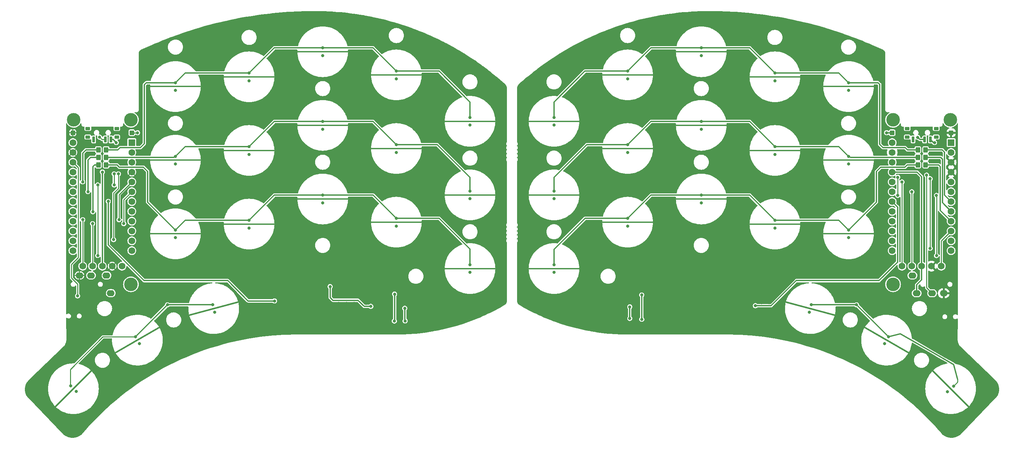
<source format=gbl>
%TF.GenerationSoftware,KiCad,Pcbnew,7.0.7-2.fc38*%
%TF.CreationDate,2023-10-04T20:00:28+05:30*%
%TF.ProjectId,tako,74616b6f-2e6b-4696-9361-645f70636258,rev?*%
%TF.SameCoordinates,Original*%
%TF.FileFunction,Copper,L2,Bot*%
%TF.FilePolarity,Positive*%
%FSLAX46Y46*%
G04 Gerber Fmt 4.6, Leading zero omitted, Abs format (unit mm)*
G04 Created by KiCad (PCBNEW 7.0.7-2.fc38) date 2023-10-04 20:00:28*
%MOMM*%
%LPD*%
G01*
G04 APERTURE LIST*
G04 Aperture macros list*
%AMRoundRect*
0 Rectangle with rounded corners*
0 $1 Rounding radius*
0 $2 $3 $4 $5 $6 $7 $8 $9 X,Y pos of 4 corners*
0 Add a 4 corners polygon primitive as box body*
4,1,4,$2,$3,$4,$5,$6,$7,$8,$9,$2,$3,0*
0 Add four circle primitives for the rounded corners*
1,1,$1+$1,$2,$3*
1,1,$1+$1,$4,$5*
1,1,$1+$1,$6,$7*
1,1,$1+$1,$8,$9*
0 Add four rect primitives between the rounded corners*
20,1,$1+$1,$2,$3,$4,$5,0*
20,1,$1+$1,$4,$5,$6,$7,0*
20,1,$1+$1,$6,$7,$8,$9,0*
20,1,$1+$1,$8,$9,$2,$3,0*%
%AMFreePoly0*
4,1,17,0.124698,6.656366,0.180194,6.586777,0.200000,6.500000,0.200000,-6.500000,0.180194,-6.586777,0.124698,-6.656366,0.044504,-6.694986,-0.044504,-6.694986,-0.124698,-6.656366,-0.180194,-6.586777,-0.200000,-6.500000,-0.200000,6.500000,-0.180194,6.586777,-0.124698,6.656366,-0.044504,6.694986,0.044504,6.694986,0.124698,6.656366,0.124698,6.656366,$1*%
G04 Aperture macros list end*
%TA.AperFunction,SMDPad,CuDef*%
%ADD10RoundRect,0.312500X-0.312500X-0.312500X0.312500X-0.312500X0.312500X0.312500X-0.312500X0.312500X0*%
%TD*%
%TA.AperFunction,SMDPad,CuDef*%
%ADD11FreePoly0,90.000000*%
%TD*%
%TA.AperFunction,ComponentPad*%
%ADD12C,3.500000*%
%TD*%
%TA.AperFunction,SMDPad,CuDef*%
%ADD13FreePoly0,135.000000*%
%TD*%
%TA.AperFunction,ComponentPad*%
%ADD14O,2.000000X1.600000*%
%TD*%
%TA.AperFunction,SMDPad,CuDef*%
%ADD15FreePoly0,60.000000*%
%TD*%
%TA.AperFunction,SMDPad,CuDef*%
%ADD16FreePoly0,105.000000*%
%TD*%
%TA.AperFunction,SMDPad,CuDef*%
%ADD17RoundRect,0.312500X0.312500X0.312500X-0.312500X0.312500X-0.312500X-0.312500X0.312500X-0.312500X0*%
%TD*%
%TA.AperFunction,SMDPad,CuDef*%
%ADD18FreePoly0,75.000000*%
%TD*%
%TA.AperFunction,ComponentPad*%
%ADD19C,1.752600*%
%TD*%
%TA.AperFunction,SMDPad,CuDef*%
%ADD20FreePoly0,120.000000*%
%TD*%
%TA.AperFunction,SMDPad,CuDef*%
%ADD21FreePoly0,45.000000*%
%TD*%
%TA.AperFunction,SMDPad,CuDef*%
%ADD22RoundRect,0.120000X-0.480000X-0.280000X0.480000X-0.280000X0.480000X0.280000X-0.480000X0.280000X0*%
%TD*%
%TA.AperFunction,SMDPad,CuDef*%
%ADD23RoundRect,0.105000X-0.245000X-0.645000X0.245000X-0.645000X0.245000X0.645000X-0.245000X0.645000X0*%
%TD*%
%TA.AperFunction,SMDPad,CuDef*%
%ADD24RoundRect,0.250000X0.350000X0.450000X-0.350000X0.450000X-0.350000X-0.450000X0.350000X-0.450000X0*%
%TD*%
%TA.AperFunction,SMDPad,CuDef*%
%ADD25RoundRect,0.250000X-0.350000X-0.450000X0.350000X-0.450000X0.350000X0.450000X-0.350000X0.450000X0*%
%TD*%
%TA.AperFunction,ComponentPad*%
%ADD26R,1.752600X1.752600*%
%TD*%
%TA.AperFunction,ViaPad*%
%ADD27C,0.800000*%
%TD*%
%TA.AperFunction,Conductor*%
%ADD28C,0.350000*%
%TD*%
%TA.AperFunction,Conductor*%
%ADD29C,0.250000*%
%TD*%
G04 APERTURE END LIST*
D10*
%TO.P,BAT_HOLE-101,1,1*%
%TO.N,GND_R*%
X38155480Y-57819423D03*
%TD*%
D11*
%TO.P,SW5,3,SG*%
%TO.N,GND*%
X238839549Y-45859992D03*
%TD*%
%TO.P,SW13,3,SG*%
%TO.N,GND*%
X200739550Y-74959991D03*
%TD*%
%TO.P,SW111,3,SG*%
%TO.N,GND_R*%
X140906339Y-92960495D03*
%TD*%
%TO.P,SW12,3,SG*%
%TO.N,GND*%
X181689550Y-80960500D03*
%TD*%
%TO.P,SW103,3,SG*%
%TO.N,GND_R*%
X102806345Y-36859995D03*
%TD*%
%TO.P,SW4,3,SG*%
%TO.N,GND*%
X219789550Y-43360005D03*
%TD*%
%TO.P,SW15,3,SG*%
%TO.N,GND*%
X238839549Y-83959994D03*
%TD*%
%TO.P,SW6,3,SG*%
%TO.N,GND*%
X162639552Y-73910492D03*
%TD*%
D10*
%TO.P,BAT_HOLE+1,1,1*%
%TO.N,BAT+*%
X250116908Y-57819421D03*
%TD*%
D11*
%TO.P,SW105,3,SG*%
%TO.N,GND_R*%
X64706339Y-45859993D03*
%TD*%
%TO.P,SW104,3,SG*%
%TO.N,GND_R*%
X83756340Y-43360003D03*
%TD*%
D12*
%TO.P,H115,*%
%TO.N,*%
X53181889Y-54480531D03*
%TD*%
D11*
%TO.P,SW3,3,SG*%
%TO.N,GND*%
X200739540Y-36859996D03*
%TD*%
D13*
%TO.P,SW116,3,SG*%
%TO.N,GND_R*%
X38296377Y-124047384D03*
%TD*%
D12*
%TO.P,H17,*%
%TO.N,*%
X250364002Y-97039421D03*
%TD*%
D11*
%TO.P,SW11,3,SG*%
%TO.N,GND*%
X162639550Y-92960494D03*
%TD*%
D12*
%TO.P,H116,*%
%TO.N,*%
X38400564Y-54480077D03*
%TD*%
%TO.P,H15,*%
%TO.N,*%
X250364001Y-54480531D03*
%TD*%
D11*
%TO.P,SW2,3,SG*%
%TO.N,GND*%
X181689546Y-42860498D03*
%TD*%
D14*
%TO.P,J1,A*%
%TO.N,unconnected-(J1-PadA)*%
X255365975Y-94739423D03*
%TO.P,J1,B*%
%TO.N,GND*%
X263465975Y-99339423D03*
%TO.P,J1,C*%
%TO.N,DATA*%
X260465975Y-99339423D03*
%TO.P,J1,D*%
%TO.N,+3.3V*%
X256465975Y-99339423D03*
%TD*%
D15*
%TO.P,SW17,3,SG*%
%TO.N,GND*%
X248689516Y-111480384D03*
%TD*%
D11*
%TO.P,SW9,3,SG*%
%TO.N,GND*%
X219789550Y-62409994D03*
%TD*%
%TO.P,SW7,3,SG*%
%TO.N,GND*%
X181689551Y-61910495D03*
%TD*%
%TO.P,SW14,3,SG*%
%TO.N,GND*%
X219789545Y-81459993D03*
%TD*%
D12*
%TO.P,H117,*%
%TO.N,*%
X53181888Y-97039423D03*
%TD*%
D11*
%TO.P,SW1,3,SG*%
%TO.N,GND*%
X162639540Y-54860494D03*
%TD*%
%TO.P,SW114,3,SG*%
%TO.N,GND_R*%
X83756343Y-81459993D03*
%TD*%
%TO.P,SW10,3,SG*%
%TO.N,GND*%
X238839548Y-64909997D03*
%TD*%
%TO.P,SW107,3,SG*%
%TO.N,GND_R*%
X121856339Y-61910496D03*
%TD*%
%TO.P,SW102,3,SG*%
%TO.N,GND_R*%
X121856343Y-42860499D03*
%TD*%
D16*
%TO.P,SW118,3,SG*%
%TO.N,GND_R*%
X74603297Y-103300695D03*
%TD*%
D17*
%TO.P,BAT_HOLE+101,1,1*%
%TO.N,BAT+_R*%
X53428978Y-57819423D03*
%TD*%
D11*
%TO.P,SW109,3,SG*%
%TO.N,GND_R*%
X83756338Y-62409992D03*
%TD*%
D18*
%TO.P,SW18,3,SG*%
%TO.N,GND*%
X228942589Y-103300695D03*
%TD*%
D11*
%TO.P,SW8,3,SG*%
%TO.N,GND*%
X200739544Y-55909999D03*
%TD*%
D19*
%TO.P,DISP1,1,MOSI*%
%TO.N,MOSI*%
X252674330Y-92332635D03*
%TO.P,DISP1,2,SCK*%
%TO.N,SCK*%
X255214330Y-92332635D03*
%TO.P,DISP1,3,VCC*%
%TO.N,+3.3V*%
X257754330Y-92332635D03*
%TO.P,DISP1,4,GND*%
%TO.N,GND*%
X260294330Y-92332635D03*
%TO.P,DISP1,5,CS*%
%TO.N,CS*%
X262834330Y-92332635D03*
%TD*%
%TO.P,DISP101,1,MOSI*%
%TO.N,MOSI_R*%
X40711557Y-92332635D03*
%TO.P,DISP101,2,SCK*%
%TO.N,SCK_R*%
X43251557Y-92332635D03*
%TO.P,DISP101,3,VCC*%
%TO.N,+3.3V_R*%
X45791557Y-92332635D03*
%TO.P,DISP101,4,GND*%
%TO.N,GND_R*%
X48331557Y-92332635D03*
%TO.P,DISP101,5,CS*%
%TO.N,CS_R*%
X50871557Y-92332635D03*
%TD*%
D11*
%TO.P,SW112,3,SG*%
%TO.N,GND_R*%
X121856338Y-80960495D03*
%TD*%
D20*
%TO.P,SW117,3,SG*%
%TO.N,GND_R*%
X54856377Y-111480384D03*
%TD*%
D12*
%TO.P,H16,*%
%TO.N,*%
X265145326Y-54480079D03*
%TD*%
D11*
%TO.P,SW108,3,SG*%
%TO.N,GND_R*%
X102806341Y-55909999D03*
%TD*%
%TO.P,SW106,3,SG*%
%TO.N,GND_R*%
X140906336Y-73910494D03*
%TD*%
%TO.P,SW101,3,SG*%
%TO.N,GND_R*%
X140906348Y-54860496D03*
%TD*%
D17*
%TO.P,BAT_HOLE-1,1,1*%
%TO.N,GND*%
X265390409Y-57819423D03*
%TD*%
D14*
%TO.P,J101,A*%
%TO.N,unconnected-(J101-PadA)*%
X47962468Y-99330596D03*
%TO.P,J101,B*%
%TO.N,GND_R*%
X39862468Y-94730596D03*
%TO.P,J101,C*%
%TO.N,DATA_R*%
X42862468Y-94730596D03*
%TO.P,J101,D*%
%TO.N,+3.3V_R*%
X46862468Y-94730596D03*
%TD*%
D21*
%TO.P,SW16,3,SG*%
%TO.N,GND*%
X265249073Y-124047750D03*
%TD*%
D11*
%TO.P,SW115,3,SG*%
%TO.N,GND_R*%
X64706339Y-83959995D03*
%TD*%
%TO.P,SW113,3,SG*%
%TO.N,GND_R*%
X102806340Y-74959989D03*
%TD*%
%TO.P,SW110,3,SG*%
%TO.N,GND_R*%
X64706340Y-64909997D03*
%TD*%
D22*
%TO.P,PSW1,*%
%TO.N,*%
X254004580Y-56712138D03*
X254004580Y-58922138D03*
X261504580Y-56712138D03*
X261504580Y-58922138D03*
D23*
%TO.P,PSW1,1,A*%
%TO.N,unconnected-(PSW1-A-Pad1)*%
X255504580Y-59572138D03*
%TO.P,PSW1,2,B*%
%TO.N,BAT+*%
X258504580Y-59572138D03*
%TO.P,PSW1,3,C*%
%TO.N,RAW*%
X260004580Y-59572138D03*
%TD*%
D24*
%TO.P,R101,1*%
%TO.N,Net-(R101-Pad1)*%
X46773372Y-62242136D03*
%TO.P,R101,2*%
%TO.N,ROW0_R*%
X44773372Y-62242136D03*
%TD*%
D22*
%TO.P,PSW101,*%
%TO.N,*%
X42041307Y-56712135D03*
X42041307Y-58922135D03*
X49541307Y-56712135D03*
X49541307Y-58922135D03*
D23*
%TO.P,PSW101,1,A*%
%TO.N,unconnected-(PSW101-A-Pad1)*%
X43541307Y-59572135D03*
%TO.P,PSW101,2,B*%
%TO.N,BAT+_R*%
X46541307Y-59572135D03*
%TO.P,PSW101,3,C*%
%TO.N,RAW_R*%
X48041307Y-59572135D03*
%TD*%
D25*
%TO.P,R102,1*%
%TO.N,ROW1_R*%
X44773374Y-64192135D03*
%TO.P,R102,2*%
%TO.N,Net-(R102-Pad2)*%
X46773374Y-64192135D03*
%TD*%
D26*
%TO.P,U1,1,TX0/D3*%
%TO.N,DATA*%
X265374575Y-60373659D03*
D19*
%TO.P,U1,2,RX1/D2*%
%TO.N,HAND*%
X265374575Y-62913659D03*
%TO.P,U1,3,GND*%
%TO.N,GND*%
X265374575Y-65453659D03*
%TO.P,U1,4,GND*%
X265374575Y-67993659D03*
%TO.P,U1,5,2/D1/SDA*%
%TO.N,MOSI*%
X265374575Y-70533659D03*
%TO.P,U1,6,3/D0/SCL*%
%TO.N,SCK*%
X265374575Y-73073659D03*
%TO.P,U1,7,4/D4*%
%TO.N,ROW0*%
X265374575Y-75613659D03*
%TO.P,U1,8,5/C6*%
%TO.N,ROW1*%
X265374575Y-78153659D03*
%TO.P,U1,9,6/D7*%
%TO.N,ROW2*%
X265374575Y-80693659D03*
%TO.P,U1,10,7/E6*%
%TO.N,CS*%
X265374575Y-83233659D03*
%TO.P,U1,11,8/B4*%
%TO.N,unconnected-(U1-8{slash}B4-Pad11)*%
X265374575Y-85773659D03*
%TO.P,U1,12,9/B5*%
%TO.N,unconnected-(U1-9{slash}B5-Pad12)*%
X265374575Y-88313659D03*
%TO.P,U1,13,B6/10*%
%TO.N,APLEX_EN_PIN_0*%
X250134575Y-88313659D03*
%TO.P,U1,14,B2/16*%
%TO.N,ROW3*%
X250134575Y-85773659D03*
%TO.P,U1,15,B3/14*%
%TO.N,APLEX_OUT_PIN_0*%
X250134575Y-83233659D03*
%TO.P,U1,16,B1/15*%
%TO.N,POWER*%
X250134575Y-80693659D03*
%TO.P,U1,17,F7/A0*%
%TO.N,AMUX_SEL_2*%
X250134575Y-78153659D03*
%TO.P,U1,18,F6/A1*%
%TO.N,ADC*%
X250134575Y-75613659D03*
%TO.P,U1,19,F5/A2*%
%TO.N,AMUX_SEL_1*%
X250134575Y-73073659D03*
%TO.P,U1,20,F4/A3*%
%TO.N,AMUX_SEL_0*%
X250134575Y-70533659D03*
%TO.P,U1,21,VCC*%
%TO.N,+3.3V*%
X250134575Y-67993659D03*
%TO.P,U1,22,RST*%
%TO.N,RESET*%
X250134575Y-65453659D03*
%TO.P,U1,23,GND*%
%TO.N,GND*%
X250134575Y-62913659D03*
%TO.P,U1,24,RAW*%
%TO.N,RAW*%
X250134575Y-60373659D03*
%TD*%
D24*
%TO.P,R3,1*%
%TO.N,ROW2*%
X258772518Y-66142134D03*
%TO.P,R3,2*%
%TO.N,Net-(R3-Pad2)*%
X256772518Y-66142134D03*
%TD*%
D26*
%TO.P,U101,1,TX0/D3*%
%TO.N,DATA_R*%
X53411311Y-60373658D03*
D19*
%TO.P,U101,2,RX1/D2*%
%TO.N,HAND_R*%
X53411311Y-62913658D03*
%TO.P,U101,3,GND*%
%TO.N,GND_R*%
X53411311Y-65453658D03*
%TO.P,U101,4,GND*%
X53411311Y-67993658D03*
%TO.P,U101,5,2/D1/SDA*%
%TO.N,MOSI_R*%
X53411311Y-70533658D03*
%TO.P,U101,6,3/D0/SCL*%
%TO.N,SCK_R*%
X53411311Y-73073658D03*
%TO.P,U101,7,4/D4*%
%TO.N,APLEX_EN_PIN_0_R*%
X53411311Y-75613658D03*
%TO.P,U101,8,5/C6*%
%TO.N,POWER_R*%
X53411311Y-78153658D03*
%TO.P,U101,9,6/D7*%
%TO.N,APLEX_OUT_PIN_0_R*%
X53411311Y-80693658D03*
%TO.P,U101,10,7/E6*%
%TO.N,AMUX_SEL_2_R*%
X53411311Y-83233658D03*
%TO.P,U101,11,8/B4*%
%TO.N,AMUX_SEL_1_R*%
X53411311Y-85773658D03*
%TO.P,U101,12,9/B5*%
%TO.N,AMUX_SEL_0_R*%
X53411311Y-88313658D03*
%TO.P,U101,13,B6/10*%
%TO.N,CS_R*%
X38171311Y-88313658D03*
%TO.P,U101,14,B2/16*%
%TO.N,unconnected-(U101-B2{slash}16-Pad14)*%
X38171311Y-85773658D03*
%TO.P,U101,15,B3/14*%
%TO.N,ROW3_R*%
X38171311Y-83233658D03*
%TO.P,U101,16,B1/15*%
%TO.N,unconnected-(U101-B1{slash}15-Pad16)*%
X38171311Y-80693658D03*
%TO.P,U101,17,F7/A0*%
%TO.N,ROW2_R*%
X38171311Y-78153658D03*
%TO.P,U101,18,F6/A1*%
%TO.N,ADC_R*%
X38171311Y-75613658D03*
%TO.P,U101,19,F5/A2*%
%TO.N,ROW1_R*%
X38171311Y-73073658D03*
%TO.P,U101,20,F4/A3*%
%TO.N,ROW0_R*%
X38171311Y-70533658D03*
%TO.P,U101,21,VCC*%
%TO.N,+3.3V_R*%
X38171311Y-67993658D03*
%TO.P,U101,22,RST*%
%TO.N,RESET_R*%
X38171311Y-65453658D03*
%TO.P,U101,23,GND*%
%TO.N,GND_R*%
X38171311Y-62913658D03*
%TO.P,U101,24,RAW*%
%TO.N,RAW_R*%
X38171311Y-60373658D03*
%TD*%
D24*
%TO.P,R2,1*%
%TO.N,ROW1*%
X258772513Y-64192137D03*
%TO.P,R2,2*%
%TO.N,Net-(R2-Pad2)*%
X256772513Y-64192137D03*
%TD*%
D25*
%TO.P,R1,1*%
%TO.N,Net-(R1-Pad1)*%
X256772514Y-62242136D03*
%TO.P,R1,2*%
%TO.N,ROW0*%
X258772514Y-62242136D03*
%TD*%
%TO.P,R103,1*%
%TO.N,ROW2_R*%
X44773372Y-66142134D03*
%TO.P,R103,2*%
%TO.N,Net-(R103-Pad2)*%
X46773372Y-66142134D03*
%TD*%
D27*
%TO.N,GND*%
X260189969Y-61216057D03*
X194088549Y-95598991D03*
X186201834Y-103439598D03*
X186488552Y-93842492D03*
X234589550Y-91529990D03*
X192676256Y-72950602D03*
X229509548Y-91529992D03*
X180738550Y-103459422D03*
X173456255Y-59900600D03*
X186368548Y-106898991D03*
X232049547Y-91529992D03*
X228676259Y-60450602D03*
X230676257Y-62450599D03*
X239669549Y-91529989D03*
X224429549Y-91529989D03*
X170089736Y-63350052D03*
X218289546Y-103382637D03*
X176488549Y-102398990D03*
X173416257Y-80960603D03*
X212190408Y-95509423D03*
X190676255Y-72950602D03*
X196489547Y-91529992D03*
X204288548Y-99998989D03*
X204148548Y-106898991D03*
X216809551Y-91529992D03*
X190804486Y-93842492D03*
X204109547Y-91529992D03*
X209676255Y-72950599D03*
X216848547Y-106898991D03*
X218289550Y-101782634D03*
X192189550Y-102040490D03*
X168675526Y-61935838D03*
X170916255Y-78960598D03*
X237129549Y-91529992D03*
X228676260Y-62450601D03*
X180738550Y-105459421D03*
X196528547Y-106898990D03*
X197840408Y-104609424D03*
X183738550Y-105459423D03*
X183738550Y-103459423D03*
X168481006Y-80726494D03*
X206688549Y-106898991D03*
X214269547Y-91529991D03*
X211676256Y-74950602D03*
X221889549Y-91529991D03*
X206649547Y-91529992D03*
X192676258Y-74950601D03*
X228676258Y-81450600D03*
X190676258Y-74950603D03*
X211666260Y-55910601D03*
X179926834Y-98339598D03*
X188908550Y-106898990D03*
X230676256Y-81450604D03*
X173456258Y-61900604D03*
X199068548Y-106898989D03*
X255088553Y-65198993D03*
X211768547Y-106898990D03*
X201608547Y-106898991D03*
X199029546Y-91529991D03*
X209666255Y-55910603D03*
X201569548Y-91529992D03*
X260189967Y-67216055D03*
X260189968Y-63198991D03*
X192676257Y-53950600D03*
X194189549Y-102040493D03*
X169895222Y-82140707D03*
X190676256Y-53950602D03*
X216289546Y-101782635D03*
X171456255Y-61900602D03*
X204988550Y-95898989D03*
X198189547Y-102040493D03*
X242209547Y-91529990D03*
X214308551Y-106898991D03*
X219349547Y-91529989D03*
X260189964Y-65098991D03*
X211666254Y-53910601D03*
X230676256Y-79450602D03*
X190676256Y-55950601D03*
X209189550Y-91529990D03*
X216289551Y-103382635D03*
X211676257Y-72950603D03*
X209666259Y-53910603D03*
X204290408Y-103859422D03*
X254988550Y-63198991D03*
X192676257Y-55950604D03*
X167261311Y-63350051D03*
X209676256Y-74950600D03*
X190189549Y-102042491D03*
X252288551Y-63198991D03*
X211729550Y-91529992D03*
X167066791Y-82140706D03*
X168675525Y-64764265D03*
X171456258Y-59900600D03*
X228676258Y-79450602D03*
X197044964Y-95666058D03*
X209228548Y-106898991D03*
X194309547Y-92580492D03*
X173416254Y-78960601D03*
X191448548Y-106898991D03*
X201122515Y-98942493D03*
X182238551Y-93842492D03*
X170916256Y-80960601D03*
X196189550Y-102040491D03*
X226969547Y-91529992D03*
X168481007Y-83554920D03*
X193988550Y-106897008D03*
X230676257Y-60450602D03*
X252288549Y-65198992D03*
%TO.N,MOSI*%
X252674328Y-70565709D03*
%TO.N,SCK*%
X255214329Y-73112048D03*
%TO.N,BAT+*%
X248689966Y-57816058D03*
X256740408Y-59009421D03*
%TO.N,RAW*%
X261090410Y-60359424D03*
%TO.N,Net-(R1-Pad1)*%
X238839548Y-44859994D03*
X219789552Y-42360001D03*
X200739540Y-35859996D03*
X181689543Y-41860498D03*
X162639541Y-53860499D03*
%TO.N,Net-(R2-Pad2)*%
X162639550Y-72910491D03*
X200739548Y-54909996D03*
X238839550Y-63909992D03*
X181689551Y-60910494D03*
X219789553Y-61409991D03*
%TO.N,Net-(R3-Pad2)*%
X238839549Y-82959995D03*
X219789545Y-80459995D03*
X162639550Y-91960494D03*
X200739548Y-73959993D03*
X181689549Y-79960497D03*
%TO.N,COL0*%
X264454422Y-124834003D03*
X162639550Y-74910488D03*
X162639542Y-55860497D03*
X162639550Y-93960492D03*
%TO.N,COL1*%
X248189512Y-112346411D03*
X181689549Y-62910496D03*
X182238551Y-102859423D03*
X181689546Y-43860500D03*
X182243717Y-105864591D03*
X181689553Y-81960496D03*
%TO.N,COL2*%
X228683771Y-104266622D03*
X200739548Y-75959992D03*
X200739547Y-56909996D03*
X185319367Y-99786656D03*
X200739543Y-37859997D03*
X185344765Y-106085857D03*
%TO.N,COL3*%
X219789549Y-44360001D03*
X219789552Y-63409993D03*
X219789543Y-82459992D03*
%TO.N,COL4*%
X238839550Y-84959994D03*
X238839549Y-46859994D03*
X238839549Y-65909998D03*
%TO.N,ADC*%
X214738549Y-102572135D03*
%TO.N,DATA*%
X259031131Y-68780491D03*
%TO.N,RESET*%
X251589553Y-69330491D03*
X251589551Y-74030492D03*
X261579894Y-74030492D03*
X261588548Y-89598990D03*
%TO.N,Net-(R4-Pad2)*%
X229201412Y-102334771D03*
X265989051Y-123344341D03*
X240909925Y-102334773D03*
X249189511Y-110614362D03*
%TO.N,BAT+_R*%
X54889966Y-57816057D03*
X45081801Y-58966055D03*
%TO.N,MOSI_R*%
X50089549Y-80330491D03*
X40711557Y-80330491D03*
%TO.N,SCK_R*%
X43251559Y-81330491D03*
X51339549Y-81330490D03*
%TO.N,DATA_R*%
X48839548Y-71330490D03*
X44589550Y-89580491D03*
X48839552Y-68466056D03*
X44589550Y-71330491D03*
%TO.N,ADC_R*%
X47309548Y-75580490D03*
X90339549Y-101330491D03*
%TO.N,RAW_R*%
X49381803Y-60366058D03*
%TO.N,Net-(R101-Pad1)*%
X140906344Y-53860500D03*
X64706339Y-44859994D03*
X83756336Y-42360002D03*
X102806342Y-35859995D03*
X121856344Y-41860498D03*
%TO.N,ROW0_R*%
X40709548Y-70533662D03*
%TO.N,ROW1_R*%
X42046381Y-73073660D03*
%TO.N,Net-(R102-Pad2)*%
X121856337Y-60910493D03*
X140906337Y-72910491D03*
X102806340Y-54909996D03*
X83756338Y-61409992D03*
X64706340Y-63909993D03*
%TO.N,ROW2_R*%
X43339548Y-78250491D03*
%TO.N,Net-(R103-Pad2)*%
X140906341Y-91960493D03*
X121856340Y-79960494D03*
X64706337Y-82959993D03*
X83756341Y-80459996D03*
X102806341Y-73959991D03*
%TO.N,Net-(R104-Pad2)*%
X54356376Y-110614360D03*
X74344478Y-102334771D03*
X37562468Y-123330596D03*
X62635965Y-102334771D03*
%TO.N,COL3_R*%
X83756338Y-44360001D03*
X83756345Y-82459992D03*
X83756338Y-63409992D03*
%TO.N,COL2_R*%
X102806339Y-75959992D03*
X102806345Y-56909998D03*
X102806349Y-37859994D03*
X121385896Y-99557581D03*
X121335897Y-106532582D03*
X74862115Y-104266622D03*
%TO.N,COL4_R*%
X64706341Y-65909997D03*
X64706340Y-46859995D03*
X64706337Y-84959996D03*
%TO.N,COL0_R*%
X140906340Y-74910489D03*
X39037468Y-124770627D03*
X140906347Y-55860495D03*
X140906338Y-93960490D03*
%TO.N,COL1_R*%
X124110896Y-106507580D03*
X121856340Y-81960498D03*
X121856344Y-43860498D03*
X124035895Y-103232582D03*
X121856341Y-62910497D03*
X55356376Y-112346413D03*
%TO.N,RESET_R*%
X39387468Y-100030596D03*
%TO.N,GND_R*%
X84049547Y-107000492D03*
X110876257Y-74950602D03*
X83759547Y-100330489D03*
X120210896Y-99932581D03*
X93876256Y-74960601D03*
X132626258Y-78960603D03*
X112058372Y-106466057D03*
X130126256Y-78960602D03*
X59589548Y-91830242D03*
X112876256Y-72950602D03*
X72289549Y-91830489D03*
X74876257Y-60450602D03*
X86589550Y-107000492D03*
X112741403Y-93892136D03*
X102423373Y-98842492D03*
X110866258Y-55910601D03*
X112876255Y-74950599D03*
X101829548Y-107000490D03*
X94589547Y-102500491D03*
X136510589Y-82117372D03*
X106938549Y-101942490D03*
X112866255Y-53910601D03*
X136275889Y-63279340D03*
X79909548Y-91830489D03*
X110876256Y-72950603D03*
X97689547Y-91830492D03*
X41959550Y-89530492D03*
X109449550Y-107000489D03*
X72876258Y-60450602D03*
X74876260Y-81450600D03*
X134861675Y-64693553D03*
X134861676Y-61865126D03*
X122685897Y-103932579D03*
X89129550Y-107000490D03*
X100229551Y-91830492D03*
X102769547Y-91830493D03*
X72876255Y-81450600D03*
X87529551Y-91830493D03*
X40926834Y-96389598D03*
X82449549Y-91830492D03*
X110866257Y-53910603D03*
X120410896Y-104032581D03*
X91669549Y-107000491D03*
X90589548Y-95750491D03*
X125101834Y-104039598D03*
X120435896Y-101857580D03*
X132176258Y-61950602D03*
X86759547Y-102330491D03*
X135096375Y-80703158D03*
X94209550Y-107000490D03*
X98638549Y-95542491D03*
X132626259Y-80960602D03*
X107638549Y-97342491D03*
X128960897Y-102257581D03*
X112866257Y-55910601D03*
X93876256Y-53900602D03*
X99338550Y-100042492D03*
X84989550Y-91830491D03*
X91876259Y-72960600D03*
X102638551Y-97242491D03*
X117057339Y-93892134D03*
X86759549Y-100330490D03*
X125710897Y-98407581D03*
X74876260Y-62450600D03*
X104431802Y-104416058D03*
X64669550Y-91830491D03*
X89559550Y-100330491D03*
X62129551Y-91830490D03*
X95149550Y-91830491D03*
X121316133Y-97362635D03*
X104938548Y-101942488D03*
X122710896Y-101807580D03*
X114038551Y-101942490D03*
X121373275Y-93892136D03*
X93876256Y-55900601D03*
X135096374Y-83531586D03*
X106909549Y-107000491D03*
X67209549Y-91830493D03*
X72876255Y-62450602D03*
X90069548Y-91830491D03*
X96749549Y-107000492D03*
X125326834Y-102314598D03*
X108938552Y-101942492D03*
X91876256Y-55900601D03*
X91876257Y-53900601D03*
X125635896Y-106032581D03*
X99289548Y-107000487D03*
X110938550Y-101942490D03*
X92609548Y-91830489D03*
X74829548Y-91830490D03*
X133682161Y-82117372D03*
X83759550Y-102330490D03*
X93876256Y-72960598D03*
X72876260Y-79450602D03*
X130176257Y-61950598D03*
X107849550Y-91830492D03*
X109559551Y-93080493D03*
X91876256Y-74960602D03*
X122585897Y-106082581D03*
X130176255Y-59950602D03*
X77369547Y-91830492D03*
X69749549Y-91830491D03*
X132176259Y-59950598D03*
X104369548Y-107000492D03*
X130126257Y-80960599D03*
X133447464Y-63279339D03*
X51080945Y-65466058D03*
X119685896Y-106132582D03*
X105309548Y-91830492D03*
X74876256Y-79450600D03*
X122485897Y-99957580D03*
%TO.N,+3.3V_R*%
X45791558Y-67982499D03*
%TO.N,HAND*%
X259939966Y-87716056D03*
X259939966Y-69716056D03*
%TO.N,POWER_R*%
X115238548Y-102742493D03*
X104723375Y-97624487D03*
%TO.N,HAND_R*%
X49939968Y-68466057D03*
X48689966Y-85466057D03*
%TD*%
D28*
%TO.N,+3.3V*%
X257754330Y-95882271D02*
X257754328Y-92332635D01*
X257754332Y-69180423D02*
X257754330Y-92332635D01*
X256465971Y-99339424D02*
X256465972Y-97170627D01*
X250134576Y-67993660D02*
X256567566Y-67993660D01*
X255872516Y-99339423D02*
X256465971Y-99339424D01*
X256465972Y-97170627D02*
X257754330Y-95882271D01*
X256567566Y-67993660D02*
X257754332Y-69180423D01*
D29*
%TO.N,MOSI*%
X252674328Y-70565709D02*
X252674330Y-92332634D01*
%TO.N,SCK*%
X255214329Y-73112048D02*
X255214331Y-92332638D01*
%TO.N,CS*%
X262834333Y-85773907D02*
X265374576Y-83233662D01*
X262834328Y-92332633D02*
X262834333Y-85773907D01*
D28*
%TO.N,BAT+*%
X248689966Y-57816058D02*
X250113541Y-57816056D01*
X257303118Y-59572134D02*
X258504578Y-59572133D01*
X250113541Y-57816056D02*
X250116908Y-57819421D01*
X256740408Y-59009421D02*
X257303118Y-59572134D01*
%TO.N,RAW*%
X261090410Y-60359424D02*
X260791867Y-60359424D01*
X260791867Y-60359424D02*
X260004580Y-59572134D01*
%TO.N,Net-(R1-Pad1)*%
X253466044Y-61642135D02*
X254066042Y-62242135D01*
X219789552Y-42360001D02*
X213289548Y-35859997D01*
X246922514Y-45348609D02*
X246922517Y-60848607D01*
X213289548Y-35859997D02*
X200739540Y-35859996D01*
X247716042Y-61642132D02*
X253466044Y-61642135D01*
X219789552Y-42360001D02*
X236339555Y-42359999D01*
X181689543Y-41860498D02*
X170634351Y-41860498D01*
X162639542Y-49855301D02*
X162639541Y-53860499D01*
X238839548Y-44859994D02*
X246433903Y-44859994D01*
X170634351Y-41860498D02*
X162639542Y-49855301D01*
X181689543Y-41860498D02*
X187690044Y-35859996D01*
X236339555Y-42359999D02*
X238839548Y-44859994D01*
X246922517Y-60848607D02*
X247716042Y-61642132D01*
X246433903Y-44859994D02*
X246922514Y-45348609D01*
X254066042Y-62242135D02*
X256772513Y-62242134D01*
X187690044Y-35859996D02*
X200739540Y-35859996D01*
%TO.N,ROW0*%
X263692713Y-73931797D02*
X265374578Y-75613658D01*
X258772515Y-62242136D02*
X263094703Y-62242133D01*
X263692714Y-62840145D02*
X263692713Y-73931797D01*
X263094703Y-62242133D02*
X263692714Y-62840145D01*
%TO.N,ROW1*%
X263142715Y-64665145D02*
X263142715Y-75921796D01*
X258772515Y-64192136D02*
X262669703Y-64192135D01*
X263142715Y-75921796D02*
X265374576Y-78153660D01*
X262669703Y-64192135D02*
X263142715Y-64665145D01*
%TO.N,Net-(R2-Pad2)*%
X162639552Y-69385478D02*
X171114538Y-60910495D01*
X238839550Y-63909992D02*
X236339546Y-61409991D01*
X171114538Y-60910495D02*
X181689551Y-60910494D01*
X239328799Y-64192135D02*
X256772518Y-64192135D01*
X162639550Y-72910491D02*
X162639552Y-69385478D01*
X236339546Y-61409991D02*
X219789553Y-61409991D01*
X187690047Y-54909997D02*
X200739548Y-54909996D01*
X181689551Y-60910494D02*
X187690047Y-54909997D01*
X200739548Y-54909996D02*
X213289552Y-54909996D01*
X238839550Y-63909992D02*
X238975247Y-64045691D01*
X213289552Y-54909996D02*
X219789553Y-61409991D01*
X238975262Y-64045676D02*
G75*
G03*
X239328799Y-64192135I353538J353476D01*
G01*
%TO.N,ROW2*%
X262119703Y-66142134D02*
X262592714Y-66615146D01*
X262592714Y-66615146D02*
X262592714Y-77911797D01*
X258772516Y-66142134D02*
X262119703Y-66142134D01*
X262592714Y-77911797D02*
X265374578Y-80693659D01*
%TO.N,Net-(R3-Pad2)*%
X213289541Y-73959994D02*
X219789545Y-80459995D01*
X187690053Y-73959991D02*
X200739548Y-73959993D01*
X247188887Y-66717134D02*
X253438885Y-66717136D01*
X162639550Y-91960494D02*
X162639547Y-87987311D01*
X246022513Y-67883509D02*
X247188887Y-66717134D01*
X254013889Y-66142134D02*
X256772518Y-66142134D01*
X238839549Y-82959995D02*
X246022513Y-75777034D01*
X219789545Y-80459995D02*
X236339548Y-80459995D01*
X170666359Y-79960495D02*
X181689549Y-79960497D01*
X253438885Y-66717136D02*
X254013889Y-66142134D01*
X162639547Y-87987311D02*
X170666359Y-79960495D01*
X246022513Y-75777034D02*
X246022513Y-67883509D01*
X236339548Y-80459995D02*
X238839549Y-82959995D01*
X181689549Y-79960497D02*
X187690053Y-73959991D01*
X200739548Y-73959993D02*
X213289541Y-73959994D01*
%TO.N,COL1*%
X182238546Y-105859424D02*
X182238551Y-102859423D01*
%TO.N,COL2*%
X185319368Y-106060457D02*
X185344765Y-106085857D01*
X185319367Y-99786656D02*
X185319368Y-106060457D01*
%TO.N,ADC*%
X218800050Y-102572136D02*
X225291693Y-96080492D01*
X214738549Y-102572135D02*
X218800050Y-102572136D01*
X251559548Y-91256787D02*
X251559549Y-77038634D01*
X251559549Y-77038634D02*
X250134577Y-75613660D01*
X225291693Y-96080492D02*
X246735845Y-96080493D01*
X246735845Y-96080493D02*
X251559548Y-91256787D01*
D29*
%TO.N,DATA*%
X259031132Y-97904583D02*
X260465974Y-99339422D01*
X259031131Y-68780491D02*
X259031133Y-97670626D01*
X259031133Y-97670626D02*
X259031132Y-97904583D01*
%TO.N,RESET*%
X261588548Y-74039143D02*
X261588548Y-89598990D01*
X251589553Y-69330491D02*
X251589551Y-74030492D01*
X261579894Y-74030492D02*
X261588548Y-74039143D01*
D28*
%TO.N,Net-(R4-Pad2)*%
X249189511Y-110614362D02*
X249192628Y-110625992D01*
D29*
X265989051Y-123344341D02*
X267083745Y-122249648D01*
D28*
X266070366Y-117818704D02*
X267083742Y-121600680D01*
X249189511Y-110614362D02*
X240909925Y-102334773D01*
X260945056Y-114859601D02*
X266070366Y-117818704D01*
X252196521Y-109808635D02*
X260945056Y-114859601D01*
X249189511Y-110614362D02*
X252196521Y-109808635D01*
D29*
X267083745Y-122249648D02*
X267083742Y-121600680D01*
D28*
X240909925Y-102334773D02*
X229201412Y-102334771D01*
D29*
%TO.N,BAT+_R*%
X45687879Y-59572134D02*
X45081801Y-58966055D01*
X54889966Y-57816057D02*
X53432350Y-57816056D01*
X53432350Y-57816056D02*
X53428978Y-57819423D01*
X46541309Y-59572135D02*
X45687879Y-59572134D01*
%TO.N,MOSI_R*%
X53411310Y-70533659D02*
X50089548Y-73855423D01*
X50089548Y-73855423D02*
X50089549Y-80330491D01*
X40711557Y-80330491D02*
X40711560Y-92332636D01*
%TO.N,SCK_R*%
X53411310Y-73073657D02*
X51339546Y-75145422D01*
X51339546Y-75145422D02*
X51339549Y-81330490D01*
X43251559Y-81330491D02*
X43251558Y-92332636D01*
%TO.N,DATA_R*%
X44589550Y-89580491D02*
X44589550Y-71330491D01*
X48839552Y-68466056D02*
X48839548Y-71330490D01*
D28*
%TO.N,ADC_R*%
X78259551Y-96080490D02*
X56559547Y-96080492D01*
X47309550Y-86830490D02*
X56559547Y-96080492D01*
X90339549Y-101330491D02*
X83509549Y-101330489D01*
X47309548Y-75580490D02*
X47309550Y-86830490D01*
X83509549Y-101330489D02*
X78259551Y-96080490D01*
%TO.N,RAW_R*%
X48041309Y-59572135D02*
X48587877Y-59572134D01*
X48587877Y-59572134D02*
X49381803Y-60366058D01*
%TO.N,Net-(R101-Pad1)*%
X56623374Y-60669489D02*
X55650725Y-61642133D01*
X121856344Y-41860498D02*
X115855841Y-35859996D01*
X50391755Y-61642134D02*
X49791757Y-62242133D01*
X57182865Y-44859994D02*
X56623371Y-45419488D01*
X64706340Y-44859992D02*
X57182865Y-44859994D01*
X115855841Y-35859996D02*
X102806342Y-35859995D01*
X83756336Y-42360002D02*
X90256340Y-35859997D01*
X49791757Y-62242133D02*
X46773373Y-62242136D01*
X56623371Y-45419488D02*
X56623374Y-60669489D01*
X132911538Y-41860498D02*
X121856344Y-41860498D01*
X140906344Y-53860500D02*
X140906345Y-49855306D01*
X90256340Y-35859997D02*
X102806342Y-35859995D01*
X55650725Y-61642133D02*
X50391755Y-61642134D01*
X140906345Y-49855306D02*
X132911538Y-41860498D01*
X64706339Y-44859994D02*
X67206331Y-42359999D01*
X64706340Y-44859992D02*
X64706339Y-44859994D01*
X67206331Y-42359999D02*
X83756336Y-42360002D01*
%TO.N,ROW0_R*%
X40709547Y-63083309D02*
X41550725Y-62242135D01*
X41550725Y-62242135D02*
X44773370Y-62242133D01*
X40709548Y-70533662D02*
X40709547Y-63083309D01*
%TO.N,ROW1_R*%
X42727904Y-64192137D02*
X42046382Y-64873660D01*
X44773373Y-64192135D02*
X42727904Y-64192137D01*
X42046382Y-64873660D02*
X42046381Y-73073660D01*
%TO.N,Net-(R102-Pad2)*%
X132431351Y-60910495D02*
X140906338Y-69385477D01*
X121856337Y-60910493D02*
X132431351Y-60910495D01*
X64217091Y-64192136D02*
X46773370Y-64192135D01*
X115855845Y-54909998D02*
X121856337Y-60910493D01*
X90256331Y-54909997D02*
X102806340Y-54909996D01*
X64706340Y-63909993D02*
X64570643Y-64045689D01*
X140906338Y-69385477D02*
X140906337Y-72910491D01*
X64706340Y-63909993D02*
X67206342Y-61409991D01*
X102806340Y-54909996D02*
X115855845Y-54909998D01*
X67206342Y-61409991D02*
X83756338Y-61409992D01*
X83756338Y-61409992D02*
X90256331Y-54909997D01*
X64217091Y-64192117D02*
G75*
G03*
X64570642Y-64045688I9J500017D01*
G01*
%TO.N,ROW2_R*%
X44773368Y-66142136D02*
X43777907Y-66142135D01*
X43777907Y-66142135D02*
X43339550Y-66580490D01*
X43339550Y-66580490D02*
X43339548Y-78250491D01*
%TO.N,Net-(R103-Pad2)*%
X83756341Y-80459996D02*
X67206339Y-80459995D01*
X83756341Y-80459996D02*
X90256345Y-73959991D01*
X49591046Y-66142134D02*
X46773372Y-66142134D01*
X67206339Y-80459995D02*
X64706337Y-82959993D01*
X64706337Y-82959993D02*
X57523376Y-75777036D01*
X115855837Y-73959994D02*
X121856340Y-79960494D01*
X140906340Y-87943091D02*
X132923748Y-79960494D01*
X102806341Y-73959991D02*
X115855837Y-73959994D01*
X57523372Y-67812627D02*
X56427879Y-66717136D01*
X132923748Y-79960494D02*
X121856340Y-79960494D01*
X140906341Y-91960493D02*
X140906340Y-87943091D01*
X56427879Y-66717136D02*
X50166046Y-66717137D01*
X50166046Y-66717137D02*
X49591046Y-66142134D01*
X57523376Y-75777036D02*
X57523372Y-67812627D01*
X90256345Y-73959991D02*
X102806341Y-73959991D01*
D29*
%TO.N,Net-(R104-Pad2)*%
X54356376Y-110614360D02*
X45933393Y-110614360D01*
X45933393Y-110614360D02*
X37490975Y-119056779D01*
D28*
X62635965Y-102334771D02*
X74344478Y-102334771D01*
D29*
X37490975Y-119056779D02*
X37490975Y-123195626D01*
D28*
X54356376Y-110614360D02*
X62635965Y-102334771D01*
%TO.N,COL2_R*%
X121385896Y-106482580D02*
X121335897Y-106532582D01*
X121385896Y-99557581D02*
X121385896Y-106482580D01*
D29*
%TO.N,COL1_R*%
X124110896Y-106507580D02*
X124135895Y-106532581D01*
D28*
X124035896Y-106432581D02*
X124110896Y-106507580D01*
X124035895Y-103232582D02*
X124035896Y-106432581D01*
D29*
%TO.N,RESET_R*%
X39559551Y-66841898D02*
X39559546Y-90080492D01*
X37776834Y-91863204D02*
X37776834Y-95364598D01*
X39412468Y-97000232D02*
X39412468Y-100005596D01*
X38171309Y-65453661D02*
X39559551Y-66841898D01*
X39559546Y-90080492D02*
X37776834Y-91863204D01*
X37776834Y-95364598D02*
X39412468Y-97000232D01*
X39412468Y-100005596D02*
X39387468Y-100030596D01*
D28*
%TO.N,+3.3V_R*%
X45791558Y-67982499D02*
X45791558Y-90330492D01*
X45791558Y-90330492D02*
X45791560Y-92332636D01*
X45791558Y-90330492D02*
X45791557Y-91559424D01*
D29*
%TO.N,HAND*%
X259939966Y-69716056D02*
X259939966Y-87716056D01*
D28*
%TO.N,POWER_R*%
X115238548Y-102742493D02*
X113539020Y-102742491D01*
X113539020Y-102742491D02*
X111962586Y-101166056D01*
X105431803Y-101166060D02*
X104723372Y-100457629D01*
X104723372Y-100457629D02*
X104723375Y-97624487D01*
X111962586Y-101166056D02*
X105431803Y-101166060D01*
D29*
%TO.N,HAND_R*%
X48689966Y-85466057D02*
X48689965Y-73466056D01*
X49939962Y-72216056D02*
X49939968Y-68466057D01*
X48689965Y-73466056D02*
X49939962Y-72216056D01*
%TD*%
%TA.AperFunction,Conductor*%
%TO.N,GND_R*%
G36*
X52435812Y-64641637D02*
G01*
X52482305Y-64695293D01*
X52492409Y-64765567D01*
X52468242Y-64823566D01*
X52444486Y-64855023D01*
X52350949Y-65042871D01*
X52350946Y-65042879D01*
X52293522Y-65244703D01*
X52274160Y-65453658D01*
X52293522Y-65662612D01*
X52350946Y-65864436D01*
X52350949Y-65864444D01*
X52444487Y-66052292D01*
X52469718Y-66085704D01*
X52494808Y-66152120D01*
X52480008Y-66221557D01*
X52430017Y-66271969D01*
X52369168Y-66287636D01*
X50396142Y-66287636D01*
X50328021Y-66267634D01*
X50307046Y-66250731D01*
X50226058Y-66169743D01*
X49914303Y-65857986D01*
X49909591Y-65852713D01*
X49886480Y-65823731D01*
X49839625Y-65791787D01*
X49794007Y-65758118D01*
X49786836Y-65754328D01*
X49779506Y-65750798D01*
X49779504Y-65750797D01*
X49779501Y-65750796D01*
X49779499Y-65750795D01*
X49762487Y-65745548D01*
X49725319Y-65734083D01*
X49671798Y-65715355D01*
X49671797Y-65715354D01*
X49671795Y-65715354D01*
X49663822Y-65713845D01*
X49655783Y-65712634D01*
X49599075Y-65712634D01*
X49542412Y-65710513D01*
X49533030Y-65711571D01*
X49532927Y-65710656D01*
X49517914Y-65712634D01*
X47748443Y-65712634D01*
X47680322Y-65692632D01*
X47633829Y-65638976D01*
X47623165Y-65600102D01*
X47621412Y-65583792D01*
X47570714Y-65447867D01*
X47483776Y-65331730D01*
X47398647Y-65268004D01*
X47356100Y-65211168D01*
X47351034Y-65140353D01*
X47385059Y-65078040D01*
X47398642Y-65066269D01*
X47483778Y-65002539D01*
X47570716Y-64886402D01*
X47621414Y-64750477D01*
X47623167Y-64734165D01*
X47650336Y-64668575D01*
X47708653Y-64628083D01*
X47748445Y-64621635D01*
X52367691Y-64621635D01*
X52435812Y-64641637D01*
G37*
%TD.AperFunction*%
%TA.AperFunction,Conductor*%
G36*
X102242792Y-26351094D02*
G01*
X102447619Y-26353450D01*
X103502270Y-26388755D01*
X104109861Y-26409731D01*
X105083357Y-26464082D01*
X105770381Y-26503640D01*
X106708447Y-26577035D01*
X107428279Y-26635123D01*
X108345902Y-26727556D01*
X109082740Y-26804113D01*
X109986512Y-26915567D01*
X110733011Y-27010534D01*
X111625889Y-27140927D01*
X112378073Y-27254256D01*
X113262262Y-27403595D01*
X113900357Y-27514805D01*
X114017189Y-27535166D01*
X114893549Y-27703372D01*
X115496682Y-27822845D01*
X115649436Y-27853104D01*
X116518679Y-28040139D01*
X117274030Y-28207911D01*
X118136466Y-28413713D01*
X118890112Y-28599397D01*
X119745943Y-28823915D01*
X120496891Y-29027368D01*
X121346151Y-29270535D01*
X122093431Y-29491567D01*
X122936034Y-29753302D01*
X123679066Y-29991799D01*
X124514905Y-30272026D01*
X125252751Y-30527724D01*
X125879178Y-30753408D01*
X126081844Y-30826423D01*
X126813853Y-31099117D01*
X127635960Y-31416191D01*
X128361516Y-31705659D01*
X129176469Y-32041045D01*
X129350434Y-32115134D01*
X129894885Y-32347005D01*
X130702557Y-32700664D01*
X131413154Y-33022802D01*
X132213292Y-33394648D01*
X132387271Y-33478396D01*
X132915619Y-33732725D01*
X133708130Y-34122755D01*
X134077439Y-34311113D01*
X134401242Y-34476261D01*
X135126885Y-34853719D01*
X135186097Y-34884519D01*
X135869344Y-35253040D01*
X136007910Y-35329092D01*
X136646564Y-35679619D01*
X137318975Y-36062520D01*
X137775317Y-36326400D01*
X138088666Y-36507594D01*
X138241586Y-36599395D01*
X138749335Y-36904207D01*
X139511701Y-37368040D01*
X140159606Y-37777558D01*
X140914912Y-38260505D01*
X141548410Y-38681617D01*
X142297603Y-39184548D01*
X142914669Y-39615530D01*
X143659029Y-40139675D01*
X144224438Y-40554251D01*
X144256470Y-40577737D01*
X144998533Y-41125429D01*
X145423657Y-41452444D01*
X145570988Y-41565774D01*
X146315345Y-42141245D01*
X146851119Y-42573350D01*
X147498422Y-43097270D01*
X147608890Y-43186681D01*
X148073321Y-43579220D01*
X148322730Y-43790468D01*
X148878438Y-44261151D01*
X149026202Y-44391988D01*
X149033828Y-44398740D01*
X150104428Y-45347352D01*
X150108907Y-45351739D01*
X150122192Y-45366124D01*
X150123120Y-45367129D01*
X150224033Y-45481044D01*
X150235106Y-45495538D01*
X150267575Y-45545108D01*
X150269618Y-45548449D01*
X150326049Y-45647532D01*
X150328982Y-45653365D01*
X150356757Y-45716560D01*
X150359070Y-45722664D01*
X150393914Y-45831248D01*
X150394995Y-45835016D01*
X150409558Y-45892454D01*
X150412749Y-45910418D01*
X150428361Y-46060898D01*
X150430224Y-46083419D01*
X150430439Y-46088617D01*
X150430440Y-60141692D01*
X150430259Y-60142634D01*
X150430401Y-60166056D01*
X150430401Y-60166057D01*
X150430442Y-60166156D01*
X150430559Y-60166440D01*
X150435385Y-60178153D01*
X150442840Y-60248757D01*
X150410941Y-60312183D01*
X150401399Y-60321373D01*
X150371405Y-60347362D01*
X150371404Y-60347364D01*
X150293596Y-60468437D01*
X150253049Y-60606529D01*
X150253049Y-60750452D01*
X150293596Y-60888544D01*
X150371404Y-61009617D01*
X150371405Y-61009618D01*
X150371406Y-61009619D01*
X150458291Y-61084905D01*
X150496675Y-61144630D01*
X150501779Y-61180129D01*
X150501779Y-61192852D01*
X150481777Y-61260973D01*
X150458291Y-61288076D01*
X150371407Y-61363360D01*
X150371404Y-61363364D01*
X150293596Y-61484437D01*
X150253049Y-61622529D01*
X150253049Y-61766452D01*
X150293596Y-61904544D01*
X150371404Y-62025617D01*
X150371405Y-62025618D01*
X150371406Y-62025619D01*
X150458291Y-62100905D01*
X150496675Y-62160630D01*
X150501779Y-62196129D01*
X150501779Y-62208852D01*
X150481777Y-62276973D01*
X150458291Y-62304076D01*
X150371407Y-62379360D01*
X150371404Y-62379364D01*
X150293596Y-62500437D01*
X150253049Y-62638529D01*
X150253049Y-62782452D01*
X150293596Y-62920544D01*
X150371404Y-63041617D01*
X150371405Y-63041618D01*
X150371406Y-63041619D01*
X150458291Y-63116905D01*
X150496675Y-63176630D01*
X150501779Y-63212129D01*
X150501779Y-63224852D01*
X150481777Y-63292973D01*
X150458291Y-63320076D01*
X150371407Y-63395360D01*
X150371404Y-63395364D01*
X150293596Y-63516437D01*
X150253049Y-63654529D01*
X150253049Y-63798452D01*
X150293596Y-63936544D01*
X150371404Y-64057617D01*
X150371405Y-64057618D01*
X150371406Y-64057619D01*
X150458291Y-64132905D01*
X150496675Y-64192630D01*
X150501779Y-64228129D01*
X150501779Y-64240852D01*
X150481777Y-64308973D01*
X150458291Y-64336076D01*
X150371407Y-64411360D01*
X150371404Y-64411364D01*
X150293596Y-64532437D01*
X150253049Y-64670529D01*
X150253049Y-64814452D01*
X150293596Y-64952544D01*
X150371404Y-65073617D01*
X150377306Y-65080428D01*
X150376044Y-65081520D01*
X150408797Y-65132483D01*
X150408797Y-65144315D01*
X150410815Y-65143918D01*
X150427989Y-65231080D01*
X150430365Y-65255895D01*
X150430313Y-65269995D01*
X150430440Y-65270649D01*
X150430440Y-81149847D01*
X150430398Y-81166056D01*
X150435635Y-81179016D01*
X150442608Y-81249669D01*
X150410277Y-81312877D01*
X150401323Y-81321442D01*
X150371407Y-81347364D01*
X150371406Y-81347365D01*
X150293598Y-81468438D01*
X150253051Y-81606530D01*
X150253051Y-81750453D01*
X150293598Y-81888545D01*
X150371406Y-82009618D01*
X150458291Y-82084904D01*
X150496675Y-82144630D01*
X150501779Y-82180129D01*
X150501779Y-82192855D01*
X150481777Y-82260976D01*
X150458291Y-82288080D01*
X150371406Y-82363365D01*
X150293598Y-82484438D01*
X150253051Y-82622530D01*
X150253051Y-82766453D01*
X150293598Y-82904545D01*
X150371406Y-83025618D01*
X150458291Y-83100904D01*
X150496675Y-83160630D01*
X150501779Y-83196129D01*
X150501779Y-83208855D01*
X150481777Y-83276976D01*
X150458291Y-83304080D01*
X150371406Y-83379365D01*
X150293598Y-83500438D01*
X150253051Y-83638530D01*
X150253051Y-83782453D01*
X150293598Y-83920545D01*
X150371406Y-84041618D01*
X150371407Y-84041619D01*
X150371408Y-84041620D01*
X150445938Y-84106200D01*
X150458291Y-84116904D01*
X150496675Y-84176630D01*
X150501779Y-84212129D01*
X150501779Y-84224855D01*
X150481777Y-84292976D01*
X150458291Y-84320080D01*
X150371406Y-84395365D01*
X150293598Y-84516438D01*
X150253051Y-84654530D01*
X150253051Y-84798453D01*
X150293598Y-84936545D01*
X150371406Y-85057618D01*
X150458291Y-85132904D01*
X150496675Y-85192630D01*
X150501779Y-85228129D01*
X150501779Y-85240855D01*
X150481777Y-85308976D01*
X150458291Y-85336080D01*
X150371406Y-85411365D01*
X150293598Y-85532438D01*
X150253051Y-85670530D01*
X150253051Y-85814453D01*
X150293598Y-85952545D01*
X150371406Y-86073618D01*
X150371408Y-86073621D01*
X150398704Y-86097272D01*
X150437089Y-86156997D01*
X150437090Y-86227994D01*
X150432672Y-86240546D01*
X150430398Y-86246058D01*
X150430415Y-86271072D01*
X150430410Y-86271072D01*
X150430439Y-86271215D01*
X150430446Y-101482973D01*
X150430220Y-101488304D01*
X150427964Y-101514882D01*
X150413212Y-101659510D01*
X150409812Y-101678412D01*
X150394273Y-101738212D01*
X150393390Y-101741290D01*
X150360588Y-101845458D01*
X150357923Y-101852446D01*
X150327916Y-101918973D01*
X150325516Y-101923744D01*
X150274705Y-102014905D01*
X150271911Y-102019455D01*
X150231108Y-102079973D01*
X150226566Y-102085915D01*
X150155209Y-102168616D01*
X150153055Y-102170988D01*
X150110380Y-102215641D01*
X150096094Y-102228472D01*
X149980853Y-102317082D01*
X149960230Y-102332389D01*
X149954101Y-102336408D01*
X149276853Y-102726165D01*
X148726346Y-103042515D01*
X148057691Y-103404975D01*
X147460506Y-103727218D01*
X146790537Y-104068604D01*
X146177276Y-104378639D01*
X145502066Y-104701304D01*
X144877504Y-104996352D01*
X144196038Y-105300935D01*
X143562089Y-105579930D01*
X142874165Y-105866607D01*
X142231901Y-106128991D01*
X141537672Y-106397753D01*
X140887876Y-106643147D01*
X140187442Y-106893990D01*
X139530967Y-107122039D01*
X138824645Y-107354871D01*
X138162015Y-107565373D01*
X137450154Y-107780090D01*
X136782053Y-107972819D01*
X136065026Y-108169315D01*
X135391903Y-108344134D01*
X134670103Y-108522302D01*
X133992723Y-108679017D01*
X133266414Y-108838788D01*
X132585315Y-108977284D01*
X131854902Y-109118555D01*
X131170816Y-109238703D01*
X130436528Y-109361410D01*
X129750232Y-109463107D01*
X129012258Y-109567184D01*
X128324681Y-109650346D01*
X127583113Y-109735729D01*
X126895408Y-109800299D01*
X126150022Y-109866935D01*
X125464509Y-109912844D01*
X124713940Y-109960710D01*
X124036225Y-109987917D01*
X123275894Y-110016985D01*
X122649269Y-110025372D01*
X121855244Y-110035487D01*
X95846698Y-110035149D01*
X95845999Y-110034943D01*
X95798295Y-110035133D01*
X94967190Y-110037794D01*
X94049130Y-110061637D01*
X94015726Y-110062134D01*
X94014033Y-110062549D01*
X93313810Y-110080735D01*
X92345230Y-110127970D01*
X92339640Y-110128184D01*
X92339373Y-110128256D01*
X91661837Y-110161299D01*
X90012125Y-110279442D01*
X88365529Y-110435105D01*
X86722903Y-110628206D01*
X85085098Y-110858646D01*
X83452962Y-111126304D01*
X81827342Y-111431043D01*
X80209078Y-111772704D01*
X78599011Y-112151110D01*
X76997974Y-112566066D01*
X75406797Y-113017356D01*
X73826304Y-113504747D01*
X72257314Y-114027985D01*
X70700640Y-114586800D01*
X69157089Y-115180903D01*
X67627460Y-115809985D01*
X66112546Y-116473720D01*
X64613133Y-117171765D01*
X63129996Y-117903758D01*
X61663905Y-118669319D01*
X60215618Y-119468052D01*
X58785887Y-120299543D01*
X57375453Y-121163362D01*
X55985045Y-122059060D01*
X54615385Y-122986173D01*
X53267183Y-123944222D01*
X51941136Y-124932709D01*
X50637932Y-125951123D01*
X49358246Y-126998936D01*
X48102741Y-128075605D01*
X46872068Y-129180572D01*
X45666864Y-130313264D01*
X44487753Y-131473095D01*
X43335349Y-132659464D01*
X42873934Y-133156635D01*
X42873755Y-133156741D01*
X42869980Y-133160894D01*
X42210246Y-133871755D01*
X41745560Y-134395888D01*
X41744439Y-134396590D01*
X41722341Y-134422079D01*
X41113028Y-135109342D01*
X40584623Y-135733400D01*
X40571760Y-135746518D01*
X40472397Y-135834066D01*
X40309096Y-135976925D01*
X40304381Y-135980668D01*
X40165563Y-136080440D01*
X40010342Y-136189520D01*
X40005644Y-136192520D01*
X39852767Y-136280888D01*
X39691403Y-136370388D01*
X39686821Y-136372691D01*
X39523705Y-136446517D01*
X39355658Y-136517613D01*
X39351281Y-136519276D01*
X39180338Y-136577051D01*
X39006590Y-136629671D01*
X39002498Y-136630762D01*
X38825879Y-136671529D01*
X38647864Y-136705379D01*
X38644121Y-136705975D01*
X38465242Y-136728952D01*
X38462360Y-136729255D01*
X38283253Y-136743929D01*
X38279914Y-136744113D01*
X38099537Y-136749286D01*
X38096193Y-136749293D01*
X37916554Y-136744907D01*
X37913658Y-136744770D01*
X37733724Y-136732076D01*
X37729953Y-136731696D01*
X37550320Y-136708107D01*
X37371644Y-136677527D01*
X37367495Y-136676672D01*
X37191007Y-136634091D01*
X37017052Y-136586211D01*
X37012595Y-136584804D01*
X36929044Y-136554976D01*
X36840742Y-136523451D01*
X36673648Y-136459087D01*
X36668941Y-136457050D01*
X36502755Y-136376964D01*
X36345032Y-136297485D01*
X36340170Y-136294759D01*
X36213521Y-136216196D01*
X36179024Y-136194797D01*
X36034641Y-136103095D01*
X36029725Y-136099632D01*
X35858614Y-135966450D01*
X35750474Y-135881664D01*
X35744011Y-135875833D01*
X26396234Y-126188959D01*
X26381293Y-126170185D01*
X26319449Y-126075118D01*
X26194429Y-125881248D01*
X26191323Y-125875860D01*
X26116405Y-125729548D01*
X26030272Y-125556264D01*
X26027951Y-125551002D01*
X25985980Y-125442705D01*
X25965831Y-125390714D01*
X25943004Y-125328148D01*
X25901916Y-125215528D01*
X25900337Y-125210566D01*
X25854250Y-125041563D01*
X25810871Y-124863037D01*
X25809931Y-124858411D01*
X25781266Y-124683817D01*
X25758166Y-124502752D01*
X25757777Y-124498585D01*
X25747245Y-124320961D01*
X25744435Y-124138857D01*
X25744487Y-124135206D01*
X25748379Y-124047383D01*
X31738122Y-124047383D01*
X31758337Y-124561928D01*
X31818863Y-125073324D01*
X31818863Y-125073323D01*
X31846158Y-125210539D01*
X31919327Y-125578378D01*
X32059105Y-126073998D01*
X32237339Y-126557120D01*
X32452927Y-127024770D01*
X32704545Y-127474064D01*
X32704550Y-127474072D01*
X32704551Y-127474073D01*
X32704551Y-127474074D01*
X32821479Y-127649069D01*
X32990637Y-127902230D01*
X33309440Y-128306629D01*
X33658988Y-128684771D01*
X34037132Y-129034321D01*
X34441531Y-129353124D01*
X34869696Y-129639216D01*
X35318991Y-129890834D01*
X35691413Y-130062521D01*
X35786643Y-130106423D01*
X35786644Y-130106423D01*
X36269766Y-130284656D01*
X36269765Y-130284656D01*
X36590397Y-130375083D01*
X36765383Y-130424434D01*
X36969050Y-130464946D01*
X37270437Y-130524896D01*
X37270438Y-130524896D01*
X37781830Y-130585424D01*
X37781831Y-130585424D01*
X38296376Y-130605639D01*
X38810921Y-130585424D01*
X38810928Y-130585423D01*
X38810931Y-130585423D01*
X38985198Y-130564797D01*
X39322317Y-130524898D01*
X39322316Y-130524898D01*
X39573136Y-130475005D01*
X39827371Y-130424434D01*
X40322991Y-130284656D01*
X40806110Y-130106423D01*
X40806111Y-130106423D01*
X41273763Y-129890834D01*
X41529440Y-129747647D01*
X41723057Y-129639216D01*
X41723066Y-129639210D01*
X41723067Y-129639210D01*
X41898062Y-129522281D01*
X42151223Y-129353124D01*
X42555622Y-129034321D01*
X42933764Y-128684773D01*
X43283314Y-128306629D01*
X43602117Y-127902230D01*
X43888209Y-127474065D01*
X44139827Y-127024770D01*
X44355415Y-126557120D01*
X44533649Y-126073995D01*
X44533649Y-126073996D01*
X44673426Y-125578381D01*
X44674128Y-125574856D01*
X44739099Y-125248224D01*
X44773889Y-125073324D01*
X44773889Y-125073323D01*
X44834417Y-124561931D01*
X44834417Y-124561930D01*
X44854632Y-124047385D01*
X44834417Y-123532840D01*
X44773891Y-123021444D01*
X44773891Y-123021445D01*
X44773890Y-123021444D01*
X44683476Y-122566911D01*
X44673427Y-122516390D01*
X44533649Y-122020770D01*
X44355415Y-121537648D01*
X44139827Y-121069998D01*
X43888209Y-120620704D01*
X43888203Y-120620695D01*
X43888203Y-120620694D01*
X43771274Y-120445698D01*
X43602117Y-120192538D01*
X43283314Y-119788139D01*
X42933766Y-119409997D01*
X42555622Y-119060447D01*
X42151223Y-118741644D01*
X41723058Y-118455552D01*
X41273763Y-118203934D01*
X40806113Y-117988346D01*
X40806111Y-117988345D01*
X40806110Y-117988345D01*
X40706676Y-117951662D01*
X40322988Y-117810112D01*
X40322989Y-117810112D01*
X40002356Y-117719684D01*
X39827371Y-117670334D01*
X39752604Y-117655461D01*
X39713875Y-117647758D01*
X39650965Y-117614850D01*
X39615834Y-117553155D01*
X39619634Y-117482260D01*
X39649360Y-117435086D01*
X40413354Y-116671092D01*
X43874508Y-116671092D01*
X43894411Y-116949383D01*
X43953718Y-117222014D01*
X44051221Y-117483429D01*
X44051222Y-117483433D01*
X44153279Y-117670335D01*
X44184934Y-117728306D01*
X44316275Y-117903758D01*
X44352136Y-117951662D01*
X44352144Y-117951671D01*
X44549411Y-118148938D01*
X44549420Y-118148946D01*
X44549422Y-118148948D01*
X44772777Y-118316149D01*
X45017653Y-118449862D01*
X45279067Y-118547364D01*
X45551696Y-118606671D01*
X45760333Y-118621593D01*
X45760339Y-118621593D01*
X45899641Y-118621593D01*
X45899647Y-118621593D01*
X46108284Y-118606671D01*
X46380913Y-118547364D01*
X46642327Y-118449862D01*
X46887203Y-118316149D01*
X47110558Y-118148948D01*
X47307845Y-117951661D01*
X47475046Y-117728306D01*
X47608759Y-117483430D01*
X47706261Y-117222016D01*
X47765568Y-116949387D01*
X47785472Y-116671093D01*
X47765568Y-116392799D01*
X47706261Y-116120170D01*
X47608759Y-115858756D01*
X47475046Y-115613880D01*
X47307845Y-115390525D01*
X47307843Y-115390523D01*
X47307835Y-115390514D01*
X47110568Y-115193247D01*
X47110559Y-115193239D01*
X46887200Y-115026035D01*
X46642330Y-114892325D01*
X46642327Y-114892324D01*
X46486824Y-114834324D01*
X46380911Y-114794821D01*
X46108280Y-114735514D01*
X45977969Y-114726194D01*
X45899647Y-114720593D01*
X45760333Y-114720593D01*
X45686622Y-114725864D01*
X45551699Y-114735514D01*
X45279068Y-114794821D01*
X45017653Y-114892324D01*
X45017649Y-114892325D01*
X44772779Y-115026035D01*
X44549420Y-115193239D01*
X44549411Y-115193247D01*
X44352144Y-115390514D01*
X44352136Y-115390523D01*
X44184932Y-115613882D01*
X44051222Y-115858752D01*
X44051221Y-115858756D01*
X43953718Y-116120171D01*
X43894411Y-116392802D01*
X43874508Y-116671092D01*
X40413354Y-116671092D01*
X46053682Y-111030764D01*
X46115994Y-110996739D01*
X46142777Y-110993860D01*
X48186476Y-110993860D01*
X48254597Y-111013862D01*
X48301090Y-111067518D01*
X48312206Y-111128100D01*
X48300369Y-111308715D01*
X48307108Y-111823617D01*
X48354228Y-112336408D01*
X48354228Y-112336409D01*
X48383296Y-112505579D01*
X48441434Y-112843919D01*
X48498578Y-113068921D01*
X48568193Y-113343030D01*
X48733717Y-113830652D01*
X48936992Y-114303786D01*
X49176759Y-114759512D01*
X49451547Y-115195018D01*
X49676574Y-115496369D01*
X49759655Y-115607628D01*
X49765138Y-115613880D01*
X50099190Y-115994795D01*
X50099190Y-115994794D01*
X50468050Y-116354120D01*
X50468049Y-116354119D01*
X50736165Y-116577109D01*
X50863968Y-116683401D01*
X51240329Y-116949387D01*
X51284495Y-116980600D01*
X51727048Y-117243891D01*
X51727060Y-117243898D01*
X51727060Y-117243897D01*
X52188900Y-117471652D01*
X52188900Y-117471651D01*
X52667186Y-117662469D01*
X53158976Y-117815174D01*
X53513206Y-117895327D01*
X53661234Y-117928822D01*
X53818752Y-117951661D01*
X54170853Y-118002714D01*
X54684702Y-118036392D01*
X54684706Y-118036391D01*
X54684707Y-118036392D01*
X54684708Y-118036392D01*
X55199610Y-118029653D01*
X55712401Y-117982533D01*
X55712402Y-117982533D01*
X55892065Y-117951661D01*
X56219912Y-117895326D01*
X56219912Y-117895327D01*
X56555456Y-117810109D01*
X56719023Y-117768568D01*
X57206645Y-117603044D01*
X57679779Y-117399769D01*
X58135505Y-117160002D01*
X58571013Y-116885213D01*
X58983621Y-116577106D01*
X59370782Y-116237576D01*
X59370788Y-116237571D01*
X59370787Y-116237571D01*
X59730113Y-115868711D01*
X59730112Y-115868712D01*
X59738396Y-115858752D01*
X59947253Y-115607628D01*
X60059391Y-115472797D01*
X60117543Y-115390514D01*
X60356589Y-115052272D01*
X60372198Y-115026037D01*
X60619884Y-114609713D01*
X60619884Y-114609711D01*
X60619891Y-114609701D01*
X60619890Y-114609701D01*
X60847645Y-114147861D01*
X60847644Y-114147861D01*
X60895470Y-114027985D01*
X61038462Y-113669575D01*
X61191167Y-113177785D01*
X61191167Y-113177783D01*
X61191168Y-113177782D01*
X61304814Y-112675531D01*
X61317369Y-112588946D01*
X61354645Y-112331856D01*
X61378707Y-112165908D01*
X61412385Y-111652059D01*
X61408887Y-111384824D01*
X61405646Y-111137151D01*
X61358526Y-110624360D01*
X61358526Y-110624359D01*
X61299258Y-110279442D01*
X61271320Y-110116849D01*
X61174527Y-109735729D01*
X61144561Y-109617738D01*
X60979037Y-109130116D01*
X60775762Y-108656982D01*
X60535995Y-108201256D01*
X60515841Y-108169315D01*
X60422804Y-108021862D01*
X60261206Y-107765748D01*
X60047857Y-107480037D01*
X59953103Y-107353145D01*
X59953102Y-107353144D01*
X59953101Y-107353143D01*
X59953099Y-107353140D01*
X59687410Y-107050179D01*
X59613564Y-106965973D01*
X59613564Y-106965974D01*
X59244704Y-106606648D01*
X59244705Y-106606649D01*
X59201728Y-106570905D01*
X59162144Y-106511968D01*
X59160707Y-106440986D01*
X59193200Y-106384938D01*
X59335045Y-106243093D01*
X62292508Y-106243093D01*
X62312411Y-106521383D01*
X62371718Y-106794014D01*
X62401020Y-106872576D01*
X62467263Y-107050181D01*
X62469221Y-107055429D01*
X62469222Y-107055433D01*
X62602932Y-107300303D01*
X62602934Y-107300306D01*
X62698479Y-107427940D01*
X62770136Y-107523662D01*
X62770144Y-107523671D01*
X62967411Y-107720938D01*
X62967420Y-107720946D01*
X62967422Y-107720948D01*
X63190777Y-107888149D01*
X63435653Y-108021862D01*
X63697067Y-108119364D01*
X63969696Y-108178671D01*
X64178333Y-108193593D01*
X64178339Y-108193593D01*
X64317641Y-108193593D01*
X64317647Y-108193593D01*
X64526284Y-108178671D01*
X64798913Y-108119364D01*
X65060327Y-108021862D01*
X65305203Y-107888149D01*
X65528558Y-107720948D01*
X65725845Y-107523661D01*
X65893046Y-107300306D01*
X66026759Y-107055430D01*
X66124261Y-106794016D01*
X66183568Y-106521387D01*
X66203472Y-106243093D01*
X66183568Y-105964799D01*
X66124261Y-105692170D01*
X66026759Y-105430756D01*
X66023846Y-105425422D01*
X65919632Y-105234568D01*
X65893046Y-105185880D01*
X65725845Y-104962525D01*
X65725843Y-104962523D01*
X65725835Y-104962514D01*
X65528568Y-104765247D01*
X65528559Y-104765239D01*
X65468837Y-104720532D01*
X65305203Y-104598037D01*
X65305201Y-104598036D01*
X65305200Y-104598035D01*
X65060330Y-104464325D01*
X65060327Y-104464324D01*
X64830596Y-104378639D01*
X64798911Y-104366821D01*
X64526280Y-104307514D01*
X64395969Y-104298194D01*
X64317647Y-104292593D01*
X64178333Y-104292593D01*
X64104622Y-104297864D01*
X63969699Y-104307514D01*
X63697068Y-104366821D01*
X63435653Y-104464324D01*
X63435649Y-104464325D01*
X63190779Y-104598035D01*
X62967420Y-104765239D01*
X62967411Y-104765247D01*
X62770144Y-104962514D01*
X62770136Y-104962523D01*
X62602932Y-105185882D01*
X62469222Y-105430752D01*
X62469221Y-105430756D01*
X62371718Y-105692171D01*
X62312411Y-105964802D01*
X62292508Y-106243093D01*
X59335045Y-106243093D01*
X62551964Y-103026176D01*
X62614277Y-102992150D01*
X62641060Y-102989271D01*
X62715435Y-102989271D01*
X62715436Y-102989271D01*
X62869758Y-102951234D01*
X63010494Y-102877370D01*
X63037397Y-102853535D01*
X63102389Y-102795959D01*
X63166642Y-102765758D01*
X63185942Y-102764271D01*
X67933672Y-102764271D01*
X68001793Y-102784273D01*
X68048286Y-102837929D01*
X68059143Y-102901800D01*
X68054029Y-102957461D01*
X68049559Y-103298989D01*
X68047289Y-103472371D01*
X68080968Y-103986219D01*
X68154860Y-104495842D01*
X68179582Y-104605096D01*
X68264014Y-104978235D01*
X68268509Y-104998097D01*
X68421213Y-105489886D01*
X68612032Y-105968178D01*
X68668645Y-106082978D01*
X68839785Y-106430018D01*
X68966584Y-106643147D01*
X69083092Y-106838980D01*
X69103084Y-106872582D01*
X69400280Y-107293104D01*
X69400280Y-107293105D01*
X69729554Y-107689016D01*
X69729555Y-107689017D01*
X69729562Y-107689025D01*
X70088892Y-108057885D01*
X70476052Y-108397417D01*
X70888659Y-108705524D01*
X71324169Y-108980312D01*
X71433543Y-109037856D01*
X71779888Y-109220077D01*
X71779895Y-109220080D01*
X72253029Y-109423355D01*
X72740652Y-109588878D01*
X73239759Y-109715638D01*
X73747273Y-109802844D01*
X74260063Y-109849963D01*
X74774967Y-109856703D01*
X74774967Y-109856702D01*
X74774973Y-109856703D01*
X75288821Y-109823024D01*
X75798444Y-109749132D01*
X76107861Y-109679118D01*
X76300696Y-109635484D01*
X76300696Y-109635483D01*
X76300699Y-109635483D01*
X76792488Y-109482779D01*
X77270780Y-109291960D01*
X77419223Y-109218755D01*
X77732620Y-109064207D01*
X78155026Y-108812901D01*
X78175178Y-108800912D01*
X78242047Y-108753654D01*
X78595706Y-108503712D01*
X78595707Y-108503712D01*
X78991618Y-108174437D01*
X78991621Y-108174434D01*
X78991627Y-108174430D01*
X79360487Y-107815100D01*
X79700019Y-107427940D01*
X80008126Y-107015333D01*
X80282914Y-106579823D01*
X80307767Y-106532585D01*
X120676590Y-106532585D01*
X120695746Y-106690361D01*
X120742627Y-106813972D01*
X120752110Y-106838977D01*
X120842399Y-106969783D01*
X120961368Y-107075181D01*
X120961369Y-107075181D01*
X120961371Y-107075183D01*
X121036097Y-107114402D01*
X121102104Y-107149045D01*
X121256426Y-107187082D01*
X121256427Y-107187082D01*
X121415367Y-107187082D01*
X121415368Y-107187082D01*
X121569690Y-107149045D01*
X121710426Y-107075181D01*
X121829395Y-106969783D01*
X121919684Y-106838977D01*
X121976046Y-106690364D01*
X121976046Y-106690363D01*
X121976047Y-106690361D01*
X121995204Y-106532585D01*
X121995204Y-106532578D01*
X121976047Y-106374802D01*
X121956335Y-106322826D01*
X121919684Y-106226187D01*
X121895979Y-106191845D01*
X121837700Y-106107412D01*
X121815464Y-106039987D01*
X121815396Y-106035836D01*
X121815396Y-103232585D01*
X123376588Y-103232585D01*
X123395744Y-103390361D01*
X123401287Y-103404975D01*
X123452108Y-103538977D01*
X123542397Y-103669783D01*
X123563949Y-103688876D01*
X123601673Y-103749017D01*
X123606395Y-103783187D01*
X123606395Y-106047055D01*
X123586393Y-106115176D01*
X123584091Y-106118630D01*
X123527111Y-106201180D01*
X123527110Y-106201181D01*
X123470745Y-106349800D01*
X123451588Y-106507576D01*
X123451588Y-106507583D01*
X123470745Y-106665359D01*
X123492679Y-106723192D01*
X123527109Y-106813975D01*
X123617398Y-106944781D01*
X123736367Y-107050179D01*
X123736368Y-107050179D01*
X123736370Y-107050181D01*
X123784000Y-107075179D01*
X123877103Y-107124043D01*
X124031425Y-107162080D01*
X124031426Y-107162080D01*
X124190366Y-107162080D01*
X124190367Y-107162080D01*
X124344689Y-107124043D01*
X124485425Y-107050179D01*
X124604394Y-106944781D01*
X124694683Y-106813975D01*
X124751045Y-106665362D01*
X124751045Y-106665361D01*
X124751046Y-106665359D01*
X124770203Y-106507583D01*
X124770203Y-106507576D01*
X124751046Y-106349800D01*
X124737434Y-106313911D01*
X124694683Y-106201185D01*
X124604394Y-106070379D01*
X124507840Y-105984839D01*
X124470116Y-105924695D01*
X124465395Y-105890528D01*
X124465395Y-103783187D01*
X124485397Y-103715066D01*
X124507837Y-103688879D01*
X124529393Y-103669783D01*
X124619682Y-103538977D01*
X124676044Y-103390364D01*
X124676044Y-103390363D01*
X124676045Y-103390361D01*
X124695202Y-103232585D01*
X124695202Y-103232578D01*
X124676045Y-103074802D01*
X124655525Y-103020696D01*
X124619682Y-102926187D01*
X124529393Y-102795381D01*
X124410424Y-102689983D01*
X124410423Y-102689982D01*
X124410420Y-102689980D01*
X124269692Y-102616121D01*
X124269690Y-102616120D01*
X124269688Y-102616119D01*
X124269686Y-102616118D01*
X124269685Y-102616118D01*
X124115367Y-102578082D01*
X124115366Y-102578082D01*
X123956424Y-102578082D01*
X123956422Y-102578082D01*
X123802104Y-102616118D01*
X123802097Y-102616121D01*
X123661369Y-102689980D01*
X123661364Y-102689984D01*
X123542396Y-102795382D01*
X123452110Y-102926183D01*
X123452107Y-102926189D01*
X123395744Y-103074802D01*
X123376588Y-103232578D01*
X123376588Y-103232585D01*
X121815396Y-103232585D01*
X121815396Y-100108186D01*
X121835398Y-100040065D01*
X121857838Y-100013878D01*
X121879394Y-99994782D01*
X121969683Y-99863976D01*
X122026045Y-99715363D01*
X122026045Y-99715362D01*
X122026046Y-99715360D01*
X122045203Y-99557584D01*
X122045203Y-99557577D01*
X122026046Y-99399801D01*
X122002435Y-99337545D01*
X121969683Y-99251186D01*
X121879394Y-99120380D01*
X121760425Y-99014982D01*
X121760424Y-99014981D01*
X121760421Y-99014979D01*
X121619693Y-98941120D01*
X121619691Y-98941119D01*
X121619689Y-98941118D01*
X121619687Y-98941117D01*
X121619686Y-98941117D01*
X121465368Y-98903081D01*
X121465367Y-98903081D01*
X121306425Y-98903081D01*
X121306423Y-98903081D01*
X121152105Y-98941117D01*
X121152098Y-98941120D01*
X121011370Y-99014979D01*
X121011365Y-99014983D01*
X120892397Y-99120381D01*
X120802111Y-99251182D01*
X120802108Y-99251188D01*
X120745745Y-99399801D01*
X120726588Y-99557577D01*
X120726588Y-99557584D01*
X120745745Y-99715360D01*
X120794343Y-99843499D01*
X120802109Y-99863976D01*
X120892398Y-99994782D01*
X120913950Y-100013875D01*
X120951674Y-100074016D01*
X120956396Y-100108186D01*
X120956396Y-105937679D01*
X120936394Y-106005800D01*
X120913950Y-106031991D01*
X120842401Y-106095378D01*
X120752112Y-106226183D01*
X120752109Y-106226189D01*
X120695746Y-106374802D01*
X120676590Y-106532578D01*
X120676590Y-106532585D01*
X80307767Y-106532585D01*
X80386119Y-106383662D01*
X80522679Y-106124104D01*
X80562254Y-106031991D01*
X80725957Y-105650963D01*
X80855214Y-105270179D01*
X80891479Y-105163343D01*
X80904403Y-105112458D01*
X81018240Y-104664233D01*
X81105446Y-104156719D01*
X81152565Y-103643929D01*
X81157949Y-103232582D01*
X81159305Y-103129025D01*
X81159140Y-103126506D01*
X81125626Y-102615171D01*
X81051734Y-102105548D01*
X80994463Y-101852446D01*
X80938086Y-101603296D01*
X80938085Y-101603295D01*
X80938085Y-101603293D01*
X80785381Y-101111504D01*
X80594562Y-100633212D01*
X80512988Y-100467797D01*
X80366809Y-100171372D01*
X80183925Y-99863973D01*
X80103514Y-99728814D01*
X80100255Y-99724203D01*
X79806314Y-99308286D01*
X79806314Y-99308285D01*
X79477039Y-98912373D01*
X79477036Y-98912370D01*
X79477032Y-98912365D01*
X79117702Y-98543505D01*
X78730542Y-98203973D01*
X78691865Y-98175092D01*
X78386993Y-97947434D01*
X78317935Y-97895866D01*
X77946772Y-97661678D01*
X77882430Y-97621081D01*
X77882428Y-97621080D01*
X77882425Y-97621078D01*
X77668561Y-97508559D01*
X77426706Y-97381313D01*
X77349254Y-97348037D01*
X76953565Y-97178035D01*
X76476606Y-97016132D01*
X76465945Y-97012513D01*
X76465944Y-97012512D01*
X76465942Y-97012512D01*
X75966835Y-96885752D01*
X75459321Y-96798546D01*
X75372266Y-96790546D01*
X75055737Y-96761461D01*
X74989732Y-96735310D01*
X74948344Y-96677625D01*
X74944713Y-96606722D01*
X74979991Y-96545110D01*
X75042979Y-96512353D01*
X75067264Y-96509990D01*
X78029455Y-96509990D01*
X78097576Y-96529992D01*
X78118550Y-96546895D01*
X80643852Y-99072196D01*
X83186295Y-101614640D01*
X83190998Y-101619903D01*
X83214112Y-101648888D01*
X83214113Y-101648888D01*
X83214115Y-101648891D01*
X83249257Y-101672850D01*
X83260141Y-101680271D01*
X83260972Y-101680837D01*
X83306590Y-101714505D01*
X83306592Y-101714505D01*
X83313777Y-101718303D01*
X83321088Y-101721824D01*
X83321091Y-101721826D01*
X83333867Y-101725766D01*
X83375283Y-101738543D01*
X83418077Y-101753516D01*
X83428798Y-101757268D01*
X83428804Y-101757268D01*
X83436800Y-101758781D01*
X83444811Y-101759989D01*
X83444812Y-101759989D01*
X83501536Y-101759989D01*
X83558181Y-101762108D01*
X83567560Y-101761051D01*
X83567663Y-101761967D01*
X83582674Y-101759989D01*
X89789574Y-101759989D01*
X89857692Y-101779991D01*
X89873120Y-101791673D01*
X89965020Y-101873090D01*
X89965021Y-101873090D01*
X89965023Y-101873092D01*
X90012385Y-101897949D01*
X90105756Y-101946954D01*
X90260078Y-101984991D01*
X90260079Y-101984991D01*
X90419019Y-101984991D01*
X90419020Y-101984991D01*
X90573342Y-101946954D01*
X90714078Y-101873090D01*
X90833047Y-101767692D01*
X90923336Y-101636886D01*
X90979698Y-101488273D01*
X90979698Y-101488272D01*
X90979699Y-101488270D01*
X90998856Y-101330494D01*
X90998856Y-101330487D01*
X90979699Y-101172711D01*
X90956486Y-101111504D01*
X90923336Y-101024096D01*
X90833047Y-100893290D01*
X90714078Y-100787892D01*
X90714077Y-100787891D01*
X90714074Y-100787889D01*
X90573346Y-100714030D01*
X90573344Y-100714029D01*
X90573342Y-100714028D01*
X90573340Y-100714027D01*
X90573339Y-100714027D01*
X90419021Y-100675991D01*
X90419020Y-100675991D01*
X90260078Y-100675991D01*
X90260076Y-100675991D01*
X90105758Y-100714027D01*
X90105751Y-100714030D01*
X89965023Y-100787889D01*
X89965019Y-100787893D01*
X89873127Y-100869302D01*
X89808874Y-100899502D01*
X89789574Y-100900989D01*
X83739643Y-100900989D01*
X83671522Y-100880987D01*
X83650548Y-100864084D01*
X82501824Y-99715360D01*
X80410955Y-97624490D01*
X104064068Y-97624490D01*
X104083224Y-97782266D01*
X104139587Y-97930879D01*
X104139590Y-97930885D01*
X104229877Y-98061688D01*
X104251427Y-98080780D01*
X104289152Y-98140924D01*
X104293873Y-98175092D01*
X104293872Y-100429964D01*
X104293476Y-100437022D01*
X104289324Y-100473870D01*
X104299869Y-100529601D01*
X104304504Y-100560357D01*
X104308317Y-100585654D01*
X104310716Y-100593433D01*
X104313395Y-100601087D01*
X104339889Y-100651216D01*
X104364492Y-100702307D01*
X104369043Y-100708980D01*
X104373892Y-100715552D01*
X104373894Y-100715555D01*
X104373896Y-100715557D01*
X104373899Y-100715561D01*
X104413988Y-100755649D01*
X104443906Y-100787893D01*
X104452559Y-100797218D01*
X104452560Y-100797219D01*
X104459944Y-100803107D01*
X104459369Y-100803827D01*
X104471382Y-100813043D01*
X105108545Y-101450207D01*
X105113256Y-101455479D01*
X105136366Y-101484459D01*
X105136367Y-101484459D01*
X105136369Y-101484462D01*
X105171511Y-101508421D01*
X105183227Y-101516409D01*
X105206034Y-101533242D01*
X105228844Y-101550076D01*
X105228846Y-101550076D01*
X105236031Y-101553874D01*
X105243342Y-101557395D01*
X105243345Y-101557397D01*
X105256121Y-101561337D01*
X105297537Y-101574114D01*
X105340331Y-101589087D01*
X105351052Y-101592839D01*
X105351058Y-101592839D01*
X105359036Y-101594349D01*
X105367056Y-101595557D01*
X105367066Y-101595560D01*
X105423773Y-101595559D01*
X105480435Y-101597680D01*
X105480439Y-101597678D01*
X105489824Y-101596622D01*
X105489927Y-101597543D01*
X105504935Y-101595558D01*
X111732490Y-101595556D01*
X111800611Y-101615558D01*
X111821585Y-101632461D01*
X112502115Y-102312991D01*
X113215766Y-103026642D01*
X113220469Y-103031905D01*
X113243583Y-103060890D01*
X113243584Y-103060890D01*
X113243586Y-103060893D01*
X113290443Y-103092839D01*
X113336061Y-103126507D01*
X113336063Y-103126507D01*
X113343261Y-103130312D01*
X113350560Y-103133827D01*
X113350562Y-103133828D01*
X113404758Y-103150545D01*
X113442985Y-103163921D01*
X113458265Y-103169269D01*
X113458267Y-103169269D01*
X113458269Y-103169270D01*
X113458270Y-103169270D01*
X113466270Y-103170783D01*
X113474281Y-103171991D01*
X113474282Y-103171991D01*
X113531008Y-103171991D01*
X113587652Y-103174110D01*
X113597032Y-103173053D01*
X113597135Y-103173969D01*
X113612145Y-103171991D01*
X114688573Y-103171991D01*
X114756691Y-103191993D01*
X114772119Y-103203675D01*
X114864019Y-103285092D01*
X114864020Y-103285092D01*
X114864022Y-103285094D01*
X114890499Y-103298990D01*
X115004755Y-103358956D01*
X115159077Y-103396993D01*
X115159078Y-103396993D01*
X115318018Y-103396993D01*
X115318019Y-103396993D01*
X115472341Y-103358956D01*
X115613077Y-103285092D01*
X115732046Y-103179694D01*
X115822335Y-103048888D01*
X115878697Y-102900275D01*
X115878697Y-102900274D01*
X115878698Y-102900272D01*
X115897855Y-102742496D01*
X115897855Y-102742489D01*
X115878698Y-102584713D01*
X115841508Y-102486653D01*
X115822335Y-102436098D01*
X115732046Y-102305292D01*
X115613077Y-102199894D01*
X115613076Y-102199893D01*
X115613073Y-102199891D01*
X115472345Y-102126032D01*
X115472343Y-102126031D01*
X115472341Y-102126030D01*
X115472339Y-102126029D01*
X115472338Y-102126029D01*
X115318020Y-102087993D01*
X115318019Y-102087993D01*
X115159077Y-102087993D01*
X115159075Y-102087993D01*
X115004757Y-102126029D01*
X115004750Y-102126032D01*
X114864022Y-102199891D01*
X114864018Y-102199895D01*
X114772126Y-102281304D01*
X114707873Y-102311504D01*
X114688573Y-102312991D01*
X113769115Y-102312991D01*
X113700994Y-102292989D01*
X113680019Y-102276086D01*
X113350887Y-101946954D01*
X112285842Y-100881907D01*
X112281130Y-100876634D01*
X112258019Y-100847653D01*
X112258020Y-100847653D01*
X112211161Y-100815706D01*
X112165546Y-100782040D01*
X112158368Y-100778246D01*
X112151042Y-100774718D01*
X112096851Y-100758002D01*
X112043337Y-100739277D01*
X112035358Y-100737766D01*
X112027323Y-100736556D01*
X111970600Y-100736556D01*
X111913953Y-100734436D01*
X111904571Y-100735494D01*
X111904468Y-100734580D01*
X111889457Y-100736556D01*
X105661896Y-100736558D01*
X105593775Y-100716556D01*
X105572801Y-100699653D01*
X105189777Y-100316629D01*
X105155751Y-100254317D01*
X105152872Y-100227534D01*
X105152872Y-99863973D01*
X105152873Y-98175089D01*
X105172875Y-98106972D01*
X105195313Y-98080788D01*
X105216873Y-98061688D01*
X105307162Y-97930882D01*
X105363524Y-97782269D01*
X105363524Y-97782268D01*
X105363525Y-97782266D01*
X105382682Y-97624490D01*
X105382682Y-97624483D01*
X105363525Y-97466707D01*
X105334205Y-97389398D01*
X105307162Y-97318092D01*
X105216873Y-97187286D01*
X105097904Y-97081888D01*
X105097903Y-97081887D01*
X105097900Y-97081885D01*
X104957172Y-97008026D01*
X104957170Y-97008025D01*
X104957168Y-97008024D01*
X104957166Y-97008023D01*
X104957165Y-97008023D01*
X104802847Y-96969987D01*
X104802846Y-96969987D01*
X104643904Y-96969987D01*
X104643902Y-96969987D01*
X104489584Y-97008023D01*
X104489577Y-97008026D01*
X104348849Y-97081885D01*
X104348844Y-97081889D01*
X104229876Y-97187287D01*
X104139590Y-97318088D01*
X104139587Y-97318094D01*
X104083224Y-97466707D01*
X104064068Y-97624483D01*
X104064068Y-97624490D01*
X80410955Y-97624490D01*
X78582802Y-95796336D01*
X78578099Y-95791073D01*
X78563558Y-95772839D01*
X78554985Y-95762088D01*
X78554984Y-95762087D01*
X78554985Y-95762087D01*
X78508126Y-95730140D01*
X78462511Y-95696474D01*
X78455333Y-95692680D01*
X78448007Y-95689152D01*
X78393816Y-95672436D01*
X78340302Y-95653711D01*
X78332323Y-95652200D01*
X78324288Y-95650990D01*
X78267564Y-95650990D01*
X78210918Y-95648870D01*
X78201536Y-95649928D01*
X78201433Y-95649014D01*
X78186422Y-95650990D01*
X56789642Y-95650990D01*
X56721521Y-95630988D01*
X56700547Y-95614085D01*
X56046960Y-94960498D01*
X124950856Y-94960498D01*
X124970759Y-95238789D01*
X125030066Y-95511420D01*
X125030067Y-95511422D01*
X125126451Y-95769839D01*
X125127569Y-95772835D01*
X125127570Y-95772839D01*
X125261280Y-96017709D01*
X125428484Y-96241068D01*
X125428492Y-96241077D01*
X125625759Y-96438344D01*
X125625768Y-96438352D01*
X125625770Y-96438354D01*
X125849125Y-96605555D01*
X126094001Y-96739268D01*
X126355415Y-96836770D01*
X126628044Y-96896077D01*
X126836681Y-96910999D01*
X126836687Y-96910999D01*
X126975989Y-96910999D01*
X126975995Y-96910999D01*
X127184632Y-96896077D01*
X127457261Y-96836770D01*
X127718675Y-96739268D01*
X127963551Y-96605555D01*
X128186906Y-96438354D01*
X128384193Y-96241067D01*
X128551394Y-96017712D01*
X128685107Y-95772836D01*
X128782609Y-95511422D01*
X128841916Y-95238793D01*
X128861820Y-94960499D01*
X128841916Y-94682205D01*
X128782609Y-94409576D01*
X128685107Y-94148162D01*
X128551394Y-93903286D01*
X128384193Y-93679931D01*
X128384191Y-93679929D01*
X128384183Y-93679920D01*
X128186916Y-93482653D01*
X128186907Y-93482645D01*
X128176761Y-93475050D01*
X127963551Y-93315443D01*
X127963549Y-93315442D01*
X127963548Y-93315441D01*
X127718678Y-93181731D01*
X127718675Y-93181730D01*
X127493416Y-93097713D01*
X127457259Y-93084227D01*
X127184628Y-93024920D01*
X127054317Y-93015600D01*
X126975995Y-93009999D01*
X126836681Y-93009999D01*
X126762970Y-93015270D01*
X126628047Y-93024920D01*
X126355416Y-93084227D01*
X126094001Y-93181730D01*
X126093997Y-93181731D01*
X125849127Y-93315441D01*
X125625768Y-93482645D01*
X125625759Y-93482653D01*
X125428492Y-93679920D01*
X125428484Y-93679929D01*
X125261280Y-93903288D01*
X125127570Y-94148158D01*
X125127569Y-94148162D01*
X125030066Y-94409577D01*
X124970759Y-94682208D01*
X124950856Y-94960498D01*
X56046960Y-94960498D01*
X49400120Y-88313657D01*
X52275667Y-88313657D01*
X52295003Y-88522333D01*
X52352353Y-88723895D01*
X52352354Y-88723897D01*
X52352355Y-88723900D01*
X52445767Y-88911498D01*
X52445768Y-88911499D01*
X52445769Y-88911501D01*
X52572059Y-89078735D01*
X52572060Y-89078736D01*
X52726933Y-89219921D01*
X52905111Y-89330245D01*
X52905115Y-89330246D01*
X52905116Y-89330247D01*
X53100522Y-89405948D01*
X53100527Y-89405950D01*
X53306527Y-89444458D01*
X53306529Y-89444458D01*
X53516093Y-89444458D01*
X53516095Y-89444458D01*
X53722095Y-89405950D01*
X53917511Y-89330245D01*
X54095689Y-89219921D01*
X54250562Y-89078736D01*
X54376855Y-88911498D01*
X54470267Y-88723900D01*
X54527619Y-88522332D01*
X54546955Y-88313658D01*
X54527619Y-88104984D01*
X54470267Y-87903416D01*
X54376855Y-87715818D01*
X54250562Y-87548580D01*
X54095689Y-87407395D01*
X53917511Y-87297071D01*
X53917509Y-87297070D01*
X53917505Y-87297068D01*
X53722099Y-87221367D01*
X53722100Y-87221367D01*
X53722095Y-87221366D01*
X53516095Y-87182858D01*
X53306527Y-87182858D01*
X53151078Y-87211916D01*
X53100521Y-87221367D01*
X52905116Y-87297068D01*
X52905107Y-87297073D01*
X52726932Y-87407395D01*
X52572059Y-87548580D01*
X52445769Y-87715814D01*
X52352353Y-87903420D01*
X52295003Y-88104982D01*
X52275667Y-88313657D01*
X49400120Y-88313657D01*
X49305703Y-88219240D01*
X47775951Y-86689487D01*
X47741927Y-86627178D01*
X47739048Y-86600404D01*
X47739048Y-85466060D01*
X48030659Y-85466060D01*
X48049815Y-85623836D01*
X48085997Y-85719238D01*
X48106179Y-85772452D01*
X48196468Y-85903258D01*
X48315437Y-86008656D01*
X48315438Y-86008656D01*
X48315440Y-86008658D01*
X48390166Y-86047877D01*
X48456173Y-86082520D01*
X48610495Y-86120557D01*
X48610496Y-86120557D01*
X48769436Y-86120557D01*
X48769437Y-86120557D01*
X48923759Y-86082520D01*
X49064495Y-86008656D01*
X49183464Y-85903258D01*
X49272921Y-85773657D01*
X52275667Y-85773657D01*
X52295003Y-85982333D01*
X52352353Y-86183895D01*
X52352354Y-86183897D01*
X52352355Y-86183900D01*
X52445767Y-86371498D01*
X52445768Y-86371499D01*
X52445769Y-86371501D01*
X52529957Y-86482983D01*
X52572060Y-86538736D01*
X52726933Y-86679921D01*
X52905111Y-86790245D01*
X52905115Y-86790246D01*
X52905116Y-86790247D01*
X52946734Y-86806370D01*
X53050922Y-86846733D01*
X53100522Y-86865948D01*
X53100527Y-86865950D01*
X53306527Y-86904458D01*
X53306529Y-86904458D01*
X53516093Y-86904458D01*
X53516095Y-86904458D01*
X53722095Y-86865950D01*
X53917511Y-86790245D01*
X54095689Y-86679921D01*
X54250562Y-86538736D01*
X54376855Y-86371498D01*
X54470267Y-86183900D01*
X54527619Y-85982332D01*
X54546955Y-85773658D01*
X54527619Y-85564984D01*
X54470267Y-85363416D01*
X54376855Y-85175818D01*
X54364654Y-85159662D01*
X54250562Y-85008580D01*
X54095689Y-84867395D01*
X54011621Y-84815342D01*
X53917511Y-84757071D01*
X53917509Y-84757070D01*
X53917505Y-84757068D01*
X53722099Y-84681367D01*
X53722100Y-84681367D01*
X53722095Y-84681366D01*
X53516095Y-84642858D01*
X53306527Y-84642858D01*
X53151078Y-84671916D01*
X53100521Y-84681367D01*
X52905116Y-84757068D01*
X52905107Y-84757073D01*
X52726932Y-84867395D01*
X52572059Y-85008580D01*
X52445769Y-85175814D01*
X52352353Y-85363420D01*
X52295003Y-85564982D01*
X52275667Y-85773657D01*
X49272921Y-85773657D01*
X49273753Y-85772452D01*
X49330115Y-85623839D01*
X49330115Y-85623838D01*
X49330116Y-85623836D01*
X49349273Y-85466060D01*
X49349273Y-85466053D01*
X49330116Y-85308277D01*
X49299288Y-85226992D01*
X49273753Y-85159662D01*
X49183464Y-85028856D01*
X49111911Y-84965465D01*
X49074186Y-84905321D01*
X49069465Y-84871153D01*
X49069465Y-83233657D01*
X52275667Y-83233657D01*
X52295003Y-83442333D01*
X52352353Y-83643895D01*
X52352354Y-83643897D01*
X52352355Y-83643900D01*
X52445767Y-83831498D01*
X52445768Y-83831499D01*
X52445769Y-83831501D01*
X52550153Y-83969727D01*
X52572060Y-83998736D01*
X52726933Y-84139921D01*
X52905111Y-84250245D01*
X52905115Y-84250246D01*
X52905116Y-84250247D01*
X53100522Y-84325948D01*
X53100527Y-84325950D01*
X53306527Y-84364458D01*
X53306529Y-84364458D01*
X53516093Y-84364458D01*
X53516095Y-84364458D01*
X53722095Y-84325950D01*
X53917511Y-84250245D01*
X54095689Y-84139921D01*
X54250562Y-83998736D01*
X54376855Y-83831498D01*
X54470267Y-83643900D01*
X54527619Y-83442332D01*
X54546955Y-83233658D01*
X54527619Y-83024984D01*
X54470267Y-82823416D01*
X54376855Y-82635818D01*
X54250562Y-82468580D01*
X54095689Y-82327395D01*
X53917511Y-82217071D01*
X53917509Y-82217070D01*
X53917505Y-82217068D01*
X53722099Y-82141367D01*
X53722100Y-82141367D01*
X53722095Y-82141366D01*
X53516095Y-82102858D01*
X53306527Y-82102858D01*
X53151078Y-82131916D01*
X53100521Y-82141367D01*
X52905116Y-82217068D01*
X52905107Y-82217073D01*
X52726932Y-82327395D01*
X52572059Y-82468580D01*
X52445769Y-82635814D01*
X52352353Y-82823420D01*
X52295003Y-83024982D01*
X52275667Y-83233657D01*
X49069465Y-83233657D01*
X49069465Y-80330494D01*
X49430242Y-80330494D01*
X49449398Y-80488270D01*
X49479807Y-80568450D01*
X49505762Y-80636886D01*
X49596051Y-80767692D01*
X49715020Y-80873090D01*
X49715021Y-80873090D01*
X49715023Y-80873092D01*
X49756244Y-80894726D01*
X49855756Y-80946954D01*
X50010078Y-80984991D01*
X50010079Y-80984991D01*
X50169019Y-80984991D01*
X50169020Y-80984991D01*
X50323342Y-80946954D01*
X50464078Y-80873090D01*
X50583047Y-80767692D01*
X50673336Y-80636886D01*
X50716236Y-80523768D01*
X50759093Y-80467169D01*
X50825749Y-80442724D01*
X50895039Y-80458196D01*
X50944964Y-80508673D01*
X50960047Y-80568450D01*
X50960047Y-80735587D01*
X50940045Y-80803708D01*
X50917602Y-80829898D01*
X50846053Y-80893286D01*
X50755764Y-81024091D01*
X50755761Y-81024097D01*
X50699398Y-81172710D01*
X50680242Y-81330486D01*
X50680242Y-81330493D01*
X50699398Y-81488269D01*
X50736622Y-81586417D01*
X50755762Y-81636885D01*
X50846051Y-81767691D01*
X50965020Y-81873089D01*
X50965021Y-81873089D01*
X50965023Y-81873091D01*
X50999575Y-81891225D01*
X51105756Y-81946953D01*
X51260078Y-81984990D01*
X51260079Y-81984990D01*
X51419019Y-81984990D01*
X51419020Y-81984990D01*
X51573342Y-81946953D01*
X51714078Y-81873089D01*
X51833047Y-81767691D01*
X51923336Y-81636885D01*
X51979698Y-81488272D01*
X51979698Y-81488271D01*
X51979699Y-81488269D01*
X51998856Y-81330493D01*
X51998856Y-81330486D01*
X51979699Y-81172710D01*
X51940080Y-81068246D01*
X51923336Y-81024095D01*
X51833047Y-80893289D01*
X51828764Y-80889495D01*
X51792392Y-80857272D01*
X51761492Y-80829897D01*
X51723768Y-80769755D01*
X51719047Y-80735593D01*
X51719047Y-80693658D01*
X52275667Y-80693658D01*
X52295003Y-80902333D01*
X52352353Y-81103895D01*
X52352354Y-81103897D01*
X52352355Y-81103900D01*
X52445767Y-81291498D01*
X52445768Y-81291499D01*
X52445769Y-81291501D01*
X52572059Y-81458735D01*
X52572060Y-81458736D01*
X52726933Y-81599921D01*
X52905111Y-81710245D01*
X52905115Y-81710246D01*
X52905116Y-81710247D01*
X53100522Y-81785948D01*
X53100527Y-81785950D01*
X53306527Y-81824458D01*
X53306529Y-81824458D01*
X53516093Y-81824458D01*
X53516095Y-81824458D01*
X53722095Y-81785950D01*
X53917511Y-81710245D01*
X54095689Y-81599921D01*
X54250562Y-81458736D01*
X54376855Y-81291498D01*
X54470267Y-81103900D01*
X54527619Y-80902332D01*
X54546955Y-80693658D01*
X54527619Y-80484984D01*
X54470267Y-80283416D01*
X54376855Y-80095818D01*
X54250562Y-79928580D01*
X54095689Y-79787395D01*
X53917511Y-79677071D01*
X53917509Y-79677070D01*
X53917505Y-79677068D01*
X53722099Y-79601367D01*
X53722100Y-79601367D01*
X53700750Y-79597376D01*
X53516095Y-79562858D01*
X53306527Y-79562858D01*
X53151078Y-79591916D01*
X53100521Y-79601367D01*
X52905116Y-79677068D01*
X52905107Y-79677073D01*
X52726932Y-79787395D01*
X52572059Y-79928580D01*
X52445769Y-80095814D01*
X52352353Y-80283420D01*
X52295003Y-80484982D01*
X52275667Y-80693658D01*
X51719047Y-80693658D01*
X51719046Y-78153658D01*
X52275667Y-78153658D01*
X52295003Y-78362333D01*
X52352353Y-78563895D01*
X52352354Y-78563897D01*
X52352355Y-78563900D01*
X52445767Y-78751498D01*
X52445768Y-78751499D01*
X52445769Y-78751501D01*
X52561679Y-78904990D01*
X52572060Y-78918736D01*
X52726933Y-79059921D01*
X52905111Y-79170245D01*
X52905115Y-79170246D01*
X52905116Y-79170247D01*
X53002819Y-79208097D01*
X53031565Y-79219234D01*
X53100522Y-79245948D01*
X53100527Y-79245950D01*
X53306527Y-79284458D01*
X53306529Y-79284458D01*
X53516093Y-79284458D01*
X53516095Y-79284458D01*
X53722095Y-79245950D01*
X53917511Y-79170245D01*
X54095689Y-79059921D01*
X54250562Y-78918736D01*
X54376855Y-78751498D01*
X54470267Y-78563900D01*
X54527619Y-78362332D01*
X54546955Y-78153658D01*
X54527619Y-77944984D01*
X54470267Y-77743416D01*
X54376855Y-77555818D01*
X54360237Y-77533813D01*
X54250562Y-77388580D01*
X54095689Y-77247395D01*
X53917514Y-77137073D01*
X53917511Y-77137071D01*
X53917509Y-77137070D01*
X53917505Y-77137068D01*
X53722099Y-77061367D01*
X53722100Y-77061367D01*
X53722095Y-77061366D01*
X53516095Y-77022858D01*
X53306527Y-77022858D01*
X53151078Y-77051916D01*
X53100521Y-77061367D01*
X52905116Y-77137068D01*
X52905107Y-77137073D01*
X52726932Y-77247395D01*
X52572059Y-77388580D01*
X52445769Y-77555814D01*
X52352353Y-77743420D01*
X52295003Y-77944982D01*
X52275667Y-78153658D01*
X51719046Y-78153658D01*
X51719046Y-75613658D01*
X52275667Y-75613658D01*
X52295003Y-75822333D01*
X52352353Y-76023895D01*
X52352354Y-76023897D01*
X52352355Y-76023900D01*
X52445767Y-76211498D01*
X52445768Y-76211499D01*
X52445769Y-76211501D01*
X52521108Y-76311265D01*
X52572060Y-76378736D01*
X52726933Y-76519921D01*
X52905111Y-76630245D01*
X53088392Y-76701249D01*
X53100522Y-76705948D01*
X53100527Y-76705950D01*
X53306527Y-76744458D01*
X53306529Y-76744458D01*
X53516093Y-76744458D01*
X53516095Y-76744458D01*
X53722095Y-76705950D01*
X53917511Y-76630245D01*
X54095689Y-76519921D01*
X54250562Y-76378736D01*
X54376855Y-76211498D01*
X54470267Y-76023900D01*
X54527619Y-75822332D01*
X54546955Y-75613658D01*
X54527619Y-75404984D01*
X54470267Y-75203416D01*
X54376855Y-75015818D01*
X54250562Y-74848580D01*
X54095689Y-74707395D01*
X53917511Y-74597071D01*
X53917509Y-74597070D01*
X53917505Y-74597068D01*
X53722099Y-74521367D01*
X53722100Y-74521367D01*
X53717136Y-74520439D01*
X53516095Y-74482858D01*
X53306527Y-74482858D01*
X53151078Y-74511916D01*
X53100521Y-74521367D01*
X52905116Y-74597068D01*
X52905107Y-74597073D01*
X52726932Y-74707395D01*
X52572059Y-74848580D01*
X52445769Y-75015814D01*
X52352353Y-75203420D01*
X52295003Y-75404982D01*
X52275667Y-75613658D01*
X51719046Y-75613658D01*
X51719046Y-75354803D01*
X51739048Y-75286683D01*
X51755946Y-75265714D01*
X52866018Y-74155642D01*
X52928328Y-74121618D01*
X52999143Y-74126683D01*
X53000492Y-74127196D01*
X53100527Y-74165950D01*
X53306527Y-74204458D01*
X53306529Y-74204458D01*
X53516093Y-74204458D01*
X53516095Y-74204458D01*
X53722095Y-74165950D01*
X53917511Y-74090245D01*
X54095689Y-73979921D01*
X54250562Y-73838736D01*
X54376855Y-73671498D01*
X54470267Y-73483900D01*
X54527619Y-73282332D01*
X54546955Y-73073658D01*
X54527619Y-72864984D01*
X54470267Y-72663416D01*
X54376855Y-72475818D01*
X54250562Y-72308580D01*
X54095689Y-72167395D01*
X53917511Y-72057071D01*
X53917509Y-72057070D01*
X53917505Y-72057068D01*
X53722099Y-71981367D01*
X53722100Y-71981367D01*
X53722095Y-71981366D01*
X53516095Y-71942858D01*
X53306527Y-71942858D01*
X53151078Y-71971916D01*
X53100521Y-71981367D01*
X52905116Y-72057068D01*
X52905107Y-72057073D01*
X52726932Y-72167395D01*
X52572059Y-72308580D01*
X52445769Y-72475814D01*
X52352353Y-72663420D01*
X52295003Y-72864982D01*
X52275667Y-73073658D01*
X52295003Y-73282333D01*
X52352355Y-73483902D01*
X52353975Y-73488083D01*
X52359931Y-73558829D01*
X52326693Y-73621565D01*
X52325578Y-73622693D01*
X51108268Y-74840003D01*
X51088095Y-74856387D01*
X51078964Y-74862353D01*
X51056940Y-74890649D01*
X51051777Y-74896495D01*
X51050831Y-74897441D01*
X51048961Y-74899312D01*
X51035251Y-74918515D01*
X51001174Y-74962298D01*
X50997381Y-74969306D01*
X50993892Y-74976444D01*
X50978066Y-75029604D01*
X50960045Y-75082095D01*
X50958740Y-75089917D01*
X50957753Y-75097833D01*
X50960046Y-75153248D01*
X50960047Y-80092531D01*
X50940045Y-80160652D01*
X50886389Y-80207145D01*
X50816115Y-80217249D01*
X50751535Y-80187755D01*
X50716235Y-80137211D01*
X50673336Y-80024096D01*
X50583047Y-79893290D01*
X50582661Y-79892948D01*
X50511494Y-79829899D01*
X50473769Y-79769755D01*
X50469048Y-79735587D01*
X50469048Y-74064805D01*
X50489050Y-73996684D01*
X50505948Y-73975714D01*
X52866017Y-71615644D01*
X52928329Y-71581620D01*
X52999144Y-71586684D01*
X53000629Y-71587249D01*
X53100522Y-71625948D01*
X53100527Y-71625950D01*
X53306527Y-71664458D01*
X53306529Y-71664458D01*
X53516093Y-71664458D01*
X53516095Y-71664458D01*
X53722095Y-71625950D01*
X53917511Y-71550245D01*
X54095689Y-71439921D01*
X54250562Y-71298736D01*
X54376855Y-71131498D01*
X54470267Y-70943900D01*
X54527619Y-70742332D01*
X54546955Y-70533658D01*
X54527619Y-70324984D01*
X54470267Y-70123416D01*
X54376855Y-69935818D01*
X54250562Y-69768580D01*
X54095689Y-69627395D01*
X53917511Y-69517071D01*
X53917509Y-69517070D01*
X53917505Y-69517068D01*
X53722099Y-69441367D01*
X53722100Y-69441367D01*
X53722095Y-69441366D01*
X53516095Y-69402858D01*
X53306527Y-69402858D01*
X53151078Y-69431916D01*
X53100521Y-69441367D01*
X52905116Y-69517068D01*
X52905107Y-69517073D01*
X52726932Y-69627395D01*
X52572059Y-69768580D01*
X52445769Y-69935814D01*
X52352353Y-70123420D01*
X52295003Y-70324982D01*
X52275667Y-70533658D01*
X52295003Y-70742333D01*
X52352354Y-70943899D01*
X52353975Y-70948082D01*
X52359932Y-71018828D01*
X52326696Y-71081565D01*
X52325579Y-71082695D01*
X49858270Y-73550004D01*
X49838097Y-73566388D01*
X49828966Y-73572354D01*
X49806942Y-73600650D01*
X49801779Y-73606496D01*
X49801593Y-73606684D01*
X49798963Y-73609313D01*
X49785253Y-73628516D01*
X49751176Y-73672299D01*
X49747383Y-73679307D01*
X49743894Y-73686445D01*
X49728068Y-73739605D01*
X49710047Y-73792096D01*
X49708742Y-73799918D01*
X49707755Y-73807833D01*
X49710048Y-73863248D01*
X49710048Y-79735588D01*
X49690046Y-79803709D01*
X49667602Y-79829900D01*
X49596053Y-79893287D01*
X49505764Y-80024092D01*
X49505761Y-80024098D01*
X49449398Y-80172711D01*
X49430242Y-80330487D01*
X49430242Y-80330494D01*
X49069465Y-80330494D01*
X49069465Y-73675439D01*
X49089467Y-73607318D01*
X49106365Y-73586348D01*
X50171240Y-72521470D01*
X50191418Y-72505085D01*
X50200544Y-72499124D01*
X50222564Y-72470832D01*
X50227744Y-72464967D01*
X50230543Y-72462169D01*
X50244251Y-72442969D01*
X50278337Y-72399176D01*
X50278337Y-72399173D01*
X50282111Y-72392202D01*
X50285615Y-72385034D01*
X50287264Y-72379497D01*
X50301439Y-72331881D01*
X50319462Y-72279384D01*
X50319462Y-72279379D01*
X50320771Y-72271534D01*
X50321754Y-72263647D01*
X50319462Y-72208233D01*
X50319462Y-71891225D01*
X50319466Y-69060955D01*
X50339468Y-68992838D01*
X50361909Y-68966651D01*
X50433466Y-68903258D01*
X50523755Y-68772452D01*
X50580117Y-68623839D01*
X50580117Y-68623838D01*
X50580118Y-68623836D01*
X50599275Y-68466060D01*
X50599275Y-68466053D01*
X50580118Y-68308277D01*
X50556977Y-68247261D01*
X50523755Y-68159662D01*
X50433466Y-68028856D01*
X50314497Y-67923458D01*
X50314496Y-67923457D01*
X50314493Y-67923455D01*
X50173765Y-67849596D01*
X50173763Y-67849595D01*
X50173761Y-67849594D01*
X50173759Y-67849593D01*
X50173758Y-67849593D01*
X50019440Y-67811557D01*
X50019439Y-67811557D01*
X49860497Y-67811557D01*
X49860495Y-67811557D01*
X49706177Y-67849593D01*
X49706170Y-67849596D01*
X49565442Y-67923455D01*
X49565437Y-67923459D01*
X49473314Y-68005074D01*
X49409061Y-68035275D01*
X49338680Y-68025944D01*
X49306209Y-68005076D01*
X49214081Y-67923457D01*
X49214080Y-67923456D01*
X49214077Y-67923454D01*
X49073349Y-67849595D01*
X49073347Y-67849594D01*
X49073345Y-67849593D01*
X49073343Y-67849592D01*
X49073342Y-67849592D01*
X48919024Y-67811556D01*
X48919023Y-67811556D01*
X48760081Y-67811556D01*
X48760079Y-67811556D01*
X48605761Y-67849592D01*
X48605754Y-67849595D01*
X48465026Y-67923454D01*
X48465021Y-67923458D01*
X48346053Y-68028856D01*
X48255767Y-68159657D01*
X48255764Y-68159663D01*
X48199401Y-68308276D01*
X48180245Y-68466052D01*
X48180245Y-68466059D01*
X48199401Y-68623835D01*
X48227882Y-68698931D01*
X48255765Y-68772451D01*
X48346054Y-68903257D01*
X48417604Y-68966645D01*
X48455329Y-69026790D01*
X48460050Y-69060957D01*
X48460048Y-70735586D01*
X48440046Y-70803707D01*
X48417602Y-70829898D01*
X48346051Y-70893287D01*
X48346048Y-70893290D01*
X48255763Y-71024091D01*
X48255760Y-71024097D01*
X48199397Y-71172710D01*
X48180241Y-71330486D01*
X48180241Y-71330493D01*
X48199397Y-71488269D01*
X48236722Y-71586684D01*
X48255761Y-71636885D01*
X48346050Y-71767691D01*
X48465019Y-71873089D01*
X48465020Y-71873089D01*
X48465022Y-71873091D01*
X48485600Y-71883891D01*
X48605755Y-71946953D01*
X48760077Y-71984990D01*
X48760078Y-71984990D01*
X48919018Y-71984990D01*
X48919019Y-71984990D01*
X49073341Y-71946953D01*
X49214077Y-71873089D01*
X49333046Y-71767691D01*
X49333051Y-71767682D01*
X49338102Y-71761984D01*
X49339911Y-71763586D01*
X49385905Y-71726301D01*
X49456472Y-71718506D01*
X49520052Y-71750101D01*
X49556457Y-71811053D01*
X49560462Y-71842569D01*
X49560462Y-72006670D01*
X49540460Y-72074791D01*
X49523558Y-72095765D01*
X48458687Y-73160638D01*
X48438511Y-73177023D01*
X48429386Y-73182984D01*
X48429385Y-73182985D01*
X48407359Y-73211283D01*
X48402193Y-73217133D01*
X48399381Y-73219944D01*
X48385670Y-73239149D01*
X48351593Y-73282932D01*
X48347800Y-73289940D01*
X48344311Y-73297078D01*
X48328485Y-73350238D01*
X48310464Y-73402729D01*
X48309159Y-73410551D01*
X48308172Y-73418466D01*
X48310465Y-73473881D01*
X48310465Y-84871154D01*
X48290463Y-84939275D01*
X48268020Y-84965465D01*
X48196466Y-85028857D01*
X48106181Y-85159658D01*
X48106178Y-85159664D01*
X48049815Y-85308277D01*
X48030659Y-85466053D01*
X48030659Y-85466060D01*
X47739048Y-85466060D01*
X47739048Y-76131094D01*
X47759050Y-76062974D01*
X47781490Y-76036787D01*
X47803046Y-76017691D01*
X47893335Y-75886885D01*
X47949697Y-75738272D01*
X47949697Y-75738271D01*
X47949698Y-75738269D01*
X47968855Y-75580493D01*
X47968855Y-75580486D01*
X47949698Y-75422710D01*
X47904151Y-75302615D01*
X47893335Y-75274095D01*
X47803046Y-75143289D01*
X47684077Y-75037891D01*
X47684076Y-75037890D01*
X47684073Y-75037888D01*
X47543345Y-74964029D01*
X47543343Y-74964028D01*
X47543341Y-74964027D01*
X47543339Y-74964026D01*
X47543338Y-74964026D01*
X47389020Y-74925990D01*
X47389019Y-74925990D01*
X47230077Y-74925990D01*
X47230075Y-74925990D01*
X47075757Y-74964026D01*
X47075750Y-74964029D01*
X46935022Y-75037888D01*
X46935017Y-75037892D01*
X46816049Y-75143290D01*
X46725763Y-75274091D01*
X46725760Y-75274097D01*
X46669397Y-75422710D01*
X46650241Y-75580486D01*
X46650241Y-75580493D01*
X46669397Y-75738269D01*
X46701279Y-75822332D01*
X46725761Y-75886885D01*
X46816050Y-76017691D01*
X46837602Y-76036784D01*
X46875326Y-76096925D01*
X46880048Y-76131095D01*
X46880048Y-86802828D01*
X46879652Y-86809885D01*
X46875501Y-86846728D01*
X46875502Y-86846733D01*
X46886047Y-86902462D01*
X46894495Y-86958514D01*
X46896894Y-86966294D01*
X46899573Y-86973948D01*
X46926067Y-87024077D01*
X46950670Y-87075168D01*
X46955221Y-87081841D01*
X46960070Y-87088413D01*
X46960072Y-87088416D01*
X46960074Y-87088418D01*
X46960077Y-87088422D01*
X46988701Y-87117045D01*
X47000166Y-87128510D01*
X47038737Y-87170079D01*
X47038738Y-87170080D01*
X47046122Y-87175968D01*
X47045548Y-87176687D01*
X47057562Y-87185906D01*
X50858393Y-90986740D01*
X50892419Y-91049052D01*
X50887354Y-91119868D01*
X50844807Y-91176703D01*
X50778287Y-91201514D01*
X50769298Y-91201835D01*
X50766773Y-91201835D01*
X50611324Y-91230893D01*
X50560767Y-91240344D01*
X50365362Y-91316045D01*
X50365353Y-91316050D01*
X50187178Y-91426372D01*
X50032305Y-91567557D01*
X49906015Y-91734791D01*
X49812599Y-91922397D01*
X49755249Y-92123959D01*
X49735913Y-92332634D01*
X49755249Y-92541310D01*
X49812599Y-92742872D01*
X49812600Y-92742874D01*
X49812601Y-92742877D01*
X49906013Y-92930475D01*
X49906014Y-92930476D01*
X49906015Y-92930478D01*
X50032305Y-93097712D01*
X50032306Y-93097713D01*
X50187179Y-93238898D01*
X50365357Y-93349222D01*
X50365361Y-93349223D01*
X50365362Y-93349224D01*
X50560768Y-93424925D01*
X50560773Y-93424927D01*
X50766773Y-93463435D01*
X50766775Y-93463435D01*
X50976339Y-93463435D01*
X50976341Y-93463435D01*
X51182341Y-93424927D01*
X51377757Y-93349222D01*
X51555935Y-93238898D01*
X51710808Y-93097713D01*
X51837101Y-92930475D01*
X51930513Y-92742877D01*
X51987865Y-92541309D01*
X51999149Y-92419521D01*
X52025351Y-92353539D01*
X52083068Y-92312195D01*
X52153974Y-92308618D01*
X52213706Y-92342053D01*
X56236293Y-96364643D01*
X56240996Y-96369906D01*
X56264110Y-96398891D01*
X56264111Y-96398891D01*
X56264113Y-96398894D01*
X56310970Y-96430840D01*
X56356588Y-96464508D01*
X56356590Y-96464508D01*
X56363775Y-96468306D01*
X56371086Y-96471827D01*
X56371089Y-96471829D01*
X56383865Y-96475769D01*
X56425281Y-96488546D01*
X56468075Y-96503519D01*
X56478796Y-96507271D01*
X56478802Y-96507271D01*
X56486780Y-96508781D01*
X56494800Y-96509989D01*
X56494810Y-96509992D01*
X56551518Y-96509991D01*
X56608179Y-96512112D01*
X56608183Y-96512110D01*
X56617568Y-96511054D01*
X56617671Y-96511975D01*
X56632679Y-96509990D01*
X74163500Y-96509990D01*
X74231621Y-96529992D01*
X74278114Y-96583648D01*
X74288218Y-96653922D01*
X74258724Y-96718502D01*
X74198998Y-96756886D01*
X74171741Y-96761720D01*
X74112518Y-96765601D01*
X73917773Y-96778366D01*
X73408150Y-96852258D01*
X73272993Y-96882841D01*
X72905898Y-96965906D01*
X72905897Y-96965906D01*
X72905895Y-96965907D01*
X72414106Y-97118611D01*
X71935814Y-97309430D01*
X71857527Y-97348037D01*
X71473974Y-97537183D01*
X71258014Y-97665666D01*
X71031416Y-97800478D01*
X71031412Y-97800480D01*
X71031410Y-97800482D01*
X70610888Y-98097678D01*
X70610887Y-98097678D01*
X70214976Y-98426952D01*
X70214975Y-98426953D01*
X70214967Y-98426960D01*
X69846107Y-98786290D01*
X69550044Y-99123884D01*
X69506571Y-99173455D01*
X69405892Y-99308282D01*
X69198468Y-99586057D01*
X68923680Y-100021567D01*
X68893017Y-100079848D01*
X68683915Y-100477286D01*
X68683911Y-100477293D01*
X68683912Y-100477293D01*
X68480637Y-100950427D01*
X68315114Y-101438050D01*
X68286663Y-101550075D01*
X68220575Y-101810287D01*
X68184420Y-101871388D01*
X68120970Y-101903242D01*
X68098452Y-101905271D01*
X63185942Y-101905271D01*
X63117821Y-101885269D01*
X63102389Y-101873583D01*
X63010499Y-101792176D01*
X63010490Y-101792169D01*
X62869762Y-101718310D01*
X62869760Y-101718309D01*
X62869758Y-101718308D01*
X62869756Y-101718307D01*
X62869755Y-101718307D01*
X62715437Y-101680271D01*
X62715436Y-101680271D01*
X62556494Y-101680271D01*
X62556492Y-101680271D01*
X62402174Y-101718307D01*
X62402167Y-101718310D01*
X62261439Y-101792169D01*
X62261434Y-101792173D01*
X62142466Y-101897571D01*
X62052180Y-102028372D01*
X62052177Y-102028378D01*
X61995814Y-102176991D01*
X61975739Y-102342336D01*
X61974399Y-102342173D01*
X61956656Y-102402603D01*
X61939753Y-102423577D01*
X58469280Y-105894049D01*
X58406968Y-105928075D01*
X58336152Y-105923010D01*
X58315762Y-105913239D01*
X57985694Y-105716870D01*
X57985694Y-105716871D01*
X57523854Y-105489116D01*
X57045568Y-105298299D01*
X56553778Y-105145594D01*
X56068437Y-105035774D01*
X56051520Y-105031946D01*
X55818068Y-104998097D01*
X55541901Y-104958054D01*
X55028052Y-104924376D01*
X55028047Y-104924376D01*
X55028046Y-104924376D01*
X54513144Y-104931115D01*
X54000353Y-104978235D01*
X54000352Y-104978235D01*
X53884763Y-104998097D01*
X53492841Y-105065441D01*
X53492842Y-105065441D01*
X53307714Y-105112458D01*
X52993731Y-105192200D01*
X52506109Y-105357724D01*
X52032975Y-105560999D01*
X51577249Y-105800766D01*
X51577245Y-105800768D01*
X51577244Y-105800769D01*
X51513071Y-105841260D01*
X51141741Y-106075555D01*
X50973501Y-106201185D01*
X50741001Y-106374800D01*
X50729133Y-106383662D01*
X50520039Y-106567032D01*
X50341966Y-106723197D01*
X50341967Y-106723197D01*
X49982641Y-107092057D01*
X49982642Y-107092056D01*
X49956041Y-107124040D01*
X49703291Y-107427940D01*
X49653360Y-107487975D01*
X49446914Y-107780090D01*
X49356161Y-107908502D01*
X49200994Y-108169315D01*
X49092863Y-108351067D01*
X49092864Y-108351067D01*
X48865109Y-108812907D01*
X48865110Y-108812907D01*
X48674292Y-109291193D01*
X48521587Y-109782983D01*
X48512527Y-109823023D01*
X48441557Y-110136668D01*
X48407014Y-110198694D01*
X48344421Y-110232199D01*
X48318664Y-110234860D01*
X45985820Y-110234860D01*
X45959961Y-110232178D01*
X45949291Y-110229940D01*
X45925986Y-110232846D01*
X45913709Y-110234376D01*
X45905919Y-110234860D01*
X45901949Y-110234860D01*
X45890312Y-110236801D01*
X45878675Y-110238743D01*
X45874095Y-110239314D01*
X45823608Y-110245607D01*
X45816017Y-110247867D01*
X45808464Y-110250460D01*
X45774204Y-110269000D01*
X45759682Y-110276860D01*
X45754401Y-110279442D01*
X45709830Y-110301230D01*
X45703363Y-110305847D01*
X45697078Y-110310740D01*
X45659512Y-110351546D01*
X38552375Y-117458683D01*
X38490063Y-117492709D01*
X38458334Y-117495491D01*
X38296378Y-117489129D01*
X37781833Y-117509344D01*
X37781825Y-117509344D01*
X37781823Y-117509345D01*
X37607555Y-117529970D01*
X37270437Y-117569870D01*
X37270438Y-117569870D01*
X37019617Y-117619762D01*
X36765383Y-117670334D01*
X36269763Y-117810112D01*
X35786644Y-117988345D01*
X35786643Y-117988345D01*
X35682420Y-118036392D01*
X35318991Y-118203934D01*
X34869697Y-118455552D01*
X34869688Y-118455558D01*
X34869687Y-118455558D01*
X34732291Y-118547364D01*
X34441531Y-118741644D01*
X34037132Y-119060447D01*
X33658990Y-119409995D01*
X33309440Y-119788139D01*
X32990637Y-120192538D01*
X32704545Y-120620703D01*
X32452927Y-121069998D01*
X32237339Y-121537648D01*
X32059105Y-122020773D01*
X32059105Y-122020772D01*
X31997265Y-122240042D01*
X31919327Y-122516390D01*
X31909278Y-122566911D01*
X31818865Y-123021444D01*
X31818865Y-123021445D01*
X31758337Y-123532837D01*
X31758337Y-123532838D01*
X31738122Y-124047383D01*
X25748379Y-124047383D01*
X25752322Y-123958407D01*
X25752540Y-123955289D01*
X25769855Y-123775544D01*
X25770240Y-123772393D01*
X25796299Y-123597347D01*
X25796950Y-123593722D01*
X25834457Y-123415562D01*
X25878711Y-123243177D01*
X25879894Y-123239145D01*
X25937129Y-123065830D01*
X25998594Y-122899922D01*
X26000406Y-122895549D01*
X26077031Y-122728657D01*
X26154553Y-122571517D01*
X26157070Y-122566911D01*
X26253199Y-122407229D01*
X26344826Y-122261666D01*
X26348072Y-122256996D01*
X26465696Y-122103343D01*
X26567187Y-121973996D01*
X26571266Y-121969297D01*
X26730559Y-121803308D01*
X26817164Y-121713782D01*
X26819484Y-121711505D01*
X26848775Y-121684216D01*
X26854157Y-121678018D01*
X35738062Y-113108550D01*
X35750802Y-113101888D01*
X35772654Y-113075934D01*
X35775261Y-113073025D01*
X35779500Y-113068580D01*
X35779564Y-113068519D01*
X35779564Y-113068517D01*
X35784766Y-113063509D01*
X35787043Y-113060678D01*
X35872200Y-112971614D01*
X35966252Y-112849104D01*
X35968646Y-112847357D01*
X35972858Y-112840839D01*
X35975790Y-112836680D01*
X35992535Y-112814868D01*
X35994291Y-112812685D01*
X36031152Y-112768903D01*
X36034566Y-112760462D01*
X36035568Y-112758816D01*
X36134244Y-112596644D01*
X36136643Y-112594460D01*
X36139290Y-112588946D01*
X36142258Y-112583474D01*
X36175020Y-112529632D01*
X36176059Y-112527416D01*
X36180179Y-112519978D01*
X36182943Y-112515699D01*
X36184976Y-112508401D01*
X36267770Y-112331855D01*
X36270638Y-112328612D01*
X36272767Y-112322219D01*
X36275500Y-112315372D01*
X36288929Y-112286738D01*
X36299189Y-112256821D01*
X36301986Y-112249999D01*
X36304152Y-112245486D01*
X36305096Y-112239601D01*
X36335446Y-112151110D01*
X36368358Y-112055149D01*
X36371545Y-112050648D01*
X36372956Y-112043515D01*
X36375167Y-112035296D01*
X36375965Y-112032972D01*
X36389858Y-111971501D01*
X36391535Y-111965488D01*
X36393049Y-111960938D01*
X36393257Y-111956462D01*
X36435110Y-111771296D01*
X36435111Y-111771286D01*
X36435533Y-111769420D01*
X36438771Y-111763601D01*
X36442904Y-111703889D01*
X36443164Y-111701061D01*
X36446290Y-111673802D01*
X36447077Y-111668751D01*
X36448347Y-111662328D01*
X36448076Y-111658224D01*
X36465674Y-111504766D01*
X36466387Y-111384822D01*
X36466552Y-111383420D01*
X36466473Y-111370567D01*
X36466514Y-111364558D01*
X36466663Y-111360636D01*
X36469163Y-111324517D01*
X36466237Y-111308770D01*
X36445298Y-105800741D01*
X36465041Y-105732547D01*
X36518519Y-105685850D01*
X36588754Y-105675479D01*
X36653447Y-105704727D01*
X36657550Y-105708414D01*
X36691886Y-105740658D01*
X36830376Y-105816793D01*
X36830379Y-105816794D01*
X36925667Y-105841260D01*
X36983449Y-105856096D01*
X36983452Y-105856096D01*
X37101814Y-105856096D01*
X37101818Y-105856096D01*
X37219260Y-105841260D01*
X37366200Y-105783082D01*
X37494055Y-105690190D01*
X37594792Y-105568419D01*
X37662082Y-105425422D01*
X37674996Y-105357722D01*
X37691694Y-105270190D01*
X37691695Y-105270179D01*
X37686714Y-105191008D01*
X39183241Y-105191008D01*
X39193163Y-105348730D01*
X39193163Y-105348732D01*
X39242001Y-105499037D01*
X39242003Y-105499041D01*
X39286031Y-105568418D01*
X39326682Y-105632473D01*
X39441886Y-105740658D01*
X39548385Y-105799206D01*
X39580376Y-105816793D01*
X39580379Y-105816794D01*
X39675667Y-105841260D01*
X39733449Y-105856096D01*
X39733452Y-105856096D01*
X39851814Y-105856096D01*
X39851818Y-105856096D01*
X39969260Y-105841260D01*
X40116200Y-105783082D01*
X40244055Y-105690190D01*
X40344792Y-105568419D01*
X40412082Y-105425422D01*
X40424996Y-105357722D01*
X40441694Y-105270190D01*
X40441695Y-105270179D01*
X40431772Y-105112461D01*
X40431772Y-105112459D01*
X40420497Y-105077758D01*
X40382935Y-104962155D01*
X40380332Y-104958054D01*
X40298256Y-104828722D01*
X40298255Y-104828721D01*
X40298254Y-104828719D01*
X40183050Y-104720534D01*
X40183047Y-104720532D01*
X40044559Y-104644398D01*
X40044556Y-104644397D01*
X39891494Y-104605097D01*
X39891488Y-104605096D01*
X39891487Y-104605096D01*
X39773118Y-104605096D01*
X39773115Y-104605096D01*
X39773103Y-104605097D01*
X39655679Y-104619931D01*
X39508735Y-104678110D01*
X39508732Y-104678111D01*
X39380882Y-104771000D01*
X39380881Y-104771001D01*
X39280143Y-104892773D01*
X39212854Y-105035768D01*
X39212852Y-105035774D01*
X39183241Y-105191001D01*
X39183241Y-105191008D01*
X37686714Y-105191008D01*
X37681772Y-105112461D01*
X37681772Y-105112459D01*
X37670497Y-105077758D01*
X37632935Y-104962155D01*
X37630332Y-104958054D01*
X37548256Y-104828722D01*
X37548255Y-104828721D01*
X37548254Y-104828719D01*
X37433050Y-104720534D01*
X37433047Y-104720532D01*
X37294559Y-104644398D01*
X37294556Y-104644397D01*
X37141494Y-104605097D01*
X37141488Y-104605096D01*
X37141487Y-104605096D01*
X37023118Y-104605096D01*
X37023115Y-104605096D01*
X37023103Y-104605097D01*
X36905679Y-104619931D01*
X36758735Y-104678110D01*
X36758732Y-104678111D01*
X36641029Y-104763628D01*
X36574161Y-104787487D01*
X36505009Y-104771406D01*
X36455529Y-104720492D01*
X36440969Y-104662174D01*
X36435787Y-103298989D01*
X44401857Y-103298989D01*
X44421760Y-103577280D01*
X44481067Y-103849911D01*
X44481068Y-103849913D01*
X44531908Y-103986222D01*
X44578570Y-104111326D01*
X44578571Y-104111330D01*
X44712281Y-104356200D01*
X44712283Y-104356203D01*
X44816814Y-104495841D01*
X44879485Y-104579559D01*
X44879493Y-104579568D01*
X45076760Y-104776835D01*
X45076769Y-104776843D01*
X45076771Y-104776845D01*
X45300126Y-104944046D01*
X45333964Y-104962523D01*
X45468112Y-105035774D01*
X45545002Y-105077759D01*
X45806416Y-105175261D01*
X46079045Y-105234568D01*
X46287682Y-105249490D01*
X46287688Y-105249490D01*
X46426990Y-105249490D01*
X46426996Y-105249490D01*
X46635633Y-105234568D01*
X46908262Y-105175261D01*
X47169676Y-105077759D01*
X47414552Y-104944046D01*
X47637907Y-104776845D01*
X47835194Y-104579558D01*
X48002395Y-104356203D01*
X48136108Y-104111327D01*
X48233610Y-103849913D01*
X48292917Y-103577284D01*
X48312821Y-103298990D01*
X48292917Y-103020696D01*
X48233610Y-102748067D01*
X48136108Y-102486653D01*
X48002395Y-102241777D01*
X47835194Y-102018422D01*
X47835192Y-102018420D01*
X47835184Y-102018411D01*
X47637917Y-101821144D01*
X47637908Y-101821136D01*
X47623415Y-101810287D01*
X47414552Y-101653934D01*
X47414550Y-101653933D01*
X47414549Y-101653932D01*
X47169679Y-101520222D01*
X47169676Y-101520221D01*
X46988669Y-101452709D01*
X46908260Y-101422718D01*
X46635629Y-101363411D01*
X46505318Y-101354091D01*
X46426996Y-101348490D01*
X46287682Y-101348490D01*
X46213971Y-101353761D01*
X46079048Y-101363411D01*
X45806417Y-101422718D01*
X45545002Y-101520221D01*
X45544998Y-101520222D01*
X45300128Y-101653932D01*
X45076769Y-101821136D01*
X45076760Y-101821144D01*
X44879493Y-102018411D01*
X44879485Y-102018420D01*
X44712281Y-102241779D01*
X44578571Y-102486649D01*
X44578570Y-102486653D01*
X44481067Y-102748068D01*
X44421760Y-103020699D01*
X44401857Y-103298989D01*
X36435787Y-103298989D01*
X36401443Y-94264705D01*
X36401442Y-94264704D01*
X36401395Y-88313657D01*
X37035667Y-88313657D01*
X37055003Y-88522333D01*
X37112353Y-88723895D01*
X37112354Y-88723897D01*
X37112355Y-88723900D01*
X37205767Y-88911498D01*
X37205768Y-88911499D01*
X37205769Y-88911501D01*
X37332059Y-89078735D01*
X37332060Y-89078736D01*
X37486933Y-89219921D01*
X37665111Y-89330245D01*
X37665115Y-89330246D01*
X37665116Y-89330247D01*
X37860522Y-89405948D01*
X37860527Y-89405950D01*
X38066527Y-89444458D01*
X38066529Y-89444458D01*
X38276093Y-89444458D01*
X38276095Y-89444458D01*
X38482095Y-89405950D01*
X38677511Y-89330245D01*
X38855689Y-89219921D01*
X38969161Y-89116477D01*
X39032977Y-89085367D01*
X39103483Y-89093697D01*
X39158294Y-89138823D01*
X39180006Y-89206418D01*
X39180046Y-89209593D01*
X39180046Y-89871107D01*
X39160044Y-89939228D01*
X39143141Y-89960202D01*
X37545558Y-91557784D01*
X37525385Y-91574168D01*
X37516253Y-91580134D01*
X37516250Y-91580137D01*
X37494228Y-91608431D01*
X37489065Y-91614277D01*
X37488119Y-91615223D01*
X37486249Y-91617094D01*
X37472539Y-91636297D01*
X37438462Y-91680080D01*
X37434669Y-91687088D01*
X37431180Y-91694226D01*
X37415354Y-91747386D01*
X37397333Y-91799877D01*
X37396028Y-91807699D01*
X37395041Y-91815614D01*
X37397334Y-91871029D01*
X37397334Y-95312171D01*
X37394652Y-95338028D01*
X37392414Y-95348697D01*
X37394739Y-95367344D01*
X37396850Y-95384281D01*
X37397334Y-95392071D01*
X37397334Y-95396039D01*
X37401217Y-95419314D01*
X37408081Y-95474379D01*
X37410351Y-95482004D01*
X37412932Y-95489522D01*
X37439331Y-95538303D01*
X37463709Y-95588168D01*
X37468327Y-95594636D01*
X37473210Y-95600910D01*
X37514020Y-95638478D01*
X38086744Y-96211203D01*
X38120770Y-96273515D01*
X38115705Y-96344330D01*
X38073158Y-96401166D01*
X38044033Y-96417450D01*
X37946599Y-96456026D01*
X37946594Y-96456029D01*
X37813632Y-96552631D01*
X37813631Y-96552632D01*
X37708867Y-96679270D01*
X37638888Y-96827985D01*
X37638887Y-96827986D01*
X37608092Y-96989419D01*
X37608092Y-96989426D01*
X37618411Y-97153452D01*
X37618411Y-97153457D01*
X37669199Y-97309766D01*
X37757264Y-97448535D01*
X37877074Y-97561043D01*
X37877075Y-97561044D01*
X38021100Y-97640223D01*
X38021102Y-97640224D01*
X38120202Y-97665668D01*
X38180291Y-97681096D01*
X38180294Y-97681096D01*
X38303390Y-97681096D01*
X38303393Y-97681096D01*
X38330506Y-97677670D01*
X38425521Y-97665668D01*
X38425522Y-97665667D01*
X38425526Y-97665667D01*
X38578339Y-97605164D01*
X38711305Y-97508559D01*
X38809883Y-97389397D01*
X38868717Y-97349660D01*
X38939695Y-97348037D01*
X39000282Y-97385046D01*
X39031243Y-97448936D01*
X39032968Y-97469713D01*
X39032968Y-99413545D01*
X39012966Y-99481666D01*
X38990522Y-99507856D01*
X38893971Y-99593394D01*
X38893969Y-99593396D01*
X38803683Y-99724197D01*
X38803680Y-99724203D01*
X38747317Y-99872816D01*
X38728161Y-100030592D01*
X38728161Y-100030599D01*
X38747317Y-100188375D01*
X38781962Y-100279724D01*
X38803681Y-100336991D01*
X38893970Y-100467797D01*
X39012939Y-100573195D01*
X39012940Y-100573195D01*
X39012942Y-100573197D01*
X39087668Y-100612416D01*
X39153675Y-100647059D01*
X39307997Y-100685096D01*
X39307998Y-100685096D01*
X39466938Y-100685096D01*
X39466939Y-100685096D01*
X39621261Y-100647059D01*
X39761997Y-100573195D01*
X39880966Y-100467797D01*
X39971255Y-100336991D01*
X40027617Y-100188378D01*
X40027617Y-100188377D01*
X40027618Y-100188375D01*
X40046775Y-100030599D01*
X40046775Y-100030592D01*
X40027618Y-99872816D01*
X39973004Y-99728814D01*
X39971255Y-99724201D01*
X39880966Y-99593395D01*
X39872687Y-99586060D01*
X39834414Y-99552153D01*
X39796689Y-99492009D01*
X39791968Y-99457841D01*
X39791968Y-99330599D01*
X46702866Y-99330599D01*
X46723224Y-99537307D01*
X46783523Y-99736088D01*
X46881442Y-99919282D01*
X47013215Y-100079848D01*
X47173781Y-100211620D01*
X47173781Y-100211621D01*
X47173785Y-100211623D01*
X47356976Y-100309541D01*
X47555750Y-100369838D01*
X47555754Y-100369838D01*
X47555756Y-100369839D01*
X47643808Y-100378511D01*
X47710667Y-100385096D01*
X47710676Y-100385096D01*
X48214260Y-100385096D01*
X48214269Y-100385096D01*
X48302327Y-100376422D01*
X48369179Y-100369839D01*
X48369180Y-100369838D01*
X48369186Y-100369838D01*
X48567960Y-100309541D01*
X48751151Y-100211623D01*
X48751152Y-100211621D01*
X48751154Y-100211621D01*
X48751154Y-100211620D01*
X48911720Y-100079848D01*
X49043495Y-99919279D01*
X49141413Y-99736088D01*
X49201710Y-99537314D01*
X49203539Y-99518751D01*
X49222070Y-99330599D01*
X49222070Y-99330592D01*
X49201711Y-99123884D01*
X49201710Y-99123882D01*
X49201710Y-99123878D01*
X49141413Y-98925104D01*
X49043495Y-98741913D01*
X49043493Y-98741909D01*
X48911720Y-98581343D01*
X48751154Y-98449571D01*
X48751154Y-98449570D01*
X48567960Y-98351651D01*
X48369179Y-98291352D01*
X48214275Y-98276096D01*
X48214269Y-98276096D01*
X47710667Y-98276096D01*
X47710660Y-98276096D01*
X47555756Y-98291352D01*
X47356975Y-98351651D01*
X47173781Y-98449570D01*
X47173781Y-98449571D01*
X47013215Y-98581343D01*
X46881443Y-98741909D01*
X46881442Y-98741909D01*
X46783523Y-98925103D01*
X46723224Y-99123884D01*
X46702866Y-99330592D01*
X46702866Y-99330599D01*
X39791968Y-99330599D01*
X39791968Y-97052658D01*
X39794650Y-97026798D01*
X39796887Y-97016132D01*
X39793558Y-96989426D01*
X44608092Y-96989426D01*
X44618411Y-97153452D01*
X44618411Y-97153457D01*
X44669199Y-97309766D01*
X44757264Y-97448535D01*
X44877074Y-97561043D01*
X44877075Y-97561044D01*
X45021100Y-97640223D01*
X45021102Y-97640224D01*
X45120202Y-97665668D01*
X45180291Y-97681096D01*
X45180294Y-97681096D01*
X45303390Y-97681096D01*
X45303393Y-97681096D01*
X45330506Y-97677670D01*
X45425521Y-97665668D01*
X45425522Y-97665667D01*
X45425526Y-97665667D01*
X45578339Y-97605164D01*
X45711305Y-97508559D01*
X45816068Y-97381922D01*
X45886047Y-97233209D01*
X45888617Y-97219740D01*
X45916843Y-97071772D01*
X45916844Y-97071761D01*
X45914809Y-97039422D01*
X51172268Y-97039422D01*
X51192723Y-97325425D01*
X51253669Y-97605589D01*
X51253669Y-97605590D01*
X51353872Y-97874248D01*
X51393834Y-97947432D01*
X51487181Y-98118385D01*
X51491290Y-98125909D01*
X51663114Y-98355438D01*
X51663117Y-98355441D01*
X51663119Y-98355444D01*
X51865867Y-98558192D01*
X52095405Y-98730023D01*
X52347062Y-98867438D01*
X52615713Y-98967639D01*
X52615716Y-98967639D01*
X52615720Y-98967641D01*
X52777860Y-99002912D01*
X52895889Y-99028588D01*
X53181888Y-99049043D01*
X53467887Y-99028588D01*
X53748054Y-98967641D01*
X53748055Y-98967641D01*
X53748056Y-98967640D01*
X53748063Y-98967639D01*
X54016714Y-98867438D01*
X54268371Y-98730023D01*
X54497909Y-98558192D01*
X54700657Y-98355444D01*
X54872488Y-98125906D01*
X55009903Y-97874249D01*
X55110104Y-97605598D01*
X55171053Y-97325422D01*
X55191508Y-97039423D01*
X55171053Y-96753424D01*
X55118611Y-96512353D01*
X55110106Y-96473256D01*
X55110106Y-96473255D01*
X55110104Y-96473251D01*
X55110104Y-96473248D01*
X55009903Y-96204597D01*
X54872488Y-95952940D01*
X54729617Y-95762088D01*
X54700661Y-95723407D01*
X54700653Y-95723398D01*
X54497912Y-95520657D01*
X54497903Y-95520649D01*
X54268374Y-95348825D01*
X54268372Y-95348824D01*
X54268371Y-95348823D01*
X54066284Y-95238475D01*
X54016713Y-95211407D01*
X53748055Y-95111204D01*
X53467889Y-95050258D01*
X53467891Y-95050258D01*
X53181888Y-95029803D01*
X52895885Y-95050258D01*
X52615721Y-95111204D01*
X52615720Y-95111204D01*
X52347062Y-95211407D01*
X52095401Y-95348825D01*
X51865872Y-95520649D01*
X51865863Y-95520657D01*
X51663122Y-95723398D01*
X51663114Y-95723407D01*
X51491290Y-95952936D01*
X51353872Y-96204597D01*
X51253669Y-96473255D01*
X51253669Y-96473256D01*
X51192723Y-96753420D01*
X51172268Y-97039422D01*
X45914809Y-97039422D01*
X45906524Y-96907739D01*
X45906524Y-96907734D01*
X45855736Y-96751425D01*
X45767671Y-96612656D01*
X45647861Y-96500148D01*
X45647860Y-96500147D01*
X45503835Y-96420968D01*
X45503833Y-96420967D01*
X45344652Y-96380097D01*
X45344646Y-96380096D01*
X45344645Y-96380096D01*
X45221543Y-96380096D01*
X45221540Y-96380096D01*
X45221527Y-96380097D01*
X45099414Y-96395523D01*
X45099409Y-96395525D01*
X44946601Y-96456025D01*
X44946594Y-96456029D01*
X44813632Y-96552631D01*
X44813631Y-96552632D01*
X44708867Y-96679270D01*
X44638888Y-96827985D01*
X44638887Y-96827986D01*
X44608092Y-96989419D01*
X44608092Y-96989426D01*
X39793558Y-96989426D01*
X39792451Y-96980549D01*
X39791968Y-96972757D01*
X39791968Y-96968787D01*
X39788084Y-96945514D01*
X39781220Y-96890450D01*
X39781218Y-96890446D01*
X39778954Y-96882841D01*
X39776368Y-96875307D01*
X39776368Y-96875305D01*
X39749967Y-96826521D01*
X39725594Y-96776664D01*
X39725591Y-96776661D01*
X39725591Y-96776660D01*
X39720990Y-96770215D01*
X39716089Y-96763918D01*
X39713701Y-96761720D01*
X39675281Y-96726351D01*
X38966639Y-96017709D01*
X38193239Y-95244308D01*
X38159213Y-95181996D01*
X38156334Y-95155213D01*
X38156334Y-94858597D01*
X38613964Y-94858597D01*
X38621745Y-94937601D01*
X38682130Y-95136665D01*
X38780187Y-95320117D01*
X38912150Y-95480913D01*
X39072946Y-95612876D01*
X39256398Y-95710933D01*
X39455462Y-95771318D01*
X39610579Y-95786595D01*
X39610595Y-95786596D01*
X39734468Y-95786596D01*
X39734468Y-95306596D01*
X39754470Y-95238475D01*
X39808126Y-95191982D01*
X39860468Y-95180596D01*
X39864468Y-95180596D01*
X39932589Y-95200598D01*
X39979082Y-95254254D01*
X39990468Y-95306596D01*
X39990468Y-95786596D01*
X40114341Y-95786596D01*
X40114356Y-95786595D01*
X40269473Y-95771318D01*
X40468537Y-95710933D01*
X40651989Y-95612876D01*
X40812785Y-95480913D01*
X40944748Y-95320117D01*
X41042805Y-95136665D01*
X41103190Y-94937601D01*
X41110971Y-94858597D01*
X41110971Y-94858596D01*
X40640232Y-94858596D01*
X40572111Y-94838594D01*
X40525618Y-94784938D01*
X40514583Y-94741988D01*
X40514284Y-94737988D01*
X40515866Y-94730599D01*
X41602866Y-94730599D01*
X41623224Y-94937307D01*
X41623225Y-94937313D01*
X41623226Y-94937314D01*
X41683523Y-95136087D01*
X41683523Y-95136088D01*
X41781442Y-95319282D01*
X41913215Y-95479848D01*
X42073781Y-95611620D01*
X42073781Y-95611621D01*
X42073785Y-95611623D01*
X42256976Y-95709541D01*
X42455750Y-95769838D01*
X42455754Y-95769838D01*
X42455756Y-95769839D01*
X42543808Y-95778511D01*
X42610667Y-95785096D01*
X42610676Y-95785096D01*
X43114260Y-95785096D01*
X43114269Y-95785096D01*
X43202327Y-95776422D01*
X43269179Y-95769839D01*
X43269180Y-95769838D01*
X43269186Y-95769838D01*
X43467960Y-95709541D01*
X43651151Y-95611623D01*
X43651152Y-95611621D01*
X43651154Y-95611621D01*
X43651154Y-95611620D01*
X43811720Y-95479848D01*
X43943495Y-95319279D01*
X44041413Y-95136088D01*
X44101710Y-94937314D01*
X44111001Y-94842989D01*
X44122070Y-94730599D01*
X45602866Y-94730599D01*
X45623224Y-94937307D01*
X45623225Y-94937313D01*
X45623226Y-94937314D01*
X45683523Y-95136087D01*
X45683523Y-95136088D01*
X45781442Y-95319282D01*
X45913215Y-95479848D01*
X46073781Y-95611620D01*
X46073781Y-95611621D01*
X46073785Y-95611623D01*
X46256976Y-95709541D01*
X46455750Y-95769838D01*
X46455754Y-95769838D01*
X46455756Y-95769839D01*
X46543808Y-95778511D01*
X46610667Y-95785096D01*
X46610676Y-95785096D01*
X47114260Y-95785096D01*
X47114269Y-95785096D01*
X47202327Y-95776422D01*
X47269179Y-95769839D01*
X47269180Y-95769838D01*
X47269186Y-95769838D01*
X47467960Y-95709541D01*
X47651151Y-95611623D01*
X47651152Y-95611621D01*
X47651154Y-95611621D01*
X47651154Y-95611620D01*
X47811720Y-95479848D01*
X47943495Y-95319279D01*
X48041413Y-95136088D01*
X48101710Y-94937314D01*
X48111001Y-94842989D01*
X48122070Y-94730599D01*
X48122070Y-94730592D01*
X48101711Y-94523884D01*
X48101710Y-94523882D01*
X48101710Y-94523878D01*
X48041413Y-94325104D01*
X47943495Y-94141913D01*
X47943493Y-94141909D01*
X47811720Y-93981343D01*
X47651154Y-93849571D01*
X47651154Y-93849570D01*
X47467960Y-93751651D01*
X47463368Y-93750258D01*
X47269186Y-93691354D01*
X47269185Y-93691353D01*
X47269179Y-93691352D01*
X47114275Y-93676096D01*
X47114269Y-93676096D01*
X46610667Y-93676096D01*
X46610660Y-93676096D01*
X46455756Y-93691352D01*
X46256975Y-93751651D01*
X46073781Y-93849570D01*
X46073781Y-93849571D01*
X45913215Y-93981343D01*
X45781443Y-94141909D01*
X45781442Y-94141909D01*
X45683523Y-94325103D01*
X45623224Y-94523884D01*
X45602866Y-94730592D01*
X45602866Y-94730599D01*
X44122070Y-94730599D01*
X44122070Y-94730592D01*
X44101711Y-94523884D01*
X44101710Y-94523882D01*
X44101710Y-94523878D01*
X44041413Y-94325104D01*
X43943495Y-94141913D01*
X43943493Y-94141909D01*
X43811720Y-93981343D01*
X43651154Y-93849571D01*
X43651154Y-93849570D01*
X43467960Y-93751651D01*
X43463368Y-93750258D01*
X43329492Y-93709647D01*
X43270111Y-93670733D01*
X43241195Y-93605891D01*
X43251926Y-93535710D01*
X43298896Y-93482472D01*
X43350686Y-93464887D01*
X43350615Y-93464505D01*
X43353280Y-93464006D01*
X43354449Y-93463610D01*
X43356328Y-93463435D01*
X43356341Y-93463435D01*
X43562341Y-93424927D01*
X43757757Y-93349222D01*
X43935935Y-93238898D01*
X44090808Y-93097713D01*
X44217101Y-92930475D01*
X44310513Y-92742877D01*
X44367865Y-92541309D01*
X44387201Y-92332635D01*
X44367865Y-92123961D01*
X44310513Y-91922393D01*
X44217101Y-91734795D01*
X44090808Y-91567557D01*
X43935935Y-91426372D01*
X43757757Y-91316048D01*
X43757752Y-91316046D01*
X43757750Y-91316045D01*
X43711541Y-91298143D01*
X43655246Y-91254883D01*
X43631276Y-91188056D01*
X43631058Y-91180652D01*
X43631058Y-81925393D01*
X43651060Y-81857272D01*
X43673500Y-81831085D01*
X43745057Y-81767692D01*
X43835346Y-81636886D01*
X43891708Y-81488273D01*
X43891708Y-81488272D01*
X43891709Y-81488270D01*
X43910866Y-81330494D01*
X43910866Y-81330487D01*
X43891709Y-81172711D01*
X43852090Y-81068246D01*
X43835346Y-81024096D01*
X43745057Y-80893290D01*
X43626088Y-80787892D01*
X43626087Y-80787891D01*
X43626084Y-80787889D01*
X43485356Y-80714030D01*
X43485354Y-80714029D01*
X43485352Y-80714028D01*
X43485350Y-80714027D01*
X43485349Y-80714027D01*
X43331031Y-80675991D01*
X43331030Y-80675991D01*
X43172088Y-80675991D01*
X43172086Y-80675991D01*
X43017768Y-80714027D01*
X43017761Y-80714030D01*
X42877033Y-80787889D01*
X42877028Y-80787893D01*
X42758060Y-80893291D01*
X42667774Y-81024092D01*
X42667771Y-81024098D01*
X42611408Y-81172711D01*
X42592252Y-81330487D01*
X42592252Y-81330494D01*
X42611408Y-81488270D01*
X42653753Y-81599921D01*
X42667772Y-81636886D01*
X42758061Y-81767692D01*
X42829612Y-81831082D01*
X42867337Y-81891225D01*
X42872058Y-81925393D01*
X42872058Y-91180651D01*
X42852056Y-91248772D01*
X42798400Y-91295265D01*
X42791576Y-91298142D01*
X42745359Y-91316046D01*
X42745353Y-91316050D01*
X42567178Y-91426372D01*
X42412305Y-91567557D01*
X42286015Y-91734791D01*
X42192599Y-91922397D01*
X42135249Y-92123959D01*
X42115913Y-92332635D01*
X42135249Y-92541310D01*
X42192599Y-92742872D01*
X42192600Y-92742874D01*
X42192601Y-92742877D01*
X42286013Y-92930475D01*
X42286014Y-92930476D01*
X42286015Y-92930478D01*
X42412305Y-93097712D01*
X42412306Y-93097713D01*
X42567179Y-93238898D01*
X42745357Y-93349222D01*
X42745361Y-93349223D01*
X42745362Y-93349224D01*
X42940768Y-93424925D01*
X42940769Y-93424925D01*
X42940773Y-93424927D01*
X42947806Y-93426241D01*
X43011090Y-93458420D01*
X43046933Y-93519704D01*
X43043952Y-93590638D01*
X43003095Y-93648701D01*
X42937333Y-93675456D01*
X42924653Y-93676096D01*
X42610660Y-93676096D01*
X42455756Y-93691352D01*
X42256975Y-93751651D01*
X42073781Y-93849570D01*
X42073781Y-93849571D01*
X41913215Y-93981343D01*
X41781443Y-94141909D01*
X41781442Y-94141909D01*
X41683523Y-94325103D01*
X41623224Y-94523884D01*
X41602866Y-94730592D01*
X41602866Y-94730599D01*
X40515866Y-94730599D01*
X40529152Y-94668566D01*
X40579193Y-94618203D01*
X40639933Y-94602596D01*
X41110971Y-94602596D01*
X41110971Y-94602594D01*
X41103190Y-94523590D01*
X41042805Y-94324526D01*
X40944748Y-94141074D01*
X40812785Y-93980278D01*
X40651989Y-93848315D01*
X40468537Y-93750258D01*
X40269473Y-93689873D01*
X40114356Y-93674596D01*
X39990468Y-93674596D01*
X39990468Y-94154596D01*
X39970466Y-94222717D01*
X39916810Y-94269210D01*
X39864468Y-94280596D01*
X39860468Y-94280596D01*
X39792347Y-94260594D01*
X39745854Y-94206938D01*
X39734468Y-94154596D01*
X39734468Y-93674596D01*
X39610579Y-93674596D01*
X39455462Y-93689873D01*
X39256398Y-93750258D01*
X39072946Y-93848315D01*
X38912150Y-93980278D01*
X38780187Y-94141074D01*
X38682130Y-94324526D01*
X38621745Y-94523590D01*
X38613964Y-94602594D01*
X38613965Y-94602596D01*
X39084704Y-94602596D01*
X39152825Y-94622598D01*
X39199318Y-94676254D01*
X39210353Y-94719204D01*
X39210652Y-94723204D01*
X39195784Y-94792626D01*
X39145743Y-94842989D01*
X39085003Y-94858596D01*
X38613965Y-94858596D01*
X38613964Y-94858597D01*
X38156334Y-94858597D01*
X38156334Y-92072587D01*
X38176336Y-92004466D01*
X38193234Y-91983497D01*
X39790822Y-90385908D01*
X39810999Y-90369523D01*
X39820128Y-90363560D01*
X39842153Y-90335261D01*
X39847321Y-90329409D01*
X39850126Y-90326606D01*
X39850130Y-90326601D01*
X39863840Y-90307398D01*
X39897918Y-90263615D01*
X39897918Y-90263614D01*
X39897921Y-90263611D01*
X39897922Y-90263606D01*
X39901702Y-90256623D01*
X39905195Y-90249476D01*
X39905199Y-90249472D01*
X39921024Y-90196312D01*
X39939046Y-90143819D01*
X39939046Y-90143815D01*
X39940351Y-90135996D01*
X39941337Y-90128083D01*
X39939046Y-90072681D01*
X39939046Y-87174174D01*
X39939047Y-80767819D01*
X39959049Y-80699701D01*
X40012705Y-80653208D01*
X40082979Y-80643105D01*
X40147559Y-80672598D01*
X40168741Y-80696243D01*
X40218059Y-80767692D01*
X40289612Y-80831083D01*
X40327336Y-80891225D01*
X40332057Y-80925393D01*
X40332058Y-91180650D01*
X40312056Y-91248771D01*
X40258400Y-91295264D01*
X40251578Y-91298140D01*
X40205362Y-91316045D01*
X40205353Y-91316050D01*
X40027178Y-91426372D01*
X39872305Y-91567557D01*
X39746015Y-91734791D01*
X39652599Y-91922397D01*
X39595249Y-92123959D01*
X39575913Y-92332634D01*
X39595249Y-92541310D01*
X39652599Y-92742872D01*
X39652600Y-92742874D01*
X39652601Y-92742877D01*
X39746013Y-92930475D01*
X39746014Y-92930476D01*
X39746015Y-92930478D01*
X39872305Y-93097712D01*
X39872306Y-93097713D01*
X40027179Y-93238898D01*
X40205357Y-93349222D01*
X40205361Y-93349223D01*
X40205362Y-93349224D01*
X40400768Y-93424925D01*
X40400773Y-93424927D01*
X40606773Y-93463435D01*
X40606775Y-93463435D01*
X40816339Y-93463435D01*
X40816341Y-93463435D01*
X41022341Y-93424927D01*
X41217757Y-93349222D01*
X41395935Y-93238898D01*
X41550808Y-93097713D01*
X41677101Y-92930475D01*
X41770513Y-92742877D01*
X41827865Y-92541309D01*
X41847201Y-92332635D01*
X41827865Y-92123961D01*
X41770513Y-91922393D01*
X41677101Y-91734795D01*
X41550808Y-91567557D01*
X41395935Y-91426372D01*
X41217757Y-91316048D01*
X41217752Y-91316046D01*
X41217750Y-91316045D01*
X41171541Y-91298143D01*
X41115246Y-91254883D01*
X41091276Y-91188056D01*
X41091058Y-91180685D01*
X41091057Y-80925392D01*
X41111059Y-80857272D01*
X41133503Y-80831081D01*
X41205055Y-80767692D01*
X41295344Y-80636886D01*
X41351706Y-80488273D01*
X41351706Y-80488272D01*
X41351707Y-80488270D01*
X41370864Y-80330494D01*
X41370864Y-80330487D01*
X41351707Y-80172711D01*
X41338095Y-80136822D01*
X41295344Y-80024096D01*
X41205055Y-79893290D01*
X41086086Y-79787892D01*
X41086085Y-79787891D01*
X41086082Y-79787889D01*
X40945354Y-79714030D01*
X40945352Y-79714029D01*
X40945350Y-79714028D01*
X40945348Y-79714027D01*
X40945347Y-79714027D01*
X40791029Y-79675991D01*
X40791028Y-79675991D01*
X40632086Y-79675991D01*
X40632084Y-79675991D01*
X40477766Y-79714027D01*
X40477759Y-79714030D01*
X40337031Y-79787889D01*
X40337026Y-79787893D01*
X40319174Y-79803709D01*
X40218063Y-79893287D01*
X40218057Y-79893292D01*
X40218056Y-79893292D01*
X40168742Y-79964736D01*
X40113583Y-80009435D01*
X40043015Y-80017218D01*
X39979441Y-79985612D01*
X39943047Y-79924654D01*
X39939047Y-79893164D01*
X39939049Y-70973904D01*
X39959051Y-70905785D01*
X40012707Y-70859292D01*
X40082981Y-70849189D01*
X40147561Y-70878682D01*
X40168745Y-70902330D01*
X40216048Y-70970861D01*
X40216049Y-70970862D01*
X40216050Y-70970863D01*
X40335019Y-71076261D01*
X40335020Y-71076261D01*
X40335022Y-71076263D01*
X40360672Y-71089725D01*
X40475755Y-71150125D01*
X40630077Y-71188162D01*
X40630078Y-71188162D01*
X40789018Y-71188162D01*
X40789019Y-71188162D01*
X40943341Y-71150125D01*
X41084077Y-71076261D01*
X41203046Y-70970863D01*
X41293335Y-70840057D01*
X41349697Y-70691444D01*
X41349697Y-70691443D01*
X41349698Y-70691441D01*
X41365800Y-70558826D01*
X41375216Y-70536947D01*
X41369985Y-70528808D01*
X41365800Y-70508497D01*
X41349698Y-70375882D01*
X41336086Y-70339993D01*
X41293335Y-70227267D01*
X41203046Y-70096461D01*
X41181492Y-70077366D01*
X41143768Y-70017222D01*
X41139047Y-69983055D01*
X41139047Y-63313405D01*
X41159049Y-63245284D01*
X41175952Y-63224310D01*
X41565534Y-62834728D01*
X41691725Y-62708536D01*
X41754036Y-62674512D01*
X41780809Y-62671633D01*
X43798300Y-62671633D01*
X43866421Y-62691635D01*
X43912914Y-62745291D01*
X43923578Y-62784166D01*
X43925331Y-62800475D01*
X43925331Y-62800477D01*
X43976029Y-62936402D01*
X44062966Y-63052538D01*
X44062967Y-63052538D01*
X44062968Y-63052540D01*
X44148099Y-63116268D01*
X44190645Y-63173103D01*
X44195711Y-63243919D01*
X44161686Y-63306231D01*
X44148099Y-63318004D01*
X44062970Y-63381730D01*
X43976031Y-63497869D01*
X43925336Y-63633785D01*
X43925334Y-63633792D01*
X43923580Y-63650108D01*
X43896408Y-63715699D01*
X43838089Y-63756188D01*
X43798302Y-63762635D01*
X42755556Y-63762635D01*
X42748499Y-63762239D01*
X42711665Y-63758089D01*
X42711662Y-63758089D01*
X42655944Y-63768631D01*
X42599876Y-63777083D01*
X42592087Y-63779485D01*
X42584444Y-63782159D01*
X42534306Y-63808659D01*
X42483221Y-63833261D01*
X42476523Y-63837827D01*
X42469974Y-63842661D01*
X42429869Y-63882766D01*
X42388316Y-63921322D01*
X42382431Y-63928702D01*
X42381716Y-63928132D01*
X42372496Y-63940138D01*
X41762236Y-64550399D01*
X41756966Y-64555109D01*
X41727980Y-64578224D01*
X41696029Y-64625088D01*
X41662365Y-64670702D01*
X41658561Y-64677898D01*
X41655043Y-64685204D01*
X41645342Y-64716656D01*
X41638327Y-64739398D01*
X41629170Y-64765567D01*
X41619602Y-64792909D01*
X41618092Y-64800887D01*
X41616881Y-64808922D01*
X41616881Y-64865647D01*
X41614762Y-64922291D01*
X41615819Y-64931669D01*
X41614905Y-64931771D01*
X41616881Y-64946781D01*
X41616881Y-70493310D01*
X41605268Y-70532858D01*
X41615174Y-70553345D01*
X41616881Y-70574013D01*
X41616881Y-72523053D01*
X41596879Y-72591174D01*
X41574435Y-72617365D01*
X41552885Y-72636456D01*
X41462596Y-72767261D01*
X41462593Y-72767267D01*
X41406230Y-72915880D01*
X41387074Y-73073656D01*
X41387074Y-73073663D01*
X41406230Y-73231439D01*
X41443471Y-73329632D01*
X41462594Y-73380055D01*
X41552883Y-73510861D01*
X41671852Y-73616259D01*
X41671853Y-73616259D01*
X41671855Y-73616261D01*
X41720118Y-73641591D01*
X41812588Y-73690123D01*
X41966910Y-73728160D01*
X41966911Y-73728160D01*
X42125851Y-73728160D01*
X42125852Y-73728160D01*
X42280174Y-73690123D01*
X42420910Y-73616259D01*
X42539879Y-73510861D01*
X42630168Y-73380055D01*
X42666236Y-73284951D01*
X42709094Y-73228350D01*
X42775750Y-73203906D01*
X42845040Y-73219378D01*
X42894966Y-73269855D01*
X42910048Y-73329632D01*
X42910048Y-77699884D01*
X42890046Y-77768005D01*
X42867602Y-77794196D01*
X42846052Y-77813287D01*
X42755763Y-77944092D01*
X42755760Y-77944098D01*
X42699397Y-78092711D01*
X42680241Y-78250487D01*
X42680241Y-78250494D01*
X42699397Y-78408270D01*
X42715513Y-78450762D01*
X42755761Y-78556886D01*
X42846050Y-78687692D01*
X42965019Y-78793090D01*
X42965020Y-78793090D01*
X42965022Y-78793092D01*
X43039748Y-78832311D01*
X43105755Y-78866954D01*
X43260077Y-78904991D01*
X43260078Y-78904991D01*
X43419018Y-78904991D01*
X43419019Y-78904991D01*
X43573341Y-78866954D01*
X43714077Y-78793090D01*
X43833046Y-78687692D01*
X43923335Y-78556886D01*
X43966239Y-78443758D01*
X44009095Y-78387160D01*
X44075750Y-78362715D01*
X44145040Y-78378187D01*
X44194966Y-78428663D01*
X44210049Y-78488441D01*
X44210050Y-88985587D01*
X44190048Y-89053708D01*
X44167604Y-89079899D01*
X44096053Y-89143288D01*
X44096050Y-89143291D01*
X44005765Y-89274092D01*
X44005762Y-89274098D01*
X43949399Y-89422711D01*
X43930243Y-89580487D01*
X43930243Y-89580494D01*
X43949399Y-89738270D01*
X43997997Y-89866410D01*
X44005763Y-89886886D01*
X44096052Y-90017692D01*
X44215021Y-90123090D01*
X44215022Y-90123090D01*
X44215024Y-90123092D01*
X44289750Y-90162311D01*
X44355757Y-90196954D01*
X44510079Y-90234991D01*
X44510080Y-90234991D01*
X44669020Y-90234991D01*
X44669021Y-90234991D01*
X44823343Y-90196954D01*
X44964079Y-90123090D01*
X45083048Y-90017692D01*
X45132362Y-89946247D01*
X45187519Y-89901549D01*
X45258088Y-89893766D01*
X45321662Y-89925370D01*
X45358057Y-89986329D01*
X45362057Y-90017825D01*
X45362057Y-91200022D01*
X45342055Y-91268143D01*
X45290328Y-91312964D01*
X45290571Y-91313452D01*
X45288677Y-91314395D01*
X45288399Y-91314636D01*
X45287057Y-91315201D01*
X45285353Y-91316050D01*
X45107178Y-91426372D01*
X44952305Y-91567557D01*
X44826015Y-91734791D01*
X44732599Y-91922397D01*
X44675249Y-92123959D01*
X44655913Y-92332634D01*
X44675249Y-92541310D01*
X44732599Y-92742872D01*
X44732600Y-92742874D01*
X44732601Y-92742877D01*
X44826013Y-92930475D01*
X44826014Y-92930476D01*
X44826015Y-92930478D01*
X44952305Y-93097712D01*
X44952306Y-93097713D01*
X45107179Y-93238898D01*
X45285357Y-93349222D01*
X45285361Y-93349223D01*
X45285362Y-93349224D01*
X45480768Y-93424925D01*
X45480773Y-93424927D01*
X45686773Y-93463435D01*
X45686775Y-93463435D01*
X45896339Y-93463435D01*
X45896341Y-93463435D01*
X46102341Y-93424927D01*
X46297757Y-93349222D01*
X46475935Y-93238898D01*
X46630808Y-93097713D01*
X46757101Y-92930475D01*
X46850513Y-92742877D01*
X46907865Y-92541309D01*
X46927201Y-92332635D01*
X47194406Y-92332635D01*
X47213768Y-92541589D01*
X47271192Y-92743413D01*
X47271195Y-92743421D01*
X47364733Y-92931269D01*
X47445262Y-93037908D01*
X47445263Y-93037908D01*
X47765571Y-92717600D01*
X47827884Y-92683575D01*
X47898699Y-92688639D01*
X47946746Y-92720687D01*
X47949482Y-92723616D01*
X47981361Y-92787050D01*
X47973885Y-92857652D01*
X47946495Y-92898715D01*
X47624738Y-93220472D01*
X47624738Y-93220473D01*
X47646264Y-93240097D01*
X47646267Y-93240099D01*
X47824678Y-93350567D01*
X47824683Y-93350569D01*
X48020358Y-93426374D01*
X48226637Y-93464935D01*
X48436477Y-93464935D01*
X48642755Y-93426374D01*
X48838430Y-93350569D01*
X48838434Y-93350567D01*
X49016841Y-93240102D01*
X49016843Y-93240101D01*
X49038374Y-93220471D01*
X48718652Y-92900750D01*
X48684627Y-92838437D01*
X48689691Y-92767622D01*
X48728233Y-92713912D01*
X48731358Y-92711371D01*
X48796822Y-92683901D01*
X48866748Y-92696186D01*
X48899963Y-92720021D01*
X49217849Y-93037908D01*
X49217850Y-93037908D01*
X49298380Y-92931269D01*
X49391918Y-92743421D01*
X49391921Y-92743413D01*
X49449345Y-92541589D01*
X49468707Y-92332635D01*
X49449345Y-92123680D01*
X49391921Y-91921856D01*
X49391918Y-91921848D01*
X49298380Y-91734000D01*
X49217850Y-91627360D01*
X49217848Y-91627360D01*
X48897541Y-91947668D01*
X48835229Y-91981694D01*
X48764414Y-91976629D01*
X48716380Y-91944596D01*
X48716243Y-91944450D01*
X48713645Y-91941668D01*
X48681755Y-91878240D01*
X48689219Y-91807637D01*
X48716618Y-91766552D01*
X49038375Y-91444796D01*
X49016849Y-91425172D01*
X49016846Y-91425170D01*
X48838435Y-91314702D01*
X48838430Y-91314700D01*
X48642755Y-91238895D01*
X48436477Y-91200335D01*
X48226637Y-91200335D01*
X48020358Y-91238895D01*
X47824683Y-91314700D01*
X47824678Y-91314702D01*
X47646271Y-91425167D01*
X47624738Y-91444797D01*
X47944461Y-91764519D01*
X47978486Y-91826832D01*
X47973422Y-91897647D01*
X47934877Y-91951359D01*
X47931757Y-91953897D01*
X47866291Y-91981368D01*
X47796365Y-91969083D01*
X47763150Y-91945248D01*
X47445263Y-91627360D01*
X47445262Y-91627360D01*
X47364732Y-91734000D01*
X47271195Y-91921848D01*
X47271192Y-91921856D01*
X47213768Y-92123680D01*
X47194406Y-92332635D01*
X46927201Y-92332635D01*
X46907865Y-92123961D01*
X46850513Y-91922393D01*
X46757101Y-91734795D01*
X46630808Y-91567557D01*
X46475935Y-91426372D01*
X46297757Y-91316048D01*
X46297752Y-91316046D01*
X46292543Y-91313452D01*
X46293567Y-91311395D01*
X46245224Y-91274224D01*
X46221274Y-91207389D01*
X46221058Y-91200022D01*
X46221058Y-68533104D01*
X46241060Y-68464983D01*
X46263500Y-68438796D01*
X46285056Y-68419700D01*
X46375345Y-68288894D01*
X46431707Y-68140281D01*
X46431707Y-68140280D01*
X46431708Y-68140278D01*
X46450865Y-67982502D01*
X46450865Y-67982495D01*
X46431708Y-67824719D01*
X46401907Y-67746142D01*
X46375345Y-67676104D01*
X46285056Y-67545298D01*
X46166087Y-67439900D01*
X46166086Y-67439899D01*
X46166083Y-67439897D01*
X46025355Y-67366038D01*
X46025353Y-67366037D01*
X46025351Y-67366036D01*
X46025349Y-67366035D01*
X46025348Y-67366035D01*
X45871030Y-67327999D01*
X45871029Y-67327999D01*
X45712087Y-67327999D01*
X45712085Y-67327999D01*
X45557767Y-67366035D01*
X45557760Y-67366038D01*
X45417032Y-67439897D01*
X45417027Y-67439901D01*
X45298059Y-67545299D01*
X45207773Y-67676100D01*
X45207770Y-67676106D01*
X45151407Y-67824719D01*
X45132251Y-67982495D01*
X45132251Y-67982502D01*
X45151407Y-68140278D01*
X45207770Y-68288891D01*
X45207773Y-68288897D01*
X45298058Y-68419698D01*
X45298059Y-68419699D01*
X45298060Y-68419700D01*
X45319608Y-68438790D01*
X45319611Y-68438792D01*
X45357336Y-68498936D01*
X45362057Y-68533104D01*
X45362057Y-70893157D01*
X45342055Y-70961278D01*
X45288399Y-71007771D01*
X45218125Y-71017875D01*
X45153545Y-70988381D01*
X45132363Y-70964736D01*
X45083048Y-70893290D01*
X44964079Y-70787892D01*
X44964078Y-70787891D01*
X44964075Y-70787889D01*
X44823347Y-70714030D01*
X44823345Y-70714029D01*
X44823343Y-70714028D01*
X44823341Y-70714027D01*
X44823340Y-70714027D01*
X44669022Y-70675991D01*
X44669021Y-70675991D01*
X44510079Y-70675991D01*
X44510077Y-70675991D01*
X44355759Y-70714027D01*
X44355752Y-70714030D01*
X44215024Y-70787889D01*
X44215019Y-70787893D01*
X44112541Y-70878682D01*
X44096056Y-70893287D01*
X44096051Y-70893291D01*
X44061122Y-70943895D01*
X44005767Y-71024091D01*
X44001434Y-71030368D01*
X43999961Y-71029351D01*
X43957235Y-71073500D01*
X43888117Y-71089725D01*
X43821200Y-71066006D01*
X43777729Y-71009875D01*
X43769048Y-70963919D01*
X43769048Y-66938472D01*
X43789050Y-66870355D01*
X43842706Y-66823862D01*
X43912980Y-66813758D01*
X43977560Y-66843252D01*
X43995916Y-66862967D01*
X44033259Y-66912851D01*
X44062968Y-66952538D01*
X44179105Y-67039476D01*
X44315030Y-67090174D01*
X44375117Y-67096634D01*
X45171626Y-67096633D01*
X45231714Y-67090174D01*
X45367639Y-67039476D01*
X45483776Y-66952538D01*
X45570714Y-66836401D01*
X45621412Y-66700476D01*
X45627872Y-66640389D01*
X45627872Y-66640380D01*
X45918872Y-66640380D01*
X45918874Y-66640404D01*
X45925331Y-66700473D01*
X45925331Y-66700475D01*
X45976029Y-66836400D01*
X45992047Y-66857797D01*
X46062968Y-66952538D01*
X46179105Y-67039476D01*
X46315030Y-67090174D01*
X46375117Y-67096634D01*
X47171626Y-67096633D01*
X47231714Y-67090174D01*
X47367639Y-67039476D01*
X47483776Y-66952538D01*
X47570714Y-66836401D01*
X47621412Y-66700476D01*
X47623165Y-66684164D01*
X47650334Y-66618574D01*
X47708651Y-66578082D01*
X47748443Y-66571634D01*
X49360950Y-66571634D01*
X49429071Y-66591636D01*
X49450044Y-66608537D01*
X49525672Y-66684166D01*
X49842783Y-67001279D01*
X49847493Y-67006550D01*
X49861808Y-67024499D01*
X49870612Y-67035539D01*
X49917466Y-67067483D01*
X49963086Y-67101153D01*
X49963088Y-67101153D01*
X49970266Y-67104948D01*
X49977590Y-67108475D01*
X50031772Y-67125188D01*
X50072936Y-67139591D01*
X50085294Y-67143916D01*
X50085298Y-67143916D01*
X50093263Y-67145423D01*
X50101299Y-67146634D01*
X50101309Y-67146637D01*
X50158016Y-67146636D01*
X50214677Y-67148757D01*
X50214681Y-67148755D01*
X50224066Y-67147699D01*
X50224169Y-67148614D01*
X50239185Y-67146636D01*
X52379018Y-67146636D01*
X52447139Y-67166638D01*
X52493632Y-67220294D01*
X52503736Y-67290568D01*
X52479569Y-67348567D01*
X52444486Y-67395023D01*
X52350949Y-67582871D01*
X52350946Y-67582879D01*
X52293522Y-67784703D01*
X52274160Y-67993658D01*
X52293522Y-68202612D01*
X52350946Y-68404436D01*
X52350949Y-68404444D01*
X52444487Y-68592292D01*
X52525016Y-68698931D01*
X52525017Y-68698931D01*
X52845325Y-68378623D01*
X52907638Y-68344598D01*
X52978453Y-68349662D01*
X53026500Y-68381710D01*
X53029236Y-68384639D01*
X53061115Y-68448073D01*
X53053639Y-68518675D01*
X53026249Y-68559738D01*
X52704492Y-68881495D01*
X52704492Y-68881496D01*
X52726018Y-68901120D01*
X52726021Y-68901122D01*
X52904432Y-69011590D01*
X52904437Y-69011592D01*
X53100112Y-69087397D01*
X53306391Y-69125958D01*
X53516231Y-69125958D01*
X53722509Y-69087397D01*
X53918184Y-69011592D01*
X53918188Y-69011590D01*
X54096595Y-68901125D01*
X54096597Y-68901124D01*
X54118128Y-68881494D01*
X53798406Y-68561773D01*
X53764381Y-68499460D01*
X53769445Y-68428645D01*
X53807987Y-68374935D01*
X53811112Y-68372394D01*
X53876576Y-68344924D01*
X53946502Y-68357209D01*
X53979717Y-68381044D01*
X54297603Y-68698931D01*
X54297604Y-68698931D01*
X54378134Y-68592292D01*
X54471672Y-68404444D01*
X54471675Y-68404436D01*
X54529099Y-68202612D01*
X54548461Y-67993658D01*
X54529099Y-67784703D01*
X54471675Y-67582879D01*
X54471672Y-67582871D01*
X54378135Y-67395023D01*
X54343053Y-67348567D01*
X54317964Y-67282152D01*
X54332764Y-67212715D01*
X54382755Y-67162303D01*
X54443604Y-67146636D01*
X56197783Y-67146636D01*
X56265904Y-67166638D01*
X56286878Y-67183540D01*
X56431338Y-67327999D01*
X56952936Y-67849596D01*
X57056967Y-67953626D01*
X57090992Y-68015939D01*
X57093872Y-68042722D01*
X57093874Y-75749373D01*
X57093478Y-75756430D01*
X57089327Y-75793273D01*
X57089328Y-75793279D01*
X57099873Y-75849008D01*
X57108321Y-75905060D01*
X57110720Y-75912840D01*
X57113399Y-75920494D01*
X57139893Y-75970623D01*
X57164496Y-76021714D01*
X57169047Y-76028387D01*
X57173896Y-76034959D01*
X57173898Y-76034962D01*
X57173900Y-76034964D01*
X57173903Y-76034968D01*
X57213991Y-76075055D01*
X57229307Y-76091562D01*
X57252563Y-76116625D01*
X57252564Y-76116626D01*
X57259948Y-76122514D01*
X57259374Y-76123233D01*
X57271388Y-76132452D01*
X58744083Y-77605147D01*
X60180295Y-79041358D01*
X60214321Y-79103670D01*
X60209256Y-79174485D01*
X60176730Y-79222977D01*
X60110222Y-79284458D01*
X60068952Y-79322608D01*
X59719402Y-79700749D01*
X59719401Y-79700750D01*
X59400597Y-80105148D01*
X59114509Y-80533313D01*
X59114507Y-80533316D01*
X58912910Y-80893291D01*
X58862889Y-80982609D01*
X58760480Y-81204754D01*
X58647301Y-81450259D01*
X58469067Y-81933381D01*
X58329288Y-82429001D01*
X58288151Y-82635814D01*
X58228827Y-82934057D01*
X58168299Y-83445448D01*
X58168299Y-83445449D01*
X58148083Y-83959995D01*
X58168299Y-84474541D01*
X58168299Y-84474542D01*
X58173258Y-84516438D01*
X58228828Y-84985932D01*
X58329288Y-85490989D01*
X58469067Y-85986609D01*
X58624921Y-86409067D01*
X58647300Y-86469728D01*
X58647300Y-86469729D01*
X58762806Y-86720283D01*
X58862889Y-86937381D01*
X59114507Y-87386674D01*
X59114510Y-87386678D01*
X59114509Y-87386677D01*
X59400597Y-87814842D01*
X59719400Y-88219241D01*
X59921474Y-88437842D01*
X60068952Y-88597382D01*
X60447093Y-88946932D01*
X60447094Y-88946932D01*
X60447094Y-88946933D01*
X60851492Y-89265737D01*
X61279657Y-89551825D01*
X61279660Y-89551827D01*
X61612576Y-89738270D01*
X61728953Y-89803445D01*
X62196605Y-90019034D01*
X62196606Y-90019034D01*
X62679725Y-90197267D01*
X63175345Y-90337046D01*
X63680400Y-90437506D01*
X63680401Y-90437507D01*
X64191792Y-90498035D01*
X64191793Y-90498035D01*
X64706339Y-90518251D01*
X65220885Y-90498035D01*
X65220886Y-90498035D01*
X65732276Y-90437506D01*
X65732275Y-90437506D01*
X66237333Y-90337046D01*
X66732953Y-90197267D01*
X67216072Y-90019034D01*
X67216073Y-90019034D01*
X67683725Y-89803445D01*
X67800102Y-89738270D01*
X68133018Y-89551827D01*
X68133021Y-89551825D01*
X68561186Y-89265737D01*
X68965585Y-88946934D01*
X69343726Y-88597382D01*
X69343726Y-88597381D01*
X69693276Y-88219241D01*
X69693277Y-88219240D01*
X70012081Y-87814842D01*
X70298169Y-87386677D01*
X70298168Y-87386678D01*
X70298171Y-87386674D01*
X70549789Y-86937381D01*
X70649872Y-86720283D01*
X70765378Y-86469729D01*
X70765378Y-86469728D01*
X70787757Y-86409067D01*
X70943611Y-85986609D01*
X71083390Y-85490989D01*
X71183851Y-84985933D01*
X71244378Y-84474550D01*
X71244377Y-84474550D01*
X71244379Y-84474542D01*
X71244379Y-84474541D01*
X71264595Y-83959995D01*
X71244379Y-83445449D01*
X71244379Y-83445448D01*
X71183850Y-82934058D01*
X71150512Y-82766453D01*
X71083390Y-82429001D01*
X70943611Y-81933381D01*
X70765377Y-81450259D01*
X70674493Y-81253115D01*
X70589268Y-81068246D01*
X70578913Y-80998008D01*
X70608176Y-80933323D01*
X70667765Y-80894726D01*
X70703694Y-80889495D01*
X77089454Y-80889495D01*
X77157575Y-80909497D01*
X77204068Y-80963153D01*
X77215357Y-81020442D01*
X77198087Y-81459993D01*
X77218303Y-81974539D01*
X77218303Y-81974540D01*
X77218304Y-81974548D01*
X77278832Y-82485930D01*
X77379292Y-82990987D01*
X77519071Y-83486607D01*
X77628215Y-83782453D01*
X77697304Y-83969726D01*
X77697304Y-83969727D01*
X77825510Y-84247829D01*
X77912893Y-84437379D01*
X78164511Y-84886672D01*
X78164514Y-84886676D01*
X78164513Y-84886675D01*
X78450601Y-85314840D01*
X78738014Y-85679421D01*
X78769405Y-85719240D01*
X79118956Y-86097380D01*
X79497097Y-86446930D01*
X79497098Y-86446930D01*
X79497098Y-86446931D01*
X79901496Y-86765735D01*
X80329661Y-87051823D01*
X80329664Y-87051825D01*
X80767574Y-87297068D01*
X80778957Y-87303443D01*
X81246609Y-87519032D01*
X81246610Y-87519032D01*
X81729729Y-87697265D01*
X82225349Y-87837044D01*
X82559027Y-87903416D01*
X82730405Y-87937505D01*
X83241796Y-87998033D01*
X83241797Y-87998033D01*
X83756343Y-88018249D01*
X84270889Y-87998033D01*
X84270890Y-87998033D01*
X84782280Y-87937504D01*
X84953635Y-87903420D01*
X85287337Y-87837044D01*
X85782957Y-87697265D01*
X86266076Y-87519032D01*
X86266077Y-87519032D01*
X86733729Y-87303443D01*
X86745112Y-87297068D01*
X87183022Y-87051825D01*
X87183025Y-87051823D01*
X87320466Y-86959989D01*
X100850856Y-86959989D01*
X100851307Y-86966294D01*
X100870759Y-87238279D01*
X100930066Y-87510910D01*
X101027569Y-87772325D01*
X101027570Y-87772329D01*
X101099152Y-87903420D01*
X101161282Y-88017202D01*
X101312525Y-88219240D01*
X101328484Y-88240558D01*
X101328492Y-88240567D01*
X101525759Y-88437834D01*
X101525768Y-88437842D01*
X101525770Y-88437844D01*
X101749125Y-88605045D01*
X101749127Y-88605046D01*
X101966790Y-88723900D01*
X101994001Y-88738758D01*
X102255415Y-88836260D01*
X102528044Y-88895567D01*
X102736681Y-88910489D01*
X102736687Y-88910489D01*
X102875989Y-88910489D01*
X102875995Y-88910489D01*
X103084632Y-88895567D01*
X103357261Y-88836260D01*
X103618675Y-88738758D01*
X103863551Y-88605045D01*
X104086906Y-88437844D01*
X104284193Y-88240557D01*
X104451394Y-88017202D01*
X104585107Y-87772326D01*
X104682609Y-87510912D01*
X104741916Y-87238283D01*
X104761820Y-86959989D01*
X104741916Y-86681695D01*
X104682609Y-86409066D01*
X104585107Y-86147652D01*
X104570311Y-86120556D01*
X104451395Y-85902778D01*
X104385276Y-85814453D01*
X104284193Y-85679421D01*
X104284191Y-85679419D01*
X104284183Y-85679410D01*
X104086916Y-85482143D01*
X104086907Y-85482135D01*
X104065433Y-85466060D01*
X103863551Y-85314933D01*
X103863549Y-85314932D01*
X103863548Y-85314931D01*
X103618678Y-85181221D01*
X103618675Y-85181220D01*
X103463172Y-85123220D01*
X103357259Y-85083717D01*
X103084628Y-85024410D01*
X102954317Y-85015090D01*
X102875995Y-85009489D01*
X102736681Y-85009489D01*
X102662970Y-85014760D01*
X102528047Y-85024410D01*
X102255416Y-85083717D01*
X101994001Y-85181220D01*
X101993997Y-85181221D01*
X101749127Y-85314931D01*
X101525768Y-85482135D01*
X101525759Y-85482143D01*
X101328492Y-85679410D01*
X101328484Y-85679419D01*
X101161280Y-85902778D01*
X101027570Y-86147648D01*
X101027569Y-86147652D01*
X100930066Y-86409067D01*
X100870759Y-86681698D01*
X100852473Y-86937381D01*
X100850856Y-86959989D01*
X87320466Y-86959989D01*
X87611190Y-86765735D01*
X88015589Y-86446932D01*
X88393730Y-86097380D01*
X88415693Y-86073621D01*
X88743280Y-85719239D01*
X88743281Y-85719238D01*
X89062085Y-85314840D01*
X89348173Y-84886675D01*
X89348172Y-84886676D01*
X89348175Y-84886672D01*
X89599793Y-84437379D01*
X89687176Y-84247829D01*
X89815382Y-83969727D01*
X89815382Y-83969726D01*
X89884471Y-83782453D01*
X89993615Y-83486607D01*
X90133394Y-82990987D01*
X90233855Y-82485931D01*
X90294382Y-81974548D01*
X90294381Y-81974548D01*
X90294383Y-81974540D01*
X90294383Y-81974539D01*
X90314599Y-81459993D01*
X90294383Y-80945447D01*
X90294383Y-80945446D01*
X90233854Y-80434056D01*
X90204712Y-80287545D01*
X90133394Y-79928999D01*
X89993615Y-79433379D01*
X89815381Y-78950257D01*
X89742927Y-78793092D01*
X89599793Y-78482607D01*
X89546064Y-78386668D01*
X89348175Y-78033314D01*
X89348173Y-78033311D01*
X89062085Y-77605146D01*
X88743282Y-77200747D01*
X88393730Y-76822606D01*
X88393730Y-76822605D01*
X88285947Y-76722973D01*
X88249504Y-76662046D01*
X88251785Y-76591087D01*
X88282381Y-76541357D01*
X90397343Y-74426396D01*
X90459656Y-74392370D01*
X90486439Y-74389491D01*
X96139451Y-74389491D01*
X96207572Y-74409493D01*
X96254065Y-74463149D01*
X96265354Y-74520438D01*
X96248084Y-74959989D01*
X96268300Y-75474535D01*
X96268300Y-75474536D01*
X96268301Y-75474544D01*
X96328829Y-75985926D01*
X96429289Y-76490983D01*
X96569068Y-76986603D01*
X96717366Y-77388580D01*
X96747301Y-77469722D01*
X96747301Y-77469723D01*
X96883581Y-77765340D01*
X96962890Y-77937375D01*
X97214508Y-78386668D01*
X97214511Y-78386672D01*
X97214510Y-78386671D01*
X97500598Y-78814836D01*
X97780782Y-79170247D01*
X97819402Y-79219236D01*
X98168953Y-79597376D01*
X98547094Y-79946926D01*
X98547095Y-79946926D01*
X98547095Y-79946927D01*
X98951493Y-80265731D01*
X99379658Y-80551819D01*
X99379661Y-80551821D01*
X99801188Y-80787889D01*
X99828954Y-80803439D01*
X100296606Y-81019028D01*
X100296607Y-81019028D01*
X100779726Y-81197261D01*
X101275346Y-81337040D01*
X101780402Y-81437500D01*
X101780402Y-81437501D01*
X102291793Y-81498029D01*
X102291794Y-81498029D01*
X102806340Y-81518245D01*
X103320886Y-81498029D01*
X103320887Y-81498029D01*
X103832277Y-81437500D01*
X103832276Y-81437500D01*
X104337334Y-81337040D01*
X104832954Y-81197261D01*
X105316073Y-81019028D01*
X105316074Y-81019028D01*
X105783726Y-80803439D01*
X105811492Y-80787889D01*
X106233019Y-80551821D01*
X106233022Y-80551819D01*
X106661187Y-80265731D01*
X107065586Y-79946928D01*
X107443727Y-79597376D01*
X107485265Y-79552440D01*
X107793277Y-79219235D01*
X107793278Y-79219234D01*
X108112082Y-78814836D01*
X108398170Y-78386671D01*
X108398169Y-78386672D01*
X108398172Y-78386668D01*
X108649790Y-77937375D01*
X108729099Y-77765340D01*
X108865379Y-77469723D01*
X108865379Y-77469722D01*
X108895314Y-77388580D01*
X109043612Y-76986603D01*
X109183391Y-76490983D01*
X109283852Y-75985927D01*
X109344379Y-75474544D01*
X109344378Y-75474544D01*
X109344380Y-75474536D01*
X109344380Y-75474535D01*
X109364596Y-74959989D01*
X109347326Y-74520439D01*
X109364638Y-74451585D01*
X109416427Y-74403022D01*
X109473228Y-74389492D01*
X115625745Y-74389492D01*
X115693863Y-74409494D01*
X115714837Y-74426397D01*
X117330296Y-76041856D01*
X117364322Y-76104168D01*
X117359257Y-76174983D01*
X117326731Y-76223475D01*
X117218950Y-76323107D01*
X117218951Y-76323108D01*
X116869401Y-76701249D01*
X116869400Y-76701250D01*
X116550596Y-77105648D01*
X116264508Y-77533813D01*
X116264506Y-77533816D01*
X116034735Y-77944098D01*
X116012888Y-77983109D01*
X115816888Y-78408270D01*
X115797300Y-78450759D01*
X115619066Y-78933881D01*
X115479287Y-79429501D01*
X115387061Y-79893159D01*
X115378826Y-79934557D01*
X115318298Y-80445948D01*
X115318298Y-80445949D01*
X115298082Y-80960495D01*
X115318298Y-81475041D01*
X115318298Y-81475042D01*
X115339802Y-81656720D01*
X115378827Y-81986432D01*
X115479287Y-82491489D01*
X115619066Y-82987109D01*
X115797299Y-83470228D01*
X115797299Y-83470229D01*
X116004896Y-83920545D01*
X116012888Y-83937881D01*
X116264506Y-84387174D01*
X116264509Y-84387178D01*
X116264508Y-84387177D01*
X116550596Y-84815342D01*
X116869399Y-85219741D01*
X116954461Y-85311760D01*
X117218951Y-85597882D01*
X117597092Y-85947432D01*
X117597093Y-85947432D01*
X117597093Y-85947433D01*
X118001491Y-86266237D01*
X118429656Y-86552325D01*
X118429659Y-86552327D01*
X118734814Y-86723223D01*
X118878952Y-86803945D01*
X119346604Y-87019534D01*
X119346605Y-87019534D01*
X119829724Y-87197767D01*
X120325344Y-87337546D01*
X120676502Y-87407395D01*
X120830400Y-87438007D01*
X121341791Y-87498535D01*
X121341792Y-87498535D01*
X121856338Y-87518751D01*
X122370884Y-87498535D01*
X122370885Y-87498535D01*
X122882275Y-87438006D01*
X122882274Y-87438006D01*
X123387332Y-87337546D01*
X123882952Y-87197767D01*
X124366071Y-87019534D01*
X124366072Y-87019534D01*
X124833724Y-86803945D01*
X124977862Y-86723223D01*
X125283017Y-86552327D01*
X125283020Y-86552325D01*
X125711185Y-86266237D01*
X126115584Y-85947434D01*
X126493725Y-85597882D01*
X126615580Y-85466060D01*
X126843275Y-85219741D01*
X126843276Y-85219740D01*
X127162080Y-84815342D01*
X127448168Y-84387177D01*
X127448167Y-84387178D01*
X127448170Y-84387174D01*
X127699788Y-83937881D01*
X127707780Y-83920545D01*
X127915377Y-83470229D01*
X127915377Y-83470228D01*
X128093610Y-82987109D01*
X128233389Y-82491489D01*
X128333850Y-81986433D01*
X128352237Y-81831081D01*
X128394378Y-81475042D01*
X128394378Y-81475041D01*
X128414594Y-80960495D01*
X128397324Y-80520941D01*
X128414636Y-80452087D01*
X128466425Y-80403524D01*
X128523227Y-80389994D01*
X132693654Y-80389994D01*
X132761775Y-80409996D01*
X132782748Y-80426898D01*
X133424095Y-81068246D01*
X138886165Y-86530320D01*
X138920191Y-86592632D01*
X138915126Y-86663448D01*
X138872579Y-86720283D01*
X138840681Y-86737627D01*
X138572007Y-86836746D01*
X138492849Y-86865950D01*
X138396606Y-86901456D01*
X138396605Y-86901456D01*
X138070427Y-87051825D01*
X137928953Y-87117045D01*
X137479660Y-87368663D01*
X137479656Y-87368666D01*
X137479657Y-87368665D01*
X137051492Y-87654753D01*
X136647093Y-87973556D01*
X136647092Y-87973557D01*
X136268952Y-88323108D01*
X135919402Y-88701249D01*
X135919401Y-88701250D01*
X135600597Y-89105648D01*
X135314509Y-89533813D01*
X135314507Y-89533816D01*
X135062889Y-89983109D01*
X134847301Y-90450759D01*
X134669067Y-90933881D01*
X134529288Y-91429501D01*
X134452486Y-91815614D01*
X134428827Y-91934557D01*
X134368299Y-92445948D01*
X134368299Y-92445949D01*
X134348083Y-92960495D01*
X134368299Y-93475041D01*
X134368299Y-93475042D01*
X134368300Y-93475050D01*
X134428828Y-93986432D01*
X134529288Y-94491489D01*
X134669067Y-94987109D01*
X134802465Y-95348697D01*
X134847300Y-95470228D01*
X134847300Y-95470229D01*
X134878682Y-95538303D01*
X135062889Y-95937881D01*
X135314507Y-96387174D01*
X135314510Y-96387178D01*
X135314509Y-96387177D01*
X135600597Y-96815342D01*
X135919400Y-97219741D01*
X136069319Y-97381921D01*
X136268952Y-97597882D01*
X136647093Y-97947432D01*
X136647094Y-97947432D01*
X136647094Y-97947433D01*
X137051492Y-98266237D01*
X137479657Y-98552325D01*
X137479660Y-98552327D01*
X137796957Y-98730023D01*
X137928953Y-98803945D01*
X138396605Y-99019534D01*
X138396606Y-99019534D01*
X138879725Y-99197767D01*
X139375345Y-99337546D01*
X139880396Y-99438006D01*
X139880401Y-99438007D01*
X140391792Y-99498535D01*
X140391793Y-99498535D01*
X140906339Y-99518751D01*
X141420885Y-99498535D01*
X141420886Y-99498535D01*
X141932276Y-99438006D01*
X142124349Y-99399801D01*
X142437333Y-99337546D01*
X142932953Y-99197767D01*
X143416072Y-99019534D01*
X143416073Y-99019534D01*
X143883725Y-98803945D01*
X144015721Y-98730023D01*
X144333018Y-98552327D01*
X144333021Y-98552325D01*
X144761186Y-98266237D01*
X145165585Y-97947434D01*
X145543726Y-97597882D01*
X145599832Y-97537187D01*
X145893276Y-97219741D01*
X145893277Y-97219740D01*
X146212081Y-96815342D01*
X146498169Y-96387177D01*
X146498168Y-96387178D01*
X146498171Y-96387174D01*
X146749789Y-95937881D01*
X146933996Y-95538303D01*
X146965378Y-95470229D01*
X146965378Y-95470228D01*
X147010213Y-95348697D01*
X147143611Y-94987109D01*
X147283390Y-94491489D01*
X147383851Y-93986433D01*
X147444378Y-93475050D01*
X147444377Y-93475050D01*
X147444379Y-93475042D01*
X147444379Y-93475041D01*
X147464595Y-92960495D01*
X147444379Y-92445949D01*
X147444379Y-92445948D01*
X147383850Y-91934558D01*
X147319594Y-91611515D01*
X147283390Y-91429501D01*
X147143611Y-90933881D01*
X146965377Y-90450759D01*
X146749789Y-89983109D01*
X146498171Y-89533816D01*
X146498169Y-89533813D01*
X146212081Y-89105648D01*
X145893278Y-88701249D01*
X145543726Y-88323108D01*
X145533502Y-88313657D01*
X145165585Y-87973558D01*
X145165584Y-87973557D01*
X144761186Y-87654753D01*
X144333021Y-87368665D01*
X144333022Y-87368666D01*
X144333018Y-87368663D01*
X143883725Y-87117045D01*
X143742251Y-87051825D01*
X143416073Y-86901456D01*
X143416072Y-86901456D01*
X142932953Y-86723223D01*
X142437333Y-86583444D01*
X141932277Y-86482983D01*
X141777376Y-86464649D01*
X141420886Y-86422455D01*
X141420885Y-86422455D01*
X140906339Y-86402239D01*
X140391793Y-86422455D01*
X140391792Y-86422455D01*
X140095992Y-86457465D01*
X140025993Y-86445608D01*
X139992088Y-86421433D01*
X139194491Y-85623836D01*
X137006145Y-83435489D01*
X138950857Y-83435489D01*
X138951569Y-83445440D01*
X138970760Y-83713779D01*
X139030067Y-83986410D01*
X139037137Y-84005366D01*
X139119426Y-84225992D01*
X139127570Y-84247825D01*
X139127571Y-84247829D01*
X139251371Y-84474550D01*
X139261283Y-84492702D01*
X139402515Y-84681367D01*
X139428485Y-84716058D01*
X139428493Y-84716067D01*
X139625760Y-84913334D01*
X139625769Y-84913342D01*
X139625771Y-84913344D01*
X139849126Y-85080545D01*
X139849128Y-85080546D01*
X140089238Y-85211657D01*
X140094002Y-85214258D01*
X140355416Y-85311760D01*
X140628045Y-85371067D01*
X140836682Y-85385989D01*
X140836688Y-85385989D01*
X140975990Y-85385989D01*
X140975996Y-85385989D01*
X141184633Y-85371067D01*
X141457262Y-85311760D01*
X141718676Y-85214258D01*
X141963552Y-85080545D01*
X142186907Y-84913344D01*
X142384194Y-84716057D01*
X142551395Y-84492702D01*
X142685108Y-84247826D01*
X142782610Y-83986412D01*
X142841917Y-83713783D01*
X142861821Y-83435489D01*
X142841917Y-83157195D01*
X142782610Y-82884566D01*
X142685108Y-82623152D01*
X142684768Y-82622530D01*
X142551396Y-82378278D01*
X142551395Y-82378276D01*
X142384194Y-82154921D01*
X142384192Y-82154919D01*
X142384184Y-82154910D01*
X142186917Y-81957643D01*
X142186908Y-81957635D01*
X142172638Y-81946953D01*
X141963552Y-81790433D01*
X141963550Y-81790432D01*
X141963549Y-81790431D01*
X141718679Y-81656721D01*
X141718676Y-81656720D01*
X141530186Y-81586417D01*
X141457260Y-81559217D01*
X141184629Y-81499910D01*
X141054318Y-81490590D01*
X140975996Y-81484989D01*
X140836682Y-81484989D01*
X140762971Y-81490260D01*
X140628048Y-81499910D01*
X140355417Y-81559217D01*
X140094002Y-81656720D01*
X140093998Y-81656721D01*
X139849128Y-81790431D01*
X139625769Y-81957635D01*
X139625760Y-81957643D01*
X139428493Y-82154910D01*
X139428485Y-82154919D01*
X139261281Y-82378278D01*
X139127571Y-82623148D01*
X139127570Y-82623152D01*
X139030067Y-82884567D01*
X138970760Y-83157198D01*
X138954871Y-83379364D01*
X138950857Y-83435489D01*
X137006145Y-83435489D01*
X133246999Y-79676340D01*
X133242296Y-79671077D01*
X133219181Y-79642091D01*
X133219182Y-79642091D01*
X133172323Y-79610144D01*
X133126708Y-79576478D01*
X133119530Y-79572684D01*
X133112204Y-79569156D01*
X133058013Y-79552440D01*
X133004499Y-79533715D01*
X132996520Y-79532204D01*
X132988485Y-79530994D01*
X132931761Y-79530994D01*
X132875115Y-79528874D01*
X132865733Y-79529932D01*
X132865630Y-79529018D01*
X132850619Y-79530994D01*
X128356982Y-79530994D01*
X128288861Y-79510992D01*
X128242368Y-79457336D01*
X128233399Y-79429553D01*
X128233389Y-79429501D01*
X128093610Y-78933881D01*
X127915376Y-78450759D01*
X127895788Y-78408270D01*
X127699788Y-77983109D01*
X127677941Y-77944098D01*
X127448170Y-77533816D01*
X127448168Y-77533813D01*
X127162080Y-77105648D01*
X126843277Y-76701249D01*
X126493725Y-76323108D01*
X126480913Y-76311265D01*
X126115584Y-75973558D01*
X126048272Y-75920493D01*
X125711185Y-75654753D01*
X125283020Y-75368665D01*
X125283021Y-75368666D01*
X125283017Y-75368663D01*
X124833724Y-75117045D01*
X124774878Y-75089917D01*
X124366072Y-74901456D01*
X124366071Y-74901456D01*
X123882952Y-74723223D01*
X123387332Y-74583444D01*
X122882276Y-74482983D01*
X122714702Y-74463149D01*
X122370885Y-74422455D01*
X122370884Y-74422455D01*
X121856338Y-74402239D01*
X121341792Y-74422455D01*
X121341791Y-74422455D01*
X121235853Y-74434994D01*
X120830401Y-74482984D01*
X120325344Y-74583444D01*
X119829724Y-74723223D01*
X119346605Y-74901456D01*
X119346604Y-74901456D01*
X118937798Y-75089917D01*
X118878952Y-75117045D01*
X118429659Y-75368663D01*
X118429655Y-75368666D01*
X118429656Y-75368665D01*
X118181290Y-75534616D01*
X118113537Y-75555830D01*
X118045070Y-75537047D01*
X118022194Y-75518945D01*
X117585344Y-75082095D01*
X116179088Y-73675840D01*
X116174385Y-73670577D01*
X116158469Y-73650619D01*
X116151271Y-73641592D01*
X116151270Y-73641591D01*
X116151271Y-73641591D01*
X116104412Y-73609644D01*
X116058797Y-73575978D01*
X116051619Y-73572184D01*
X116044293Y-73568656D01*
X115990102Y-73551940D01*
X115936588Y-73533215D01*
X115928590Y-73531701D01*
X115920578Y-73530493D01*
X115863849Y-73530493D01*
X115807208Y-73528374D01*
X115797833Y-73529431D01*
X115797730Y-73528525D01*
X115782718Y-73530492D01*
X109306985Y-73530492D01*
X109238864Y-73510490D01*
X109192371Y-73456834D01*
X109183407Y-73429077D01*
X109183391Y-73428995D01*
X109043612Y-72933375D01*
X108865378Y-72450253D01*
X108649790Y-71982603D01*
X108398172Y-71533310D01*
X108398170Y-71533307D01*
X108112082Y-71105142D01*
X107793279Y-70700743D01*
X107443727Y-70322602D01*
X107328123Y-70215739D01*
X107065586Y-69973052D01*
X107065585Y-69973051D01*
X106661187Y-69654247D01*
X106233022Y-69368159D01*
X106233023Y-69368160D01*
X106233019Y-69368157D01*
X105783726Y-69116539D01*
X105717373Y-69085950D01*
X105316074Y-68900950D01*
X105316073Y-68900950D01*
X104832954Y-68722717D01*
X104337334Y-68582938D01*
X103832278Y-68482477D01*
X103718675Y-68469031D01*
X103320887Y-68421949D01*
X103320886Y-68421949D01*
X102806340Y-68401733D01*
X102291794Y-68421949D01*
X102291793Y-68421949D01*
X101896370Y-68468752D01*
X101780403Y-68482478D01*
X101275346Y-68582938D01*
X100779726Y-68722717D01*
X100296607Y-68900950D01*
X100296606Y-68900950D01*
X99895307Y-69085950D01*
X99828954Y-69116539D01*
X99379661Y-69368157D01*
X99379657Y-69368160D01*
X99379658Y-69368159D01*
X98951493Y-69654247D01*
X98547094Y-69973050D01*
X98413591Y-70096460D01*
X98168953Y-70322602D01*
X97819403Y-70700743D01*
X97819402Y-70700744D01*
X97500598Y-71105142D01*
X97214510Y-71533307D01*
X97214508Y-71533310D01*
X96962890Y-71982603D01*
X96747302Y-72450253D01*
X96569068Y-72933375D01*
X96429289Y-73428995D01*
X96429274Y-73429070D01*
X96396369Y-73491979D01*
X96334675Y-73527113D01*
X96305695Y-73530491D01*
X90284011Y-73530491D01*
X90276953Y-73530095D01*
X90240104Y-73525943D01*
X90240103Y-73525943D01*
X90240102Y-73525943D01*
X90184372Y-73536488D01*
X90128317Y-73544937D01*
X90120558Y-73547329D01*
X90112888Y-73550013D01*
X90062747Y-73576513D01*
X90011666Y-73601112D01*
X90004962Y-73605682D01*
X89998413Y-73610516D01*
X89958311Y-73650619D01*
X89916757Y-73689176D01*
X89910872Y-73696556D01*
X89910156Y-73695985D01*
X89900935Y-73707994D01*
X87590486Y-76018443D01*
X87528174Y-76052469D01*
X87457359Y-76047404D01*
X87431390Y-76034113D01*
X87183025Y-75868163D01*
X87183026Y-75868164D01*
X87183022Y-75868161D01*
X86733729Y-75616543D01*
X86266079Y-75400955D01*
X86266077Y-75400954D01*
X86266076Y-75400954D01*
X85782957Y-75222721D01*
X85287337Y-75082942D01*
X84782281Y-74982481D01*
X84592250Y-74959989D01*
X84270890Y-74921953D01*
X84270889Y-74921953D01*
X83756343Y-74901737D01*
X83241797Y-74921953D01*
X83241796Y-74921953D01*
X82781428Y-74976443D01*
X82730406Y-74982482D01*
X82225349Y-75082942D01*
X81729729Y-75222721D01*
X81246610Y-75400954D01*
X81246609Y-75400954D01*
X81246606Y-75400955D01*
X81246607Y-75400955D01*
X80778957Y-75616543D01*
X80329664Y-75868161D01*
X80329660Y-75868164D01*
X80329661Y-75868163D01*
X79901496Y-76154251D01*
X79497097Y-76473054D01*
X79250237Y-76701250D01*
X79118956Y-76822606D01*
X78769406Y-77200747D01*
X78769405Y-77200748D01*
X78450601Y-77605146D01*
X78164513Y-78033311D01*
X78164511Y-78033314D01*
X77966622Y-78386668D01*
X77912893Y-78482607D01*
X77769759Y-78793092D01*
X77697305Y-78950257D01*
X77519071Y-79433379D01*
X77379292Y-79928999D01*
X77379276Y-79929075D01*
X77346372Y-79991983D01*
X77284678Y-80027117D01*
X77255698Y-80030495D01*
X70014343Y-80030495D01*
X69946222Y-80010493D01*
X69915393Y-79982501D01*
X69795091Y-79829899D01*
X69693277Y-79700748D01*
X69442524Y-79429487D01*
X69343726Y-79322608D01*
X69343725Y-79322608D01*
X68965585Y-78973058D01*
X68936665Y-78950259D01*
X68561186Y-78654253D01*
X68133021Y-78368165D01*
X68133022Y-78368166D01*
X68133018Y-78368163D01*
X67683725Y-78116545D01*
X67309656Y-77944098D01*
X67216073Y-77900956D01*
X67216072Y-77900956D01*
X66732953Y-77722723D01*
X66237333Y-77582944D01*
X65732277Y-77482483D01*
X65220894Y-77421956D01*
X65220886Y-77421955D01*
X65220885Y-77421955D01*
X64706339Y-77401739D01*
X64191793Y-77421955D01*
X64191792Y-77421955D01*
X64191783Y-77421956D01*
X64191784Y-77421956D01*
X63680402Y-77482484D01*
X63175345Y-77582944D01*
X62679725Y-77722723D01*
X62196606Y-77900956D01*
X62196605Y-77900956D01*
X62103022Y-77944098D01*
X61728953Y-78116545D01*
X61279660Y-78368163D01*
X61279656Y-78368166D01*
X61031289Y-78534117D01*
X60963536Y-78555331D01*
X60895069Y-78536547D01*
X60872193Y-78518446D01*
X57989779Y-75636034D01*
X57955754Y-75573722D01*
X57952874Y-75546948D01*
X57952874Y-74434994D01*
X62750860Y-74434994D01*
X62770763Y-74713284D01*
X62830070Y-74985915D01*
X62865943Y-75082095D01*
X62888767Y-75143289D01*
X62927573Y-75247330D01*
X62927574Y-75247334D01*
X63051641Y-75474544D01*
X63061286Y-75492207D01*
X63141327Y-75599130D01*
X63228488Y-75715563D01*
X63228496Y-75715572D01*
X63425763Y-75912839D01*
X63425772Y-75912847D01*
X63425774Y-75912849D01*
X63649129Y-76080050D01*
X63894005Y-76213763D01*
X64155419Y-76311265D01*
X64428048Y-76370572D01*
X64636685Y-76385494D01*
X64636691Y-76385494D01*
X64775993Y-76385494D01*
X64775999Y-76385494D01*
X64984636Y-76370572D01*
X65257265Y-76311265D01*
X65518679Y-76213763D01*
X65763555Y-76080050D01*
X65986910Y-75912849D01*
X66184197Y-75715562D01*
X66351398Y-75492207D01*
X66485111Y-75247331D01*
X66582613Y-74985917D01*
X66641920Y-74713288D01*
X66661824Y-74434994D01*
X66641920Y-74156700D01*
X66582613Y-73884071D01*
X66485111Y-73622657D01*
X66481617Y-73616259D01*
X66351399Y-73377783D01*
X66351398Y-73377781D01*
X66184197Y-73154426D01*
X66184195Y-73154424D01*
X66184187Y-73154415D01*
X65986920Y-72957148D01*
X65986911Y-72957140D01*
X65955179Y-72933386D01*
X65763555Y-72789938D01*
X65763553Y-72789937D01*
X65763552Y-72789936D01*
X65518682Y-72656226D01*
X65518679Y-72656225D01*
X65344270Y-72591174D01*
X65257263Y-72558722D01*
X64984632Y-72499415D01*
X64854321Y-72490095D01*
X64775999Y-72484494D01*
X64636685Y-72484494D01*
X64562974Y-72489765D01*
X64428051Y-72499415D01*
X64155420Y-72558722D01*
X63894005Y-72656225D01*
X63894001Y-72656226D01*
X63649131Y-72789936D01*
X63425772Y-72957140D01*
X63425763Y-72957148D01*
X63228496Y-73154415D01*
X63228488Y-73154424D01*
X63061284Y-73377783D01*
X62927574Y-73622653D01*
X62927573Y-73622657D01*
X62830070Y-73884072D01*
X62770763Y-74156703D01*
X62750860Y-74434994D01*
X57952874Y-74434994D01*
X57952872Y-67840290D01*
X57953268Y-67833231D01*
X57954227Y-67824719D01*
X57957420Y-67796386D01*
X57946874Y-67740654D01*
X57938426Y-67684600D01*
X57936036Y-67676854D01*
X57933350Y-67669178D01*
X57933349Y-67669170D01*
X57906854Y-67619039D01*
X57882250Y-67567948D01*
X57882247Y-67567945D01*
X57877682Y-67561249D01*
X57872847Y-67554697D01*
X57832756Y-67514607D01*
X57794184Y-67473037D01*
X57786801Y-67467149D01*
X57787373Y-67466431D01*
X57775360Y-67457211D01*
X57530488Y-67212339D01*
X56751131Y-66432983D01*
X56746428Y-66427720D01*
X56723313Y-66398734D01*
X56723311Y-66398733D01*
X56723310Y-66398731D01*
X56676451Y-66366783D01*
X56630836Y-66333119D01*
X56623640Y-66329316D01*
X56616333Y-66325797D01*
X56577691Y-66313878D01*
X56562135Y-66309080D01*
X56508629Y-66290357D01*
X56508627Y-66290356D01*
X56508625Y-66290356D01*
X56500651Y-66288846D01*
X56492616Y-66287636D01*
X56435891Y-66287636D01*
X56379247Y-66285516D01*
X56369865Y-66286574D01*
X56369762Y-66285660D01*
X56354751Y-66287636D01*
X54453454Y-66287636D01*
X54385333Y-66267634D01*
X54338840Y-66213978D01*
X54328736Y-66143704D01*
X54352904Y-66085704D01*
X54378134Y-66052292D01*
X54471672Y-65864444D01*
X54471675Y-65864436D01*
X54529099Y-65662612D01*
X54548461Y-65453658D01*
X54529099Y-65244703D01*
X54471675Y-65042879D01*
X54471672Y-65042871D01*
X54378135Y-64855023D01*
X54354380Y-64823566D01*
X54329291Y-64757150D01*
X54344092Y-64687713D01*
X54394083Y-64637301D01*
X54454931Y-64621635D01*
X58028366Y-64621635D01*
X58096487Y-64641637D01*
X58142980Y-64695293D01*
X58154268Y-64752579D01*
X58149011Y-64886400D01*
X58148084Y-64909997D01*
X58168300Y-65424543D01*
X58168300Y-65424544D01*
X58201763Y-65707261D01*
X58228829Y-65935934D01*
X58329289Y-66440991D01*
X58469068Y-66936611D01*
X58638890Y-67396931D01*
X58647301Y-67419730D01*
X58647301Y-67419731D01*
X58797777Y-67746142D01*
X58862890Y-67887383D01*
X59114508Y-68336676D01*
X59114511Y-68336680D01*
X59114510Y-68336679D01*
X59400598Y-68764844D01*
X59719401Y-69169243D01*
X59903276Y-69368157D01*
X60068953Y-69547384D01*
X60447094Y-69896934D01*
X60447095Y-69896934D01*
X60447095Y-69896935D01*
X60851493Y-70215739D01*
X61279658Y-70501827D01*
X61279661Y-70501829D01*
X61697061Y-70735586D01*
X61728954Y-70753447D01*
X62196606Y-70969036D01*
X62196607Y-70969036D01*
X62679726Y-71147269D01*
X63175346Y-71287048D01*
X63680397Y-71387508D01*
X63680402Y-71387509D01*
X64191793Y-71448037D01*
X64191794Y-71448037D01*
X64706340Y-71468253D01*
X65220886Y-71448037D01*
X65220887Y-71448037D01*
X65732277Y-71387508D01*
X65876509Y-71358819D01*
X66237334Y-71287048D01*
X66732954Y-71147269D01*
X67216073Y-70969036D01*
X67216074Y-70969036D01*
X67683726Y-70753447D01*
X67715619Y-70735586D01*
X68133019Y-70501829D01*
X68133022Y-70501827D01*
X68561187Y-70215739D01*
X68965586Y-69896936D01*
X69343727Y-69547384D01*
X69509400Y-69368160D01*
X69693277Y-69169243D01*
X69693278Y-69169242D01*
X70012082Y-68764844D01*
X70298170Y-68336679D01*
X70298169Y-68336680D01*
X70298172Y-68336676D01*
X70549790Y-67887383D01*
X70614903Y-67746142D01*
X70765379Y-67419731D01*
X70765379Y-67419730D01*
X70773790Y-67396931D01*
X70943612Y-66936611D01*
X71083391Y-66440991D01*
X71183852Y-65935935D01*
X71215794Y-65666059D01*
X71244380Y-65424544D01*
X71244380Y-65424543D01*
X71264596Y-64909997D01*
X71244380Y-64395451D01*
X71244380Y-64395450D01*
X71183851Y-63884060D01*
X71171333Y-63821125D01*
X71083391Y-63379003D01*
X70943612Y-62883383D01*
X70765378Y-62400261D01*
X70589265Y-62018241D01*
X70578911Y-61948004D01*
X70608174Y-61883319D01*
X70667763Y-61844722D01*
X70703692Y-61839491D01*
X77089449Y-61839491D01*
X77157570Y-61859493D01*
X77204063Y-61913149D01*
X77215352Y-61970438D01*
X77198082Y-62409992D01*
X77218298Y-62924538D01*
X77218298Y-62924539D01*
X77265631Y-63324444D01*
X77278827Y-63435929D01*
X77379287Y-63940986D01*
X77519066Y-64436606D01*
X77692810Y-64907558D01*
X77697299Y-64919725D01*
X77697299Y-64919726D01*
X77847739Y-65246057D01*
X77912888Y-65387378D01*
X78164506Y-65836671D01*
X78164509Y-65836675D01*
X78164508Y-65836674D01*
X78450596Y-66264839D01*
X78769399Y-66669238D01*
X79118951Y-67047379D01*
X79497092Y-67396929D01*
X79497093Y-67396929D01*
X79497093Y-67396930D01*
X79901491Y-67715734D01*
X80329656Y-68001822D01*
X80329659Y-68001824D01*
X80611497Y-68159662D01*
X80778952Y-68253442D01*
X81246604Y-68469031D01*
X81246605Y-68469031D01*
X81729724Y-68647264D01*
X82225344Y-68787043D01*
X82724925Y-68886415D01*
X82730400Y-68887504D01*
X83241791Y-68948032D01*
X83241792Y-68948032D01*
X83756338Y-68968248D01*
X84270884Y-68948032D01*
X84270885Y-68948032D01*
X84782275Y-68887503D01*
X84812485Y-68881494D01*
X85287332Y-68787043D01*
X85782952Y-68647264D01*
X86266071Y-68469031D01*
X86266072Y-68469031D01*
X86733724Y-68253442D01*
X86901179Y-68159662D01*
X87183017Y-68001824D01*
X87183020Y-68001822D01*
X87611185Y-67715734D01*
X88015584Y-67396931D01*
X88393725Y-67047379D01*
X88458720Y-66977068D01*
X88743275Y-66669238D01*
X88743276Y-66669237D01*
X89062080Y-66264839D01*
X89348168Y-65836674D01*
X89348167Y-65836675D01*
X89348170Y-65836671D01*
X89573121Y-65434995D01*
X100850865Y-65434995D01*
X100870768Y-65713286D01*
X100930075Y-65985917D01*
X100936334Y-66002697D01*
X101015137Y-66213978D01*
X101027578Y-66247332D01*
X101027579Y-66247336D01*
X101153309Y-66477591D01*
X101161291Y-66492209D01*
X101317197Y-66700476D01*
X101328493Y-66715565D01*
X101328501Y-66715574D01*
X101525768Y-66912841D01*
X101525777Y-66912849D01*
X101525779Y-66912851D01*
X101749134Y-67080052D01*
X101792731Y-67103858D01*
X101955888Y-67192949D01*
X101994010Y-67213765D01*
X102255424Y-67311267D01*
X102528053Y-67370574D01*
X102736690Y-67385496D01*
X102736696Y-67385496D01*
X102875998Y-67385496D01*
X102876004Y-67385496D01*
X103084641Y-67370574D01*
X103357270Y-67311267D01*
X103618684Y-67213765D01*
X103863560Y-67080052D01*
X104086915Y-66912851D01*
X104284202Y-66715564D01*
X104451403Y-66492209D01*
X104585116Y-66247333D01*
X104682618Y-65985919D01*
X104741925Y-65713290D01*
X104761829Y-65434996D01*
X104741925Y-65156702D01*
X104682618Y-64884073D01*
X104585116Y-64622659D01*
X104584557Y-64621636D01*
X104469739Y-64411363D01*
X104451403Y-64377783D01*
X104284202Y-64154428D01*
X104284200Y-64154426D01*
X104284192Y-64154417D01*
X104086925Y-63957150D01*
X104086916Y-63957142D01*
X104064201Y-63940138D01*
X103863560Y-63789940D01*
X103863558Y-63789939D01*
X103863557Y-63789938D01*
X103618687Y-63656228D01*
X103618684Y-63656227D01*
X103463181Y-63598227D01*
X103357268Y-63558724D01*
X103084637Y-63499417D01*
X102954326Y-63490097D01*
X102876004Y-63484496D01*
X102736690Y-63484496D01*
X102662979Y-63489767D01*
X102528056Y-63499417D01*
X102255425Y-63558724D01*
X101994010Y-63656227D01*
X101994006Y-63656228D01*
X101749136Y-63789938D01*
X101525777Y-63957142D01*
X101525768Y-63957150D01*
X101328501Y-64154417D01*
X101328493Y-64154426D01*
X101161289Y-64377785D01*
X101027579Y-64622655D01*
X101027578Y-64622659D01*
X100930075Y-64884074D01*
X100870768Y-65156705D01*
X100850865Y-65434995D01*
X89573121Y-65434995D01*
X89599788Y-65387378D01*
X89664937Y-65246057D01*
X89815377Y-64919726D01*
X89815377Y-64919725D01*
X89819866Y-64907558D01*
X89993610Y-64436606D01*
X90133389Y-63940986D01*
X90233850Y-63435930D01*
X90256415Y-63245284D01*
X90294378Y-62924539D01*
X90294378Y-62924538D01*
X90314594Y-62409992D01*
X90294378Y-61895446D01*
X90294378Y-61895445D01*
X90233849Y-61384055D01*
X90215669Y-61292656D01*
X90133389Y-60878998D01*
X89993610Y-60383378D01*
X89815376Y-59900256D01*
X89791024Y-59847433D01*
X89599788Y-59432606D01*
X89557484Y-59357068D01*
X89348170Y-58983313D01*
X89348168Y-58983310D01*
X89062080Y-58555145D01*
X88743277Y-58150746D01*
X88393725Y-57772605D01*
X88344471Y-57727075D01*
X88285942Y-57672972D01*
X88249499Y-57612045D01*
X88251780Y-57541086D01*
X88282376Y-57491356D01*
X90397331Y-55376400D01*
X90459643Y-55342375D01*
X90486426Y-55339496D01*
X96139452Y-55339496D01*
X96207573Y-55359498D01*
X96254066Y-55413154D01*
X96265355Y-55470443D01*
X96248085Y-55909999D01*
X96268301Y-56424545D01*
X96268301Y-56424546D01*
X96314890Y-56818160D01*
X96328830Y-56935936D01*
X96429290Y-57440993D01*
X96569069Y-57936613D01*
X96746615Y-58417870D01*
X96747302Y-58419732D01*
X96747302Y-58419733D01*
X96877060Y-58701202D01*
X96962891Y-58887385D01*
X97214509Y-59336678D01*
X97214512Y-59336682D01*
X97214511Y-59336681D01*
X97500599Y-59764846D01*
X97819402Y-60169245D01*
X98147126Y-60523773D01*
X98168954Y-60547386D01*
X98547095Y-60896936D01*
X98547096Y-60896936D01*
X98547096Y-60896937D01*
X98951494Y-61215741D01*
X99379659Y-61501829D01*
X99379662Y-61501831D01*
X99803112Y-61738976D01*
X99828955Y-61753449D01*
X100296607Y-61969038D01*
X100296608Y-61969038D01*
X100779727Y-62147271D01*
X101275347Y-62287050D01*
X101680092Y-62367558D01*
X101780403Y-62387511D01*
X102291794Y-62448039D01*
X102291795Y-62448039D01*
X102806341Y-62468255D01*
X103320887Y-62448039D01*
X103320888Y-62448039D01*
X103832278Y-62387510D01*
X103855630Y-62382865D01*
X104337335Y-62287050D01*
X104832955Y-62147271D01*
X105316074Y-61969038D01*
X105316075Y-61969038D01*
X105783727Y-61753449D01*
X105809570Y-61738976D01*
X106233020Y-61501831D01*
X106233023Y-61501829D01*
X106661188Y-61215741D01*
X107065587Y-60896938D01*
X107443728Y-60547386D01*
X107523590Y-60460992D01*
X107793278Y-60169245D01*
X107793279Y-60169244D01*
X108112083Y-59764846D01*
X108398171Y-59336681D01*
X108398170Y-59336682D01*
X108398173Y-59336678D01*
X108649791Y-58887385D01*
X108735622Y-58701202D01*
X108865380Y-58419733D01*
X108865380Y-58419732D01*
X108866067Y-58417870D01*
X109043613Y-57936613D01*
X109183392Y-57440993D01*
X109283853Y-56935937D01*
X109336670Y-56489696D01*
X109344381Y-56424546D01*
X109344381Y-56424545D01*
X109364597Y-55909999D01*
X109347327Y-55470444D01*
X109364639Y-55401590D01*
X109416428Y-55353027D01*
X109473230Y-55339497D01*
X115625750Y-55339497D01*
X115693871Y-55359499D01*
X115714845Y-55376402D01*
X117330298Y-56991856D01*
X117364324Y-57054168D01*
X117359259Y-57124984D01*
X117326733Y-57173475D01*
X117218952Y-57273108D01*
X117218952Y-57273109D01*
X116869402Y-57651250D01*
X116869401Y-57651251D01*
X116550597Y-58055649D01*
X116264509Y-58483814D01*
X116264507Y-58483817D01*
X116039811Y-58885038D01*
X116012889Y-58933110D01*
X115835378Y-59318165D01*
X115797301Y-59400760D01*
X115619067Y-59883882D01*
X115479288Y-60379502D01*
X115405544Y-60750241D01*
X115378827Y-60884558D01*
X115318299Y-61395949D01*
X115318299Y-61395950D01*
X115298083Y-61910496D01*
X115318299Y-62425042D01*
X115318299Y-62425043D01*
X115327864Y-62505854D01*
X115378828Y-62936433D01*
X115479288Y-63441490D01*
X115619067Y-63937110D01*
X115797300Y-64420229D01*
X115797300Y-64420230D01*
X115949544Y-64750475D01*
X116012889Y-64887882D01*
X116264507Y-65337175D01*
X116264510Y-65337179D01*
X116264509Y-65337178D01*
X116550597Y-65765343D01*
X116869400Y-66169742D01*
X117081079Y-66398734D01*
X117218952Y-66547883D01*
X117597093Y-66897433D01*
X117597094Y-66897433D01*
X117597094Y-66897434D01*
X118001492Y-67216238D01*
X118429657Y-67502326D01*
X118429660Y-67502328D01*
X118741950Y-67677220D01*
X118878953Y-67753946D01*
X119346605Y-67969535D01*
X119346606Y-67969535D01*
X119829725Y-68147768D01*
X120325345Y-68287547D01*
X120764668Y-68374933D01*
X120830401Y-68388008D01*
X121341792Y-68448536D01*
X121341793Y-68448536D01*
X121856339Y-68468752D01*
X122370885Y-68448536D01*
X122370886Y-68448536D01*
X122882276Y-68388007D01*
X122917282Y-68381044D01*
X123387333Y-68287547D01*
X123882953Y-68147768D01*
X124366072Y-67969535D01*
X124366073Y-67969535D01*
X124833725Y-67753946D01*
X124970728Y-67677220D01*
X125283018Y-67502328D01*
X125283021Y-67502326D01*
X125711186Y-67216238D01*
X126115585Y-66897435D01*
X126493726Y-66547883D01*
X126538231Y-66499738D01*
X126843276Y-66169742D01*
X126843277Y-66169741D01*
X127162081Y-65765343D01*
X127448169Y-65337178D01*
X127448168Y-65337179D01*
X127448171Y-65337175D01*
X127699789Y-64887882D01*
X127763134Y-64750475D01*
X127915378Y-64420230D01*
X127915378Y-64420229D01*
X128093611Y-63937110D01*
X128233390Y-63441490D01*
X128333851Y-62936434D01*
X128339574Y-62888081D01*
X128394379Y-62425043D01*
X128394379Y-62425042D01*
X128414595Y-61910496D01*
X128397325Y-61470941D01*
X128414637Y-61402087D01*
X128466426Y-61353524D01*
X128523228Y-61339994D01*
X132201257Y-61339994D01*
X132269378Y-61359996D01*
X132290352Y-61376899D01*
X133338496Y-62425042D01*
X137582694Y-66669239D01*
X138526471Y-67613015D01*
X138560496Y-67675327D01*
X138555432Y-67746142D01*
X138512885Y-67802978D01*
X138480989Y-67820321D01*
X138396604Y-67851454D01*
X138396602Y-67851455D01*
X138070424Y-68001824D01*
X137928950Y-68067044D01*
X137479657Y-68318662D01*
X137479653Y-68318665D01*
X137479654Y-68318664D01*
X137051489Y-68604752D01*
X136672838Y-68903257D01*
X136647089Y-68923556D01*
X136268949Y-69273107D01*
X135919399Y-69651248D01*
X135919398Y-69651249D01*
X135600594Y-70055647D01*
X135314506Y-70483812D01*
X135314504Y-70483815D01*
X135062886Y-70933108D01*
X134847298Y-71400758D01*
X134669064Y-71883880D01*
X134529285Y-72379500D01*
X134452154Y-72767267D01*
X134428824Y-72884556D01*
X134368296Y-73395947D01*
X134368296Y-73395948D01*
X134348080Y-73910494D01*
X134368296Y-74425040D01*
X134368296Y-74425041D01*
X134417412Y-74840003D01*
X134428825Y-74936431D01*
X134529285Y-75441488D01*
X134669064Y-75937108D01*
X134811468Y-76323108D01*
X134847297Y-76420227D01*
X134847297Y-76420228D01*
X134944116Y-76630247D01*
X135062886Y-76887880D01*
X135314504Y-77337173D01*
X135314507Y-77337177D01*
X135314506Y-77337176D01*
X135600594Y-77765341D01*
X135906719Y-78153658D01*
X135919398Y-78169741D01*
X136268949Y-78547881D01*
X136647090Y-78897431D01*
X136647091Y-78897431D01*
X136647091Y-78897432D01*
X137051489Y-79216236D01*
X137479654Y-79502324D01*
X137479657Y-79502326D01*
X137896173Y-79735588D01*
X137928950Y-79753944D01*
X138396602Y-79969533D01*
X138396603Y-79969533D01*
X138879722Y-80147766D01*
X139375342Y-80287545D01*
X139880398Y-80388005D01*
X139880398Y-80388006D01*
X140391789Y-80448534D01*
X140391790Y-80448534D01*
X140906336Y-80468750D01*
X141420882Y-80448534D01*
X141420883Y-80448534D01*
X141932273Y-80388005D01*
X142437330Y-80287545D01*
X142932950Y-80147766D01*
X143416069Y-79969533D01*
X143416070Y-79969533D01*
X143883722Y-79753944D01*
X143916499Y-79735588D01*
X144333015Y-79502326D01*
X144333018Y-79502324D01*
X144761183Y-79216236D01*
X145165582Y-78897433D01*
X145543723Y-78547881D01*
X145633500Y-78450761D01*
X145893273Y-78169740D01*
X145893274Y-78169739D01*
X146212078Y-77765341D01*
X146498166Y-77337176D01*
X146498165Y-77337177D01*
X146498168Y-77337173D01*
X146749786Y-76887880D01*
X146868556Y-76630247D01*
X146965375Y-76420228D01*
X146965375Y-76420227D01*
X147001204Y-76323108D01*
X147143608Y-75937108D01*
X147283387Y-75441488D01*
X147383848Y-74936432D01*
X147443198Y-74434994D01*
X147444376Y-74425041D01*
X147444376Y-74425040D01*
X147464592Y-73910494D01*
X147444376Y-73395948D01*
X147444376Y-73395947D01*
X147383847Y-72884557D01*
X147370546Y-72817688D01*
X147283387Y-72379500D01*
X147143608Y-71883880D01*
X146965374Y-71400758D01*
X146749786Y-70933108D01*
X146498168Y-70483815D01*
X146498166Y-70483812D01*
X146212078Y-70055647D01*
X145893275Y-69651248D01*
X145543723Y-69273107D01*
X145165582Y-68923557D01*
X145165581Y-68923556D01*
X144761183Y-68604752D01*
X144333018Y-68318664D01*
X144333019Y-68318665D01*
X144333015Y-68318662D01*
X143883722Y-68067044D01*
X143742248Y-68001824D01*
X143416070Y-67851455D01*
X143416069Y-67851455D01*
X142932950Y-67673222D01*
X142437330Y-67533443D01*
X141932274Y-67432982D01*
X141820335Y-67419733D01*
X141420883Y-67372454D01*
X141420882Y-67372454D01*
X140906336Y-67352238D01*
X140391790Y-67372454D01*
X140391789Y-67372454D01*
X139880399Y-67432983D01*
X139680249Y-67472793D01*
X139609535Y-67466465D01*
X139566574Y-67438309D01*
X138886660Y-66758395D01*
X136513753Y-64385490D01*
X138950868Y-64385490D01*
X138970771Y-64663780D01*
X139030078Y-64936411D01*
X139047333Y-64982673D01*
X139123779Y-65187634D01*
X139127581Y-65197826D01*
X139127582Y-65197830D01*
X139261292Y-65442700D01*
X139261294Y-65442703D01*
X139427326Y-65664497D01*
X139428496Y-65666059D01*
X139428504Y-65666068D01*
X139625771Y-65863335D01*
X139625780Y-65863343D01*
X139625782Y-65863345D01*
X139849137Y-66030546D01*
X140094013Y-66164259D01*
X140355427Y-66261761D01*
X140628056Y-66321068D01*
X140836693Y-66335990D01*
X140836699Y-66335990D01*
X140976001Y-66335990D01*
X140976007Y-66335990D01*
X141184644Y-66321068D01*
X141457273Y-66261761D01*
X141718687Y-66164259D01*
X141963563Y-66030546D01*
X142186918Y-65863345D01*
X142384205Y-65666058D01*
X142551406Y-65442703D01*
X142685119Y-65197827D01*
X142782621Y-64936413D01*
X142841928Y-64663784D01*
X142861832Y-64385490D01*
X142841928Y-64107196D01*
X142782621Y-63834567D01*
X142685119Y-63573153D01*
X142644856Y-63499418D01*
X142551407Y-63328279D01*
X142551406Y-63328277D01*
X142384205Y-63104922D01*
X142384203Y-63104920D01*
X142384195Y-63104911D01*
X142186928Y-62907644D01*
X142186919Y-62907636D01*
X142169840Y-62894851D01*
X141963563Y-62740434D01*
X141963561Y-62740433D01*
X141963560Y-62740432D01*
X141718690Y-62606722D01*
X141718687Y-62606721D01*
X141532862Y-62537412D01*
X141457271Y-62509218D01*
X141184640Y-62449911D01*
X141054329Y-62440591D01*
X140976007Y-62434990D01*
X140836693Y-62434990D01*
X140762982Y-62440261D01*
X140628059Y-62449911D01*
X140355428Y-62509218D01*
X140094013Y-62606721D01*
X140094009Y-62606722D01*
X139849139Y-62740432D01*
X139625780Y-62907636D01*
X139625771Y-62907644D01*
X139428504Y-63104911D01*
X139428496Y-63104920D01*
X139261292Y-63328279D01*
X139127582Y-63573149D01*
X139127581Y-63573153D01*
X139030078Y-63834568D01*
X138970771Y-64107199D01*
X138950868Y-64385490D01*
X136513753Y-64385490D01*
X132754602Y-60626341D01*
X132749899Y-60621078D01*
X132743413Y-60612945D01*
X132726785Y-60592093D01*
X132726784Y-60592092D01*
X132726785Y-60592092D01*
X132679926Y-60560145D01*
X132634311Y-60526479D01*
X132627133Y-60522685D01*
X132619807Y-60519157D01*
X132565616Y-60502441D01*
X132512102Y-60483716D01*
X132504104Y-60482202D01*
X132496092Y-60480994D01*
X132439363Y-60480994D01*
X132382722Y-60478875D01*
X132373347Y-60479932D01*
X132373244Y-60479018D01*
X132358233Y-60480994D01*
X128356983Y-60480994D01*
X128288862Y-60460992D01*
X128242369Y-60407336D01*
X128233404Y-60379576D01*
X128233390Y-60379502D01*
X128093611Y-59883882D01*
X127915377Y-59400760D01*
X127877300Y-59318165D01*
X127699789Y-58933110D01*
X127672867Y-58885038D01*
X127448171Y-58483817D01*
X127448169Y-58483814D01*
X127162081Y-58055649D01*
X126843278Y-57651250D01*
X126493726Y-57273109D01*
X126437329Y-57220976D01*
X126115585Y-56923559D01*
X126038578Y-56862851D01*
X125711186Y-56604754D01*
X125283021Y-56318666D01*
X125283022Y-56318667D01*
X125283018Y-56318664D01*
X124833725Y-56067046D01*
X124686780Y-55999304D01*
X124366073Y-55851457D01*
X124366072Y-55851457D01*
X123882953Y-55673224D01*
X123387333Y-55533445D01*
X122882277Y-55432984D01*
X122827731Y-55426528D01*
X122370886Y-55372456D01*
X122370885Y-55372456D01*
X121856339Y-55352240D01*
X121341793Y-55372456D01*
X121341792Y-55372456D01*
X120830401Y-55432984D01*
X120830402Y-55432985D01*
X120325345Y-55533445D01*
X119829725Y-55673224D01*
X119346606Y-55851457D01*
X119346605Y-55851457D01*
X119025898Y-55999304D01*
X118878953Y-56067046D01*
X118429660Y-56318664D01*
X118345415Y-56374954D01*
X118181292Y-56484616D01*
X118113539Y-56505830D01*
X118045072Y-56487046D01*
X118022196Y-56468945D01*
X117196087Y-55642836D01*
X116179096Y-54625844D01*
X116174393Y-54620581D01*
X116164927Y-54608711D01*
X116151279Y-54591596D01*
X116151278Y-54591595D01*
X116151279Y-54591595D01*
X116104420Y-54559648D01*
X116058805Y-54525982D01*
X116051627Y-54522188D01*
X116044301Y-54518660D01*
X115990110Y-54501944D01*
X115936596Y-54483219D01*
X115928598Y-54481705D01*
X115920586Y-54480497D01*
X115863857Y-54480497D01*
X115807216Y-54478378D01*
X115797841Y-54479435D01*
X115797738Y-54478529D01*
X115782726Y-54480496D01*
X109306984Y-54480496D01*
X109238863Y-54460494D01*
X109192370Y-54406838D01*
X109183399Y-54379042D01*
X109183392Y-54379005D01*
X109043613Y-53883385D01*
X108865379Y-53400263D01*
X108756698Y-53164515D01*
X108649791Y-52932613D01*
X108594505Y-52833893D01*
X108398173Y-52483320D01*
X108398171Y-52483317D01*
X108112083Y-52055152D01*
X107793280Y-51650753D01*
X107443728Y-51272612D01*
X107328109Y-51165735D01*
X107065587Y-50923062D01*
X107065586Y-50923061D01*
X106661188Y-50604257D01*
X106233023Y-50318169D01*
X106233024Y-50318170D01*
X106233020Y-50318167D01*
X105783727Y-50066549D01*
X105316077Y-49850961D01*
X105316075Y-49850960D01*
X105316074Y-49850960D01*
X104832955Y-49672727D01*
X104337335Y-49532948D01*
X103832279Y-49432487D01*
X103545458Y-49398539D01*
X103320888Y-49371959D01*
X103320887Y-49371959D01*
X102806341Y-49351743D01*
X102291795Y-49371959D01*
X102291794Y-49371959D01*
X102291785Y-49371960D01*
X102291786Y-49371960D01*
X101780404Y-49432488D01*
X101275347Y-49532948D01*
X100779727Y-49672727D01*
X100296608Y-49850960D01*
X100296607Y-49850960D01*
X100296604Y-49850961D01*
X100296605Y-49850961D01*
X99828955Y-50066549D01*
X99379662Y-50318167D01*
X99379658Y-50318170D01*
X99379659Y-50318169D01*
X98951494Y-50604257D01*
X98643664Y-50846931D01*
X98547094Y-50923061D01*
X98168954Y-51272612D01*
X97819404Y-51650753D01*
X97819403Y-51650754D01*
X97500599Y-52055152D01*
X97214511Y-52483317D01*
X97214509Y-52483320D01*
X97018177Y-52833893D01*
X96962891Y-52932613D01*
X96855984Y-53164515D01*
X96747303Y-53400263D01*
X96569069Y-53883385D01*
X96429290Y-54379005D01*
X96429276Y-54379074D01*
X96396371Y-54441984D01*
X96334677Y-54477118D01*
X96305697Y-54480496D01*
X90283993Y-54480496D01*
X90276940Y-54480100D01*
X90267347Y-54479019D01*
X90240089Y-54475948D01*
X90240087Y-54475949D01*
X90184358Y-54486494D01*
X90128303Y-54494943D01*
X90120544Y-54497335D01*
X90112874Y-54500019D01*
X90062733Y-54526519D01*
X90011652Y-54551118D01*
X90004948Y-54555688D01*
X89998399Y-54560522D01*
X89958297Y-54600625D01*
X89916743Y-54639182D01*
X89910858Y-54646562D01*
X89910142Y-54645991D01*
X89900921Y-54658000D01*
X87590480Y-56968442D01*
X87528168Y-57002467D01*
X87457353Y-56997403D01*
X87431383Y-56984112D01*
X87183020Y-56818162D01*
X87183021Y-56818163D01*
X87183017Y-56818160D01*
X86733724Y-56566542D01*
X86561283Y-56487046D01*
X86266072Y-56350953D01*
X86266071Y-56350953D01*
X85782952Y-56172720D01*
X85287332Y-56032941D01*
X84782276Y-55932480D01*
X84393241Y-55886434D01*
X84270885Y-55871952D01*
X84270884Y-55871952D01*
X83756338Y-55851736D01*
X83241792Y-55871952D01*
X83241791Y-55871952D01*
X83037333Y-55896152D01*
X82730401Y-55932481D01*
X82225344Y-56032941D01*
X81729724Y-56172720D01*
X81246605Y-56350953D01*
X81246604Y-56350953D01*
X80951393Y-56487046D01*
X80778952Y-56566542D01*
X80329659Y-56818160D01*
X80329655Y-56818163D01*
X80329656Y-56818162D01*
X79901491Y-57104250D01*
X79497092Y-57423053D01*
X79403397Y-57509664D01*
X79118951Y-57772605D01*
X78769401Y-58150746D01*
X78769400Y-58150747D01*
X78450596Y-58555145D01*
X78164508Y-58983310D01*
X78164506Y-58983313D01*
X77955192Y-59357068D01*
X77912888Y-59432606D01*
X77721652Y-59847433D01*
X77697300Y-59900256D01*
X77519066Y-60383378D01*
X77443659Y-60650751D01*
X77379287Y-60878998D01*
X77379285Y-60879004D01*
X77379269Y-60879088D01*
X77346354Y-60941993D01*
X77284654Y-60977117D01*
X77255693Y-60980491D01*
X70014339Y-60980491D01*
X69946218Y-60960489D01*
X69915389Y-60932497D01*
X69854763Y-60855594D01*
X69693278Y-60650750D01*
X69624765Y-60576634D01*
X69343727Y-60272610D01*
X69241544Y-60178153D01*
X68965586Y-59923060D01*
X68965585Y-59923059D01*
X68561187Y-59604255D01*
X68133022Y-59318167D01*
X68133023Y-59318168D01*
X68133019Y-59318165D01*
X67683726Y-59066547D01*
X67503170Y-58983310D01*
X67216074Y-58850958D01*
X67216073Y-58850958D01*
X66732954Y-58672725D01*
X66237334Y-58532946D01*
X65732278Y-58432485D01*
X65220895Y-58371958D01*
X65220887Y-58371957D01*
X65220886Y-58371957D01*
X64706340Y-58351741D01*
X64191794Y-58371957D01*
X64191793Y-58371957D01*
X63788149Y-58419733D01*
X63680403Y-58432486D01*
X63175346Y-58532946D01*
X62679726Y-58672725D01*
X62196607Y-58850958D01*
X62196606Y-58850958D01*
X61909510Y-58983310D01*
X61728954Y-59066547D01*
X61279661Y-59318165D01*
X61279657Y-59318168D01*
X61279658Y-59318167D01*
X60851493Y-59604255D01*
X60447094Y-59923058D01*
X60403435Y-59963416D01*
X60068953Y-60272610D01*
X59719403Y-60650751D01*
X59719402Y-60650752D01*
X59400598Y-61055150D01*
X59114510Y-61483315D01*
X59114508Y-61483318D01*
X58915040Y-61839491D01*
X58862890Y-61932611D01*
X58727948Y-62225326D01*
X58647302Y-62400261D01*
X58469068Y-62883383D01*
X58329289Y-63379003D01*
X58273153Y-63661217D01*
X58240247Y-63724126D01*
X58178552Y-63759258D01*
X58149575Y-63762635D01*
X54440247Y-63762635D01*
X54372126Y-63742633D01*
X54325633Y-63688977D01*
X54315529Y-63618703D01*
X54339697Y-63560703D01*
X54376255Y-63512292D01*
X54376855Y-63511498D01*
X54470267Y-63323900D01*
X54527619Y-63122332D01*
X54546955Y-62913658D01*
X54527619Y-62704984D01*
X54470267Y-62503416D01*
X54376855Y-62315818D01*
X54353668Y-62285114D01*
X54344947Y-62273565D01*
X54319857Y-62207150D01*
X54334657Y-62137713D01*
X54384647Y-62087300D01*
X54445497Y-62071633D01*
X55623059Y-62071633D01*
X55630117Y-62072028D01*
X55666965Y-62076181D01*
X55722692Y-62065636D01*
X55778752Y-62057187D01*
X55778757Y-62057184D01*
X55786525Y-62054789D01*
X55794178Y-62052110D01*
X55794181Y-62052110D01*
X55844310Y-62025615D01*
X55895404Y-62001011D01*
X55895405Y-62001009D01*
X55902098Y-61996446D01*
X55908644Y-61991614D01*
X55908650Y-61991612D01*
X55948748Y-61951514D01*
X55990314Y-61912946D01*
X55990315Y-61912943D01*
X55996203Y-61905560D01*
X55996923Y-61906134D01*
X56006144Y-61894117D01*
X56069628Y-61830633D01*
X56907528Y-60992738D01*
X56912780Y-60988045D01*
X56941776Y-60964923D01*
X56973720Y-60918068D01*
X57007390Y-60872449D01*
X57007391Y-60872447D01*
X57011177Y-60865282D01*
X57014707Y-60857951D01*
X57014711Y-60857947D01*
X57031424Y-60803762D01*
X57050153Y-60750241D01*
X57050153Y-60750238D01*
X57051664Y-60742251D01*
X57052872Y-60734232D01*
X57052874Y-60734226D01*
X57052873Y-60677518D01*
X57054994Y-60620858D01*
X57054992Y-60620853D01*
X57053936Y-60611473D01*
X57054855Y-60611369D01*
X57052872Y-60596359D01*
X57052872Y-55384996D01*
X62750854Y-55384996D01*
X62770757Y-55663286D01*
X62830064Y-55935917D01*
X62830065Y-55935919D01*
X62926959Y-56195704D01*
X62927567Y-56197332D01*
X62927568Y-56197336D01*
X63061278Y-56442206D01*
X63061280Y-56442209D01*
X63182959Y-56604754D01*
X63228482Y-56665565D01*
X63228490Y-56665574D01*
X63425757Y-56862841D01*
X63425766Y-56862849D01*
X63425768Y-56862851D01*
X63649123Y-57030052D01*
X63893999Y-57163765D01*
X64155413Y-57261267D01*
X64428042Y-57320574D01*
X64636679Y-57335496D01*
X64636685Y-57335496D01*
X64775987Y-57335496D01*
X64775993Y-57335496D01*
X64984630Y-57320574D01*
X65257259Y-57261267D01*
X65518673Y-57163765D01*
X65763549Y-57030052D01*
X65986904Y-56862851D01*
X66184191Y-56665564D01*
X66351392Y-56442209D01*
X66485105Y-56197333D01*
X66582607Y-55935919D01*
X66641914Y-55663290D01*
X66661818Y-55384996D01*
X66641914Y-55106702D01*
X66582607Y-54834073D01*
X66485105Y-54572659D01*
X66478475Y-54560518D01*
X66365982Y-54354502D01*
X66351392Y-54327783D01*
X66184191Y-54104428D01*
X66184189Y-54104426D01*
X66184181Y-54104417D01*
X65986914Y-53907150D01*
X65986905Y-53907142D01*
X65955169Y-53883385D01*
X65763549Y-53739940D01*
X65763547Y-53739939D01*
X65763546Y-53739938D01*
X65518676Y-53606228D01*
X65518673Y-53606227D01*
X65363170Y-53548227D01*
X65257257Y-53508724D01*
X64984626Y-53449417D01*
X64854315Y-53440097D01*
X64775993Y-53434496D01*
X64636679Y-53434496D01*
X64562968Y-53439767D01*
X64428045Y-53449417D01*
X64155414Y-53508724D01*
X63893999Y-53606227D01*
X63893995Y-53606228D01*
X63649125Y-53739938D01*
X63425766Y-53907142D01*
X63425757Y-53907150D01*
X63228490Y-54104417D01*
X63228482Y-54104426D01*
X63061278Y-54327785D01*
X62927568Y-54572655D01*
X62927567Y-54572659D01*
X62830064Y-54834074D01*
X62770757Y-55106705D01*
X62750854Y-55384996D01*
X57052872Y-55384996D01*
X57052871Y-45649581D01*
X57072873Y-45581461D01*
X57089776Y-45560487D01*
X57323865Y-45326398D01*
X57386177Y-45292372D01*
X57412960Y-45289493D01*
X58039450Y-45289493D01*
X58107571Y-45309495D01*
X58154064Y-45363151D01*
X58165353Y-45420440D01*
X58148083Y-45859993D01*
X58168299Y-46374539D01*
X58168299Y-46374540D01*
X58196945Y-46616558D01*
X58228828Y-46885930D01*
X58329288Y-47390987D01*
X58469067Y-47886607D01*
X58647301Y-48369729D01*
X58862889Y-48837379D01*
X59114507Y-49286672D01*
X59114510Y-49286676D01*
X59114509Y-49286675D01*
X59400597Y-49714840D01*
X59719399Y-50119238D01*
X59719401Y-50119240D01*
X60068952Y-50497380D01*
X60447093Y-50846930D01*
X60447094Y-50846930D01*
X60447094Y-50846931D01*
X60851492Y-51165735D01*
X61279657Y-51451823D01*
X61279660Y-51451825D01*
X61634867Y-51650752D01*
X61728953Y-51703443D01*
X62196605Y-51919032D01*
X62196606Y-51919032D01*
X62679725Y-52097265D01*
X63175345Y-52237044D01*
X63570055Y-52315556D01*
X63680401Y-52337505D01*
X64191792Y-52398033D01*
X64191793Y-52398033D01*
X64706339Y-52418249D01*
X65220885Y-52398033D01*
X65220886Y-52398033D01*
X65732276Y-52337504D01*
X65902364Y-52303672D01*
X66237333Y-52237044D01*
X66732953Y-52097265D01*
X67216072Y-51919032D01*
X67216073Y-51919032D01*
X67683725Y-51703443D01*
X67777811Y-51650752D01*
X68133018Y-51451825D01*
X68133021Y-51451823D01*
X68561186Y-51165735D01*
X68965585Y-50846932D01*
X69343726Y-50497380D01*
X69509387Y-50318169D01*
X69693276Y-50119239D01*
X69693277Y-50119238D01*
X70012081Y-49714840D01*
X70298169Y-49286675D01*
X70298168Y-49286676D01*
X70298171Y-49286672D01*
X70549789Y-48837379D01*
X70765377Y-48369729D01*
X70943611Y-47886607D01*
X71083390Y-47390987D01*
X71183851Y-46885931D01*
X71244378Y-46374548D01*
X71244377Y-46374548D01*
X71244379Y-46374540D01*
X71244379Y-46374539D01*
X71264595Y-45859993D01*
X71244379Y-45345447D01*
X71244379Y-45345446D01*
X71183850Y-44834056D01*
X71138533Y-44606226D01*
X71083390Y-44328999D01*
X70943611Y-43833379D01*
X70765377Y-43350257D01*
X70589269Y-42968247D01*
X70578915Y-42898013D01*
X70608178Y-42833327D01*
X70667766Y-42794730D01*
X70703695Y-42789499D01*
X77089454Y-42789499D01*
X77157572Y-42809501D01*
X77204065Y-42863157D01*
X77215354Y-42920446D01*
X77198084Y-43360003D01*
X77218300Y-43874549D01*
X77218300Y-43874550D01*
X77218301Y-43874558D01*
X77278829Y-44385940D01*
X77379289Y-44890997D01*
X77519068Y-45386617D01*
X77697302Y-45869739D01*
X77912890Y-46337389D01*
X78164508Y-46786682D01*
X78164511Y-46786686D01*
X78164510Y-46786685D01*
X78450598Y-47214850D01*
X78769401Y-47619249D01*
X78812222Y-47665572D01*
X79118953Y-47997390D01*
X79497094Y-48346940D01*
X79497095Y-48346940D01*
X79497095Y-48346941D01*
X79901493Y-48665745D01*
X80329658Y-48951833D01*
X80329661Y-48951835D01*
X80778954Y-49203453D01*
X81246606Y-49419042D01*
X81246607Y-49419042D01*
X81729726Y-49597275D01*
X82225346Y-49737054D01*
X82730402Y-49837514D01*
X82730402Y-49837515D01*
X83241793Y-49898043D01*
X83241794Y-49898043D01*
X83756340Y-49918259D01*
X84270886Y-49898043D01*
X84270887Y-49898043D01*
X84782277Y-49837514D01*
X84782276Y-49837514D01*
X85287334Y-49737054D01*
X85782954Y-49597275D01*
X86266073Y-49419042D01*
X86266074Y-49419042D01*
X86733726Y-49203453D01*
X87183019Y-48951835D01*
X87183022Y-48951833D01*
X87611187Y-48665745D01*
X88015586Y-48346942D01*
X88393727Y-47997390D01*
X88393726Y-47997390D01*
X88743277Y-47619249D01*
X88743278Y-47619248D01*
X89062082Y-47214850D01*
X89348170Y-46786685D01*
X89348169Y-46786686D01*
X89348172Y-46786682D01*
X89573130Y-46384993D01*
X100850864Y-46384993D01*
X100870767Y-46663284D01*
X100930074Y-46935915D01*
X100930075Y-46935917D01*
X100998639Y-47119746D01*
X101027577Y-47197330D01*
X101027578Y-47197334D01*
X101133323Y-47390990D01*
X101161290Y-47442207D01*
X101293822Y-47619250D01*
X101328492Y-47665563D01*
X101328500Y-47665572D01*
X101525767Y-47862839D01*
X101525776Y-47862847D01*
X101525778Y-47862849D01*
X101749133Y-48030050D01*
X101994009Y-48163763D01*
X102255423Y-48261265D01*
X102528052Y-48320572D01*
X102736689Y-48335494D01*
X102736695Y-48335494D01*
X102875997Y-48335494D01*
X102876003Y-48335494D01*
X103084640Y-48320572D01*
X103357269Y-48261265D01*
X103618683Y-48163763D01*
X103863559Y-48030050D01*
X104086914Y-47862849D01*
X104284201Y-47665562D01*
X104451402Y-47442207D01*
X104585115Y-47197331D01*
X104682617Y-46935917D01*
X104741924Y-46663288D01*
X104761828Y-46384994D01*
X104741924Y-46106700D01*
X104682617Y-45834071D01*
X104585115Y-45572657D01*
X104571896Y-45548449D01*
X104462653Y-45348385D01*
X104451402Y-45327781D01*
X104284201Y-45104426D01*
X104284199Y-45104424D01*
X104284191Y-45104415D01*
X104086924Y-44907148D01*
X104086915Y-44907140D01*
X104065354Y-44891000D01*
X103863559Y-44739938D01*
X103863557Y-44739937D01*
X103863556Y-44739936D01*
X103618686Y-44606226D01*
X103618683Y-44606225D01*
X103463180Y-44548225D01*
X103357267Y-44508722D01*
X103084636Y-44449415D01*
X102954325Y-44440095D01*
X102876003Y-44434494D01*
X102736689Y-44434494D01*
X102662978Y-44439765D01*
X102528055Y-44449415D01*
X102255424Y-44508722D01*
X101994009Y-44606225D01*
X101994005Y-44606226D01*
X101749135Y-44739936D01*
X101525776Y-44907140D01*
X101525767Y-44907148D01*
X101328500Y-45104415D01*
X101328492Y-45104424D01*
X101161288Y-45327783D01*
X101027578Y-45572653D01*
X101027577Y-45572657D01*
X100930074Y-45834072D01*
X100870767Y-46106703D01*
X100850864Y-46384993D01*
X89573130Y-46384993D01*
X89599790Y-46337389D01*
X89815378Y-45869739D01*
X89993612Y-45386617D01*
X90133391Y-44890997D01*
X90233852Y-44385941D01*
X90294379Y-43874558D01*
X90294378Y-43874558D01*
X90294380Y-43874550D01*
X90294380Y-43874549D01*
X90314596Y-43360003D01*
X90294380Y-42845457D01*
X90294380Y-42845456D01*
X90233851Y-42334066D01*
X90227777Y-42303528D01*
X90133391Y-41829009D01*
X89993612Y-41333389D01*
X89815378Y-40850267D01*
X89599790Y-40382617D01*
X89348172Y-39933324D01*
X89348170Y-39933321D01*
X89062082Y-39505156D01*
X88743279Y-39100757D01*
X88393727Y-38722616D01*
X88349475Y-38681710D01*
X88285942Y-38622980D01*
X88249498Y-38562053D01*
X88251779Y-38491093D01*
X88282375Y-38441364D01*
X90397339Y-36326401D01*
X90459651Y-36292375D01*
X90486434Y-36289496D01*
X96139456Y-36289496D01*
X96207577Y-36309498D01*
X96254070Y-36363154D01*
X96265359Y-36420443D01*
X96248089Y-36859995D01*
X96268305Y-37374541D01*
X96268305Y-37374542D01*
X96268306Y-37374550D01*
X96328834Y-37885932D01*
X96429294Y-38390989D01*
X96569073Y-38886609D01*
X96747307Y-39369731D01*
X96962895Y-39837381D01*
X97214513Y-40286674D01*
X97214516Y-40286678D01*
X97214515Y-40286677D01*
X97500603Y-40714842D01*
X97819406Y-41119241D01*
X98142870Y-41469160D01*
X98168958Y-41497382D01*
X98547099Y-41846932D01*
X98547100Y-41846932D01*
X98547100Y-41846933D01*
X98951498Y-42165737D01*
X99379663Y-42451825D01*
X99379666Y-42451827D01*
X99789792Y-42681510D01*
X99828959Y-42703445D01*
X100296611Y-42919034D01*
X100296612Y-42919034D01*
X100779731Y-43097267D01*
X101275351Y-43237046D01*
X101780402Y-43337506D01*
X101780407Y-43337507D01*
X102291798Y-43398035D01*
X102291799Y-43398035D01*
X102806345Y-43418251D01*
X103320891Y-43398035D01*
X103320892Y-43398035D01*
X103832282Y-43337506D01*
X104337339Y-43237046D01*
X104832959Y-43097267D01*
X105316078Y-42919034D01*
X105316079Y-42919034D01*
X105783731Y-42703445D01*
X105822898Y-42681510D01*
X106233024Y-42451827D01*
X106233027Y-42451825D01*
X106661192Y-42165737D01*
X107065591Y-41846934D01*
X107443732Y-41497382D01*
X107506923Y-41429022D01*
X107793282Y-41119241D01*
X107793283Y-41119240D01*
X108112087Y-40714842D01*
X108398175Y-40286677D01*
X108398174Y-40286678D01*
X108398177Y-40286674D01*
X108649795Y-39837381D01*
X108865383Y-39369731D01*
X109043617Y-38886609D01*
X109183396Y-38390989D01*
X109283857Y-37885933D01*
X109344384Y-37374550D01*
X109344383Y-37374550D01*
X109344385Y-37374542D01*
X109344385Y-37374541D01*
X109364601Y-36859995D01*
X109347331Y-36420442D01*
X109364643Y-36351588D01*
X109416432Y-36303025D01*
X109473234Y-36289495D01*
X115625746Y-36289495D01*
X115693867Y-36309497D01*
X115714841Y-36326400D01*
X117330301Y-37941860D01*
X117364327Y-38004172D01*
X117359262Y-38074987D01*
X117326736Y-38123479D01*
X117218955Y-38223111D01*
X117218956Y-38223112D01*
X116869406Y-38601253D01*
X116869405Y-38601254D01*
X116550601Y-39005652D01*
X116264513Y-39433817D01*
X116264511Y-39433820D01*
X116012893Y-39883113D01*
X115797305Y-40350763D01*
X115619071Y-40833885D01*
X115479292Y-41329505D01*
X115432296Y-41565774D01*
X115378831Y-41834561D01*
X115318303Y-42345952D01*
X115318303Y-42345953D01*
X115298087Y-42860499D01*
X115318303Y-43375045D01*
X115318303Y-43375046D01*
X115318304Y-43375054D01*
X115378832Y-43886436D01*
X115479292Y-44391493D01*
X115619071Y-44887113D01*
X115797305Y-45370235D01*
X116012893Y-45837885D01*
X116264511Y-46287178D01*
X116264514Y-46287182D01*
X116264513Y-46287181D01*
X116550601Y-46715346D01*
X116869403Y-47119744D01*
X116869405Y-47119746D01*
X117218956Y-47497886D01*
X117597097Y-47847436D01*
X117597098Y-47847436D01*
X117597098Y-47847437D01*
X118001496Y-48166241D01*
X118429661Y-48452329D01*
X118429664Y-48452331D01*
X118878957Y-48703948D01*
X118878957Y-48703949D01*
X119346609Y-48919538D01*
X119346610Y-48919538D01*
X119829729Y-49097771D01*
X120325349Y-49237550D01*
X120830400Y-49338010D01*
X120830405Y-49338011D01*
X121341796Y-49398539D01*
X121341797Y-49398539D01*
X121856343Y-49418755D01*
X122370889Y-49398539D01*
X122370890Y-49398539D01*
X122882280Y-49338010D01*
X122882280Y-49338009D01*
X123387337Y-49237550D01*
X123882957Y-49097771D01*
X124366076Y-48919538D01*
X124366077Y-48919538D01*
X124833729Y-48703949D01*
X124833729Y-48703948D01*
X125283022Y-48452331D01*
X125283025Y-48452329D01*
X125711190Y-48166241D01*
X126115589Y-47847438D01*
X126493730Y-47497886D01*
X126545202Y-47442204D01*
X126843280Y-47119745D01*
X126843281Y-47119744D01*
X127162085Y-46715346D01*
X127448173Y-46287181D01*
X127448172Y-46287182D01*
X127448175Y-46287178D01*
X127699793Y-45837885D01*
X127915381Y-45370235D01*
X128093615Y-44887113D01*
X128233394Y-44391493D01*
X128333855Y-43886437D01*
X128394382Y-43375054D01*
X128394381Y-43375054D01*
X128394383Y-43375046D01*
X128394383Y-43375045D01*
X128414599Y-42860499D01*
X128397329Y-42420945D01*
X128414641Y-42352091D01*
X128466430Y-42303528D01*
X128523232Y-42289998D01*
X132681444Y-42289998D01*
X132749565Y-42310000D01*
X132770539Y-42326903D01*
X138877248Y-48433614D01*
X138911274Y-48495926D01*
X138906209Y-48566742D01*
X138863662Y-48623577D01*
X138831764Y-48640921D01*
X138396615Y-48801457D01*
X138396614Y-48801457D01*
X138396611Y-48801458D01*
X138396612Y-48801458D01*
X137928962Y-49017046D01*
X137479669Y-49268664D01*
X137479665Y-49268667D01*
X137479666Y-49268666D01*
X137051501Y-49554754D01*
X136647102Y-49873557D01*
X136620613Y-49898043D01*
X136268961Y-50223109D01*
X135919411Y-50601250D01*
X135919410Y-50601251D01*
X135600606Y-51005649D01*
X135314518Y-51433814D01*
X135314516Y-51433817D01*
X135193025Y-51650754D01*
X135062898Y-51883110D01*
X134853841Y-52336594D01*
X134847310Y-52350760D01*
X134669076Y-52833882D01*
X134529297Y-53329502D01*
X134474253Y-53606228D01*
X134428836Y-53834558D01*
X134368308Y-54345949D01*
X134368308Y-54345950D01*
X134348092Y-54860496D01*
X134368308Y-55375042D01*
X134368308Y-55375043D01*
X134368309Y-55375051D01*
X134428837Y-55886433D01*
X134529297Y-56391490D01*
X134669076Y-56887110D01*
X134842070Y-57356028D01*
X134847309Y-57370229D01*
X134847309Y-57370230D01*
X134926074Y-57541086D01*
X135062898Y-57837882D01*
X135314516Y-58287175D01*
X135314519Y-58287179D01*
X135314518Y-58287178D01*
X135600606Y-58715343D01*
X135919409Y-59119742D01*
X136095718Y-59310471D01*
X136268961Y-59497883D01*
X136647102Y-59847433D01*
X136647103Y-59847433D01*
X136647103Y-59847434D01*
X137051501Y-60166238D01*
X137479666Y-60452326D01*
X137479669Y-60452328D01*
X137833976Y-60650751D01*
X137928962Y-60703946D01*
X138396614Y-60919535D01*
X138396615Y-60919535D01*
X138879734Y-61097768D01*
X139375354Y-61237547D01*
X139659648Y-61294096D01*
X139880410Y-61338008D01*
X140391801Y-61398536D01*
X140391802Y-61398536D01*
X140906348Y-61418752D01*
X141420894Y-61398536D01*
X141420895Y-61398536D01*
X141932285Y-61338007D01*
X141958654Y-61332762D01*
X142437342Y-61237547D01*
X142932962Y-61097768D01*
X143416081Y-60919535D01*
X143416082Y-60919535D01*
X143883734Y-60703946D01*
X143978720Y-60650751D01*
X144333027Y-60452328D01*
X144333030Y-60452326D01*
X144761195Y-60166238D01*
X145165594Y-59847435D01*
X145543735Y-59497883D01*
X145567395Y-59472288D01*
X145893285Y-59119742D01*
X145893286Y-59119741D01*
X14
... [284659 chars truncated]
</source>
